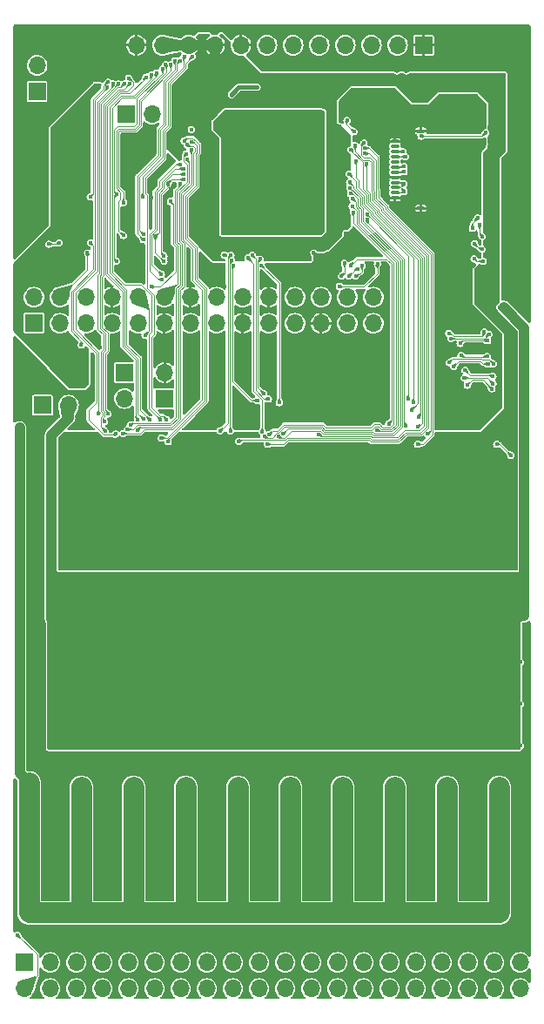
<source format=gbr>
%TF.GenerationSoftware,KiCad,Pcbnew,7.0.9-7.0.9~ubuntu22.04.1*%
%TF.CreationDate,2024-01-04T11:40:04-08:00*%
%TF.ProjectId,devel_gw1,64657665-6c5f-4677-9731-2e6b69636164,rev?*%
%TF.SameCoordinates,Original*%
%TF.FileFunction,Copper,L2,Bot*%
%TF.FilePolarity,Positive*%
%FSLAX46Y46*%
G04 Gerber Fmt 4.6, Leading zero omitted, Abs format (unit mm)*
G04 Created by KiCad (PCBNEW 7.0.9-7.0.9~ubuntu22.04.1) date 2024-01-04 11:40:04*
%MOMM*%
%LPD*%
G01*
G04 APERTURE LIST*
G04 Aperture macros list*
%AMRoundRect*
0 Rectangle with rounded corners*
0 $1 Rounding radius*
0 $2 $3 $4 $5 $6 $7 $8 $9 X,Y pos of 4 corners*
0 Add a 4 corners polygon primitive as box body*
4,1,4,$2,$3,$4,$5,$6,$7,$8,$9,$2,$3,0*
0 Add four circle primitives for the rounded corners*
1,1,$1+$1,$2,$3*
1,1,$1+$1,$4,$5*
1,1,$1+$1,$6,$7*
1,1,$1+$1,$8,$9*
0 Add four rect primitives between the rounded corners*
20,1,$1+$1,$2,$3,$4,$5,0*
20,1,$1+$1,$4,$5,$6,$7,0*
20,1,$1+$1,$6,$7,$8,$9,0*
20,1,$1+$1,$8,$9,$2,$3,0*%
G04 Aperture macros list end*
%TA.AperFunction,ComponentPad*%
%ADD10R,1.700000X1.700000*%
%TD*%
%TA.AperFunction,ComponentPad*%
%ADD11O,1.700000X1.700000*%
%TD*%
%TA.AperFunction,SMDPad,CuDef*%
%ADD12RoundRect,0.075000X-0.325000X0.075000X-0.325000X-0.075000X0.325000X-0.075000X0.325000X0.075000X0*%
%TD*%
%TA.AperFunction,SMDPad,CuDef*%
%ADD13RoundRect,0.100000X-0.300000X0.100000X-0.300000X-0.100000X0.300000X-0.100000X0.300000X0.100000X0*%
%TD*%
%TA.AperFunction,ViaPad*%
%ADD14C,0.400000*%
%TD*%
%TA.AperFunction,Conductor*%
%ADD15C,0.400000*%
%TD*%
%TA.AperFunction,Conductor*%
%ADD16C,0.100000*%
%TD*%
%TA.AperFunction,Conductor*%
%ADD17C,1.000000*%
%TD*%
%TA.AperFunction,Conductor*%
%ADD18C,2.000000*%
%TD*%
G04 APERTURE END LIST*
D10*
%TO.P,JP1,1,A*%
%TO.N,Net-(JP1-A)*%
X126500000Y-79900000D03*
D11*
%TO.P,JP1,2,B*%
%TO.N,+3V3*%
X126500000Y-77360000D03*
%TD*%
D10*
%TO.P,J2,1,Pin_1*%
%TO.N,LINE*%
X138900000Y-109775000D03*
D11*
%TO.P,J2,2,Pin_2*%
%TO.N,GND*%
X138900000Y-107235000D03*
%TD*%
D10*
%TO.P,JP4,1,A*%
%TO.N,/V_IN*%
X135000000Y-107225000D03*
D11*
%TO.P,JP4,2,B*%
%TO.N,LINE*%
X135000000Y-109765000D03*
%TD*%
D10*
%TO.P,JP3,1,A*%
%TO.N,Net-(JP3-A)*%
X135160000Y-82100000D03*
D11*
%TO.P,JP3,2,B*%
%TO.N,+1V2*%
X137700000Y-82100000D03*
%TD*%
D10*
%TO.P,JP2,1,A*%
%TO.N,Net-(JP2-A)*%
X127025000Y-110400000D03*
D11*
%TO.P,JP2,2,B*%
%TO.N,+5V*%
X129565000Y-110400000D03*
%TD*%
D10*
%TO.P,J_EXT2,1,Pin_1*%
%TO.N,/JTAG_SEL_N*%
X126190000Y-102430000D03*
D11*
%TO.P,J_EXT2,2,Pin_2*%
%TO.N,/JTAG_TDI*%
X126190000Y-99890000D03*
%TO.P,J_EXT2,3,Pin_3*%
%TO.N,/RECONFIG_N*%
X128730000Y-102430000D03*
%TO.P,J_EXT2,4,Pin_4*%
%TO.N,/JTAG_TDO*%
X128730000Y-99890000D03*
%TO.P,J_EXT2,5,Pin_5*%
%TO.N,/JTAG_TMS*%
X131270000Y-102430000D03*
%TO.P,J_EXT2,6,Pin_6*%
%TO.N,/JTAG_TCK*%
X131270000Y-99890000D03*
%TO.P,J_EXT2,7,Pin_7*%
%TO.N,/IO1A*%
X133810000Y-102430000D03*
%TO.P,J_EXT2,8,Pin_8*%
%TO.N,GND*%
X133810000Y-99890000D03*
%TO.P,J_EXT2,9,Pin_9*%
%TO.N,/IO1B*%
X136350000Y-102430000D03*
%TO.P,J_EXT2,10,Pin_10*%
%TO.N,/IO2A*%
X136350000Y-99890000D03*
%TO.P,J_EXT2,11,Pin_11*%
%TO.N,GND*%
X138890000Y-102430000D03*
%TO.P,J_EXT2,12,Pin_12*%
%TO.N,/IO2B*%
X138890000Y-99890000D03*
%TO.P,J_EXT2,13,Pin_13*%
%TO.N,/IO3A*%
X141430000Y-102430000D03*
%TO.P,J_EXT2,14,Pin_14*%
%TO.N,GND*%
X141430000Y-99890000D03*
%TO.P,J_EXT2,15,Pin_15*%
%TO.N,/IO3B*%
X143970000Y-102430000D03*
%TO.P,J_EXT2,16,Pin_16*%
%TO.N,/IO4A*%
X143970000Y-99890000D03*
%TO.P,J_EXT2,17,Pin_17*%
%TO.N,GND*%
X146510000Y-102430000D03*
%TO.P,J_EXT2,18,Pin_18*%
%TO.N,/IO4B*%
X146510000Y-99890000D03*
%TO.P,J_EXT2,19,Pin_19*%
%TO.N,/IO5A*%
X149050000Y-102430000D03*
%TO.P,J_EXT2,20,Pin_20*%
%TO.N,GND*%
X149050000Y-99890000D03*
%TO.P,J_EXT2,21,Pin_21*%
%TO.N,/IO5B*%
X151590000Y-102430000D03*
%TO.P,J_EXT2,22,Pin_22*%
%TO.N,/IO6A*%
X151590000Y-99890000D03*
%TO.P,J_EXT2,23,Pin_23*%
%TO.N,GND*%
X154130000Y-102430000D03*
%TO.P,J_EXT2,24,Pin_24*%
%TO.N,/IO6B*%
X154130000Y-99890000D03*
%TO.P,J_EXT2,25,Pin_25*%
%TO.N,+3V3*%
X156670000Y-102430000D03*
%TO.P,J_EXT2,26,Pin_26*%
X156670000Y-99890000D03*
%TO.P,J_EXT2,27,Pin_27*%
%TO.N,+5V*%
X159210000Y-102430000D03*
%TO.P,J_EXT2,28*%
%TO.N,N/C*%
X159210000Y-99890000D03*
%TD*%
D10*
%TO.P,SOCKET1,1,Pin_1*%
%TO.N,/PIN1*%
X125222000Y-164592000D03*
D11*
%TO.P,SOCKET1,2,Pin_2*%
%TO.N,/PIN40*%
X125222000Y-167132000D03*
%TO.P,SOCKET1,3,Pin_3*%
%TO.N,/PIN2*%
X127762000Y-164592000D03*
%TO.P,SOCKET1,4,Pin_4*%
%TO.N,/PIN39*%
X127762000Y-167132000D03*
%TO.P,SOCKET1,5,Pin_5*%
%TO.N,/PIN3*%
X130302000Y-164592000D03*
%TO.P,SOCKET1,6,Pin_6*%
%TO.N,/PIN38*%
X130302000Y-167132000D03*
%TO.P,SOCKET1,7,Pin_7*%
%TO.N,/PIN4*%
X132842000Y-164592000D03*
%TO.P,SOCKET1,8,Pin_8*%
%TO.N,/PIN37*%
X132842000Y-167132000D03*
%TO.P,SOCKET1,9,Pin_9*%
%TO.N,/PIN5*%
X135382000Y-164592000D03*
%TO.P,SOCKET1,10,Pin_10*%
%TO.N,/PIN36*%
X135382000Y-167132000D03*
%TO.P,SOCKET1,11,Pin_11*%
%TO.N,/PIN6*%
X137922000Y-164592000D03*
%TO.P,SOCKET1,12,Pin_12*%
%TO.N,/PIN35*%
X137922000Y-167132000D03*
%TO.P,SOCKET1,13,Pin_13*%
%TO.N,/PIN7*%
X140462000Y-164592000D03*
%TO.P,SOCKET1,14,Pin_14*%
%TO.N,/PIN34*%
X140462000Y-167132000D03*
%TO.P,SOCKET1,15,Pin_15*%
%TO.N,/PIN8*%
X143002000Y-164592000D03*
%TO.P,SOCKET1,16,Pin_16*%
%TO.N,/PIN33*%
X143002000Y-167132000D03*
%TO.P,SOCKET1,17,Pin_17*%
%TO.N,/PIN9*%
X145542000Y-164592000D03*
%TO.P,SOCKET1,18,Pin_18*%
%TO.N,/PIN32*%
X145542000Y-167132000D03*
%TO.P,SOCKET1,19,Pin_19*%
%TO.N,/PIN10*%
X148082000Y-164592000D03*
%TO.P,SOCKET1,20,Pin_20*%
%TO.N,/PIN31*%
X148082000Y-167132000D03*
%TO.P,SOCKET1,21,Pin_21*%
%TO.N,/PIN11*%
X150622000Y-164592000D03*
%TO.P,SOCKET1,22,Pin_22*%
%TO.N,/PIN30*%
X150622000Y-167132000D03*
%TO.P,SOCKET1,23,Pin_23*%
%TO.N,/PIN12*%
X153162000Y-164592000D03*
%TO.P,SOCKET1,24,Pin_24*%
%TO.N,/PIN29*%
X153162000Y-167132000D03*
%TO.P,SOCKET1,25,Pin_25*%
%TO.N,/PIN13*%
X155702000Y-164592000D03*
%TO.P,SOCKET1,26,Pin_26*%
%TO.N,/PIN28*%
X155702000Y-167132000D03*
%TO.P,SOCKET1,27,Pin_27*%
%TO.N,/PIN14*%
X158242000Y-164592000D03*
%TO.P,SOCKET1,28,Pin_28*%
%TO.N,/PIN27*%
X158242000Y-167132000D03*
%TO.P,SOCKET1,29,Pin_29*%
%TO.N,/PIN15*%
X160782000Y-164592000D03*
%TO.P,SOCKET1,30,Pin_30*%
%TO.N,/PIN26*%
X160782000Y-167132000D03*
%TO.P,SOCKET1,31,Pin_31*%
%TO.N,/PIN16*%
X163322000Y-164592000D03*
%TO.P,SOCKET1,32,Pin_32*%
%TO.N,/PIN25*%
X163322000Y-167132000D03*
%TO.P,SOCKET1,33,Pin_33*%
%TO.N,/PIN17*%
X165862000Y-164592000D03*
%TO.P,SOCKET1,34,Pin_34*%
%TO.N,/PIN24*%
X165862000Y-167132000D03*
%TO.P,SOCKET1,35,Pin_35*%
%TO.N,/PIN18*%
X168402000Y-164592000D03*
%TO.P,SOCKET1,36,Pin_36*%
%TO.N,/PIN23*%
X168402000Y-167132000D03*
%TO.P,SOCKET1,37,Pin_37*%
%TO.N,/PIN19*%
X170942000Y-164592000D03*
%TO.P,SOCKET1,38,Pin_38*%
%TO.N,/PIN22*%
X170942000Y-167132000D03*
%TO.P,SOCKET1,39,Pin_39*%
%TO.N,/PIN20*%
X173482000Y-164592000D03*
%TO.P,SOCKET1,40,Pin_40*%
%TO.N,/PIN21*%
X173482000Y-167132000D03*
%TD*%
D10*
%TO.P,J_DISPLAY2,1,Pin_1*%
%TO.N,GND*%
X164100000Y-75400000D03*
D11*
%TO.P,J_DISPLAY2,2,Pin_2*%
%TO.N,unconnected-(J_DISPLAY2-Pin_2-Pad2)*%
X161560000Y-75400000D03*
%TO.P,J_DISPLAY2,3,Pin_3*%
%TO.N,/SPI_MOSI_IO0*%
X159020000Y-75400000D03*
%TO.P,J_DISPLAY2,4,Pin_4*%
%TO.N,/SPI_CLK*%
X156480000Y-75400000D03*
%TO.P,J_DISPLAY2,5,Pin_5*%
%TO.N,unconnected-(J_DISPLAY2-Pin_5-Pad5)*%
X153940000Y-75400000D03*
%TO.P,J_DISPLAY2,6,Pin_6*%
%TO.N,/LCD_RST_N*%
X151400000Y-75400000D03*
%TO.P,J_DISPLAY2,7,Pin_7*%
%TO.N,/LCD_CS_N*%
X148860000Y-75400000D03*
%TO.P,J_DISPLAY2,8,Pin_8*%
%TO.N,GND*%
X146320000Y-75400000D03*
%TO.P,J_DISPLAY2,9,Pin_9*%
%TO.N,+3V3*%
X143780000Y-75400000D03*
%TO.P,J_DISPLAY2,10,Pin_10*%
X141240000Y-75400000D03*
%TO.P,J_DISPLAY2,11,Pin_11*%
X138700000Y-75400000D03*
%TO.P,J_DISPLAY2,12,Pin_12*%
%TO.N,GND*%
X136160000Y-75400000D03*
%TD*%
D12*
%TO.P,J_DISPLAY1,1,Pin_1*%
%TO.N,GND*%
X161317500Y-84750000D03*
%TO.P,J_DISPLAY1,2,Pin_2*%
%TO.N,unconnected-(J_DISPLAY1-Pin_2-Pad2)*%
X161317500Y-85250000D03*
%TO.P,J_DISPLAY1,3,Pin_3*%
%TO.N,/SPI_MOSI_IO0*%
X161317500Y-85750000D03*
%TO.P,J_DISPLAY1,4,Pin_4*%
%TO.N,/SPI_CLK*%
X161317500Y-86250000D03*
%TO.P,J_DISPLAY1,5,Pin_5*%
%TO.N,unconnected-(J_DISPLAY1-Pin_5-Pad5)*%
X161317500Y-86750000D03*
%TO.P,J_DISPLAY1,6,Pin_6*%
%TO.N,/LCD_RST_N*%
X161317500Y-87250000D03*
%TO.P,J_DISPLAY1,7,Pin_7*%
%TO.N,/LCD_CS_N*%
X161317500Y-87750000D03*
%TO.P,J_DISPLAY1,8,Pin_8*%
%TO.N,GND*%
X161317500Y-88250000D03*
%TO.P,J_DISPLAY1,9,Pin_9*%
%TO.N,+3V3*%
X161317500Y-88750000D03*
%TO.P,J_DISPLAY1,10,Pin_10*%
X161317500Y-89250000D03*
%TO.P,J_DISPLAY1,11,Pin_11*%
X161311214Y-89745720D03*
%TO.P,J_DISPLAY1,12,Pin_12*%
%TO.N,GND*%
X161317500Y-90250000D03*
D13*
%TO.P,J_DISPLAY1,MP,MountPin*%
X163817500Y-83750000D03*
X163817500Y-91250000D03*
%TD*%
D14*
%TO.N,GND*%
X173000000Y-84700000D03*
X127100000Y-86670000D03*
X133600000Y-107200000D03*
X160300000Y-96700000D03*
X164400000Y-84900000D03*
X147000000Y-103700000D03*
X136900000Y-106300000D03*
X144100000Y-104000000D03*
X157400000Y-77600000D03*
X163300000Y-77200000D03*
X127700000Y-81400000D03*
X134800000Y-84100000D03*
X136400000Y-86600000D03*
X142400000Y-95800000D03*
X159300000Y-82700000D03*
X135000000Y-97800000D03*
X146500000Y-106200000D03*
X171900000Y-99500000D03*
X174000000Y-94500000D03*
X137000000Y-110800000D03*
X132842000Y-149352000D03*
X147900000Y-111600000D03*
X165989000Y-89900000D03*
X158800000Y-96700000D03*
X146000000Y-101200000D03*
X165600000Y-106500000D03*
X152700000Y-74500000D03*
X132842000Y-145288000D03*
X148800000Y-111600000D03*
X159100000Y-76900000D03*
X127200000Y-89100000D03*
X173482000Y-157480000D03*
X162700000Y-84700000D03*
X168402000Y-145288000D03*
X168300000Y-83800000D03*
X172300000Y-89200000D03*
X149000000Y-106200000D03*
X124800000Y-95200000D03*
X138900000Y-90600000D03*
X148082000Y-145288000D03*
X134400000Y-103600000D03*
X136900000Y-108900000D03*
X156100000Y-81000000D03*
X142100000Y-106300000D03*
X157300000Y-82500000D03*
X165400000Y-91300000D03*
X148082000Y-149352000D03*
X143400000Y-105000000D03*
X168402000Y-157480000D03*
X150800000Y-96800000D03*
X166800000Y-87100000D03*
X169900000Y-81200000D03*
X168402000Y-153416000D03*
X136700000Y-95200000D03*
X172000000Y-97600000D03*
X169600000Y-75200000D03*
X135200000Y-111500000D03*
X170900000Y-105800000D03*
X153162000Y-153416000D03*
X163322000Y-157480000D03*
X135400000Y-89800000D03*
X141200000Y-95800000D03*
X153162000Y-157480000D03*
X127300000Y-90300000D03*
X173482000Y-145288000D03*
X153162000Y-145288000D03*
X161400000Y-91400000D03*
X165500000Y-102700000D03*
X162200000Y-90200500D03*
X166300000Y-82400000D03*
X168200000Y-84800000D03*
X124800000Y-77700000D03*
X127200000Y-85100000D03*
X145400000Y-80200000D03*
X164500000Y-77600000D03*
X161500000Y-77900000D03*
X170000000Y-82900000D03*
X147900000Y-79500000D03*
X154800000Y-110600000D03*
X157300000Y-111700000D03*
X124500000Y-94600000D03*
X160000000Y-106200000D03*
X124700000Y-106700000D03*
X144000000Y-106200000D03*
X162400000Y-77900000D03*
X163322000Y-153416000D03*
X135300000Y-96700000D03*
X132600000Y-104800000D03*
X173482000Y-153416000D03*
X165700000Y-109100000D03*
X162200000Y-88200000D03*
X150800000Y-110700000D03*
X137922000Y-145288000D03*
X147000000Y-108900000D03*
X148082000Y-157480000D03*
X143002000Y-145288000D03*
X143002000Y-153416000D03*
X168300000Y-101400000D03*
X164300000Y-93100000D03*
X156500000Y-93700000D03*
X174000000Y-101700000D03*
X144500000Y-97000000D03*
X137600000Y-90200000D03*
X127762000Y-153416000D03*
X143600000Y-97000000D03*
X170900000Y-104100000D03*
X147600000Y-74500000D03*
X168400000Y-89800000D03*
X124800000Y-93900000D03*
X158242000Y-149352000D03*
X139300000Y-111100000D03*
X131000000Y-109600000D03*
X155200000Y-74500000D03*
X135300000Y-108500000D03*
X126300000Y-86200000D03*
X137922000Y-153416000D03*
X135700000Y-104200000D03*
X163700000Y-81400000D03*
X149200000Y-103900000D03*
X135500000Y-90600000D03*
X165500000Y-83700000D03*
X162700000Y-81400000D03*
X141600000Y-105100000D03*
X168600000Y-106800000D03*
X140000000Y-74100000D03*
X160500000Y-110500000D03*
X169200000Y-77700000D03*
X166400000Y-80300000D03*
X139900000Y-76300000D03*
X168500000Y-80400000D03*
X146100000Y-109600000D03*
X165600000Y-84900000D03*
X168402000Y-149352000D03*
X132842000Y-153416000D03*
X126700000Y-108700000D03*
X145700000Y-111600000D03*
X133500000Y-73900000D03*
X131900000Y-105500000D03*
X150600000Y-104100000D03*
X165600000Y-94500000D03*
X153162000Y-149352000D03*
X124800000Y-109200000D03*
X158242000Y-145288000D03*
X158242000Y-153416000D03*
X168600000Y-103060500D03*
X153800000Y-77500000D03*
X139600000Y-96400000D03*
X133900000Y-110700000D03*
X155982941Y-82773186D03*
X127762000Y-145288000D03*
X160600000Y-82700000D03*
X157500000Y-80000000D03*
X170800000Y-109900000D03*
X160300000Y-108800000D03*
X160400000Y-99100000D03*
X160600000Y-81100000D03*
X133000000Y-77300000D03*
X137922000Y-157480000D03*
X142200000Y-111600000D03*
X160400000Y-103200000D03*
X135000000Y-86700000D03*
X164100000Y-90400000D03*
X143002000Y-157480000D03*
X129400000Y-77100000D03*
X173600000Y-81600000D03*
X173600000Y-76300000D03*
X167500000Y-95900000D03*
X158500000Y-94700000D03*
X173600000Y-79100000D03*
X158242000Y-157480000D03*
X165800000Y-95900000D03*
X155500000Y-106500000D03*
X141800000Y-104000000D03*
X152100000Y-101200000D03*
X137800000Y-84100000D03*
X136000000Y-94400000D03*
X127400000Y-91700000D03*
X141000000Y-109200000D03*
X157800000Y-81000000D03*
X153400000Y-95600000D03*
X153000000Y-111700000D03*
X124900000Y-74500000D03*
X160100000Y-111900000D03*
X173600000Y-80400000D03*
X136200000Y-77800000D03*
X141500000Y-83600000D03*
X165700000Y-99300000D03*
X150100000Y-74500000D03*
X144700000Y-98900000D03*
X170300000Y-111400000D03*
X127762000Y-157480000D03*
X146100000Y-104700000D03*
X150900000Y-108800000D03*
X168300000Y-99300000D03*
X129400000Y-74000000D03*
X139400000Y-86800000D03*
X169400000Y-80600000D03*
X157700000Y-74500000D03*
X151400000Y-106200000D03*
X144700000Y-95800000D03*
X159800000Y-84200000D03*
X139500000Y-89400000D03*
X142200000Y-101300000D03*
X130800000Y-79800000D03*
X157300000Y-93700000D03*
X143002000Y-149352000D03*
X143800000Y-109300000D03*
X136400000Y-97900000D03*
X170000000Y-109300000D03*
X148500000Y-104400000D03*
X154700000Y-95700000D03*
X173900000Y-91900000D03*
X163322000Y-149352000D03*
X133600000Y-106000000D03*
X125200000Y-111100000D03*
X172000000Y-90500000D03*
X173482000Y-149352000D03*
X168600000Y-105100000D03*
X124600000Y-104900000D03*
X128000000Y-78300000D03*
X125800000Y-94100000D03*
X134493000Y-94996000D03*
X139500000Y-95200000D03*
X138200000Y-76900000D03*
X159500000Y-80500000D03*
X151600000Y-103800000D03*
X132842000Y-157480000D03*
X149300000Y-108800000D03*
X160300000Y-74500000D03*
X137922000Y-149352000D03*
X155200000Y-108800000D03*
X127762000Y-149352000D03*
X165800000Y-101400000D03*
X161600000Y-82700000D03*
X170200000Y-102400000D03*
X163322000Y-145288000D03*
X159500000Y-95700000D03*
X154700000Y-77500000D03*
X172500000Y-92000000D03*
X170000000Y-85000000D03*
X127100000Y-74700000D03*
X131900000Y-107600000D03*
X148082000Y-153416000D03*
X164500000Y-88200000D03*
X172400000Y-77800000D03*
X161300000Y-80100000D03*
X128300000Y-109000000D03*
X144500000Y-111600000D03*
%TO.N,LINE*%
X151130000Y-147574000D03*
X171450000Y-159766000D03*
X125730000Y-159766000D03*
X140970000Y-155702000D03*
X146050000Y-147574000D03*
X135890000Y-147574000D03*
X135890000Y-155702000D03*
X140970000Y-147574000D03*
X166370000Y-155702000D03*
X146050000Y-155702000D03*
X156210000Y-155702000D03*
X151130000Y-159766000D03*
X125730000Y-147574000D03*
X140970000Y-159766000D03*
X124800000Y-112600000D03*
X171450000Y-147574000D03*
X130810000Y-147574000D03*
X135890000Y-159766000D03*
X130810000Y-159766000D03*
X146050000Y-159766000D03*
X161290000Y-155702000D03*
X171450000Y-155702000D03*
X161290000Y-159766000D03*
X156210000Y-151638000D03*
X125730000Y-155702000D03*
X135890000Y-151638000D03*
X166370000Y-151638000D03*
X151130000Y-155702000D03*
X130810000Y-151638000D03*
X130810000Y-155702000D03*
X146050000Y-151638000D03*
X151130000Y-151638000D03*
X156210000Y-159766000D03*
X166370000Y-159766000D03*
X156210000Y-147574000D03*
X166370000Y-147574000D03*
X161290000Y-147574000D03*
X125730000Y-151638000D03*
X161290000Y-151638000D03*
X140970000Y-151638000D03*
X171450000Y-151638000D03*
%TO.N,+5V*%
X158242000Y-139446000D03*
X143002000Y-131318000D03*
X148082000Y-131318000D03*
X163322000Y-139446000D03*
X168402000Y-131318000D03*
X148082000Y-139446000D03*
X153162000Y-143510000D03*
X137922000Y-143510000D03*
X148082000Y-143510000D03*
X148082000Y-135382000D03*
X163322000Y-135382000D03*
X127762000Y-135382000D03*
X163322000Y-131318000D03*
X132842000Y-135382000D03*
X143002000Y-139446000D03*
X163322000Y-143510000D03*
X127762000Y-139446000D03*
X137922000Y-135382000D03*
X171500000Y-100900000D03*
X168402000Y-135382000D03*
X168402000Y-143510000D03*
X132842000Y-139446000D03*
X137922000Y-131318000D03*
X132842000Y-131318000D03*
X127762000Y-131318000D03*
X143002000Y-143510000D03*
X127762000Y-143510000D03*
X143002000Y-135382000D03*
X173482000Y-143510000D03*
X158242000Y-143510000D03*
X173482000Y-131318000D03*
X173482000Y-139446000D03*
X137922000Y-139446000D03*
X153162000Y-131318000D03*
X168402000Y-139446000D03*
X158242000Y-131318000D03*
X153162000Y-139446000D03*
X158242000Y-135382000D03*
X173482000Y-135382000D03*
X132842000Y-143510000D03*
X153162000Y-135382000D03*
%TO.N,/PIN40*%
X124587000Y-161925000D03*
%TO.N,/JTAG_SEL_N*%
X140800000Y-76500000D03*
X168338559Y-108459000D03*
X136800000Y-90100000D03*
X170740000Y-108810000D03*
%TO.N,/DONE*%
X131658222Y-90147510D03*
X133400000Y-79000000D03*
%TO.N,+3V3*%
X142748000Y-117856000D03*
X147900000Y-114200000D03*
X156881834Y-87422434D03*
X168148000Y-117856000D03*
X163068000Y-121920000D03*
X152908000Y-121920000D03*
X137668000Y-125984000D03*
X132588000Y-121920000D03*
X142748000Y-125984000D03*
X137668000Y-113665000D03*
X142400000Y-82200000D03*
X129200000Y-121900000D03*
X171900000Y-125984000D03*
X141610000Y-92370000D03*
X169900000Y-78300000D03*
X171300000Y-113500000D03*
X137668000Y-121920000D03*
X170100000Y-101300000D03*
X171300000Y-111700000D03*
X152908000Y-125984000D03*
X157988000Y-125984000D03*
X129000000Y-117900000D03*
X137668000Y-117856000D03*
X168148000Y-121920000D03*
X153000000Y-114200000D03*
X168148000Y-125984000D03*
X171800000Y-117856000D03*
X171400000Y-101800000D03*
X162200000Y-89600000D03*
X158000000Y-78400000D03*
X147828000Y-121920000D03*
X142748000Y-113665000D03*
X170600000Y-92000000D03*
X142748000Y-121920000D03*
X132588000Y-125984000D03*
X139300000Y-85100000D03*
X153200000Y-79100000D03*
X157988000Y-121920000D03*
X132588000Y-113665000D03*
X164100000Y-80700000D03*
X162200000Y-88900000D03*
X171200000Y-78600000D03*
X148900000Y-80100000D03*
X170700000Y-98100000D03*
X147828000Y-117856000D03*
X152908000Y-117856000D03*
X150183853Y-95457623D03*
X132588000Y-117856000D03*
X163068000Y-117856000D03*
X163068000Y-125984000D03*
X129400000Y-125984000D03*
X168148000Y-113665000D03*
X163068000Y-113665000D03*
X152908000Y-95850500D03*
X171800000Y-122000000D03*
X142500000Y-83100000D03*
X128800000Y-113800000D03*
X147828000Y-125984000D03*
X157988000Y-117856000D03*
X158100000Y-114200000D03*
X155500000Y-92343115D03*
%TO.N,+1V2*%
X144630000Y-93500000D03*
X144600000Y-82600000D03*
X154100000Y-93500000D03*
X144100000Y-83000000D03*
X154000000Y-82000000D03*
%TO.N,/JTAG_TMS*%
X170840000Y-107610000D03*
X136850500Y-93800000D03*
X168140000Y-107010000D03*
X140400000Y-76900500D03*
%TO.N,/JTAG_TCK*%
X136820500Y-94300000D03*
X139900000Y-76900000D03*
%TO.N,/JTAG_TDO*%
X134900000Y-93900000D03*
X139000000Y-77300000D03*
X131400000Y-95600000D03*
%TO.N,/RECONFIG_N*%
X170840000Y-108310000D03*
X168040000Y-107759500D03*
X134200000Y-96400000D03*
X134250500Y-89900000D03*
X138694372Y-77700500D03*
%TO.N,/JTAG_TDI*%
X128651000Y-94615000D03*
X130800000Y-104550500D03*
X131700000Y-94615000D03*
X127635000Y-94742000D03*
X134900000Y-90700000D03*
X139500000Y-77300000D03*
%TO.N,/SPI_MOSI_IO0*%
X169000000Y-96159500D03*
X163850353Y-84250353D03*
X169900000Y-96400000D03*
X162100000Y-85750000D03*
X170140000Y-83910000D03*
%TO.N,/LCD_RST_N*%
X162200000Y-87200000D03*
%TO.N,/LCD_CS_N*%
X162200000Y-87700000D03*
X156640000Y-82710000D03*
X157339268Y-83805000D03*
%TO.N,/PIN1_F*%
X135560000Y-112350000D03*
X141000000Y-85980500D03*
%TO.N,/PIN2_F*%
X141100000Y-86500000D03*
X135260000Y-112750000D03*
%TO.N,/PIN3_F*%
X141102628Y-85097390D03*
X134860000Y-113150000D03*
%TO.N,/PIN4_F*%
X136304622Y-112794622D03*
X141500000Y-85580000D03*
%TO.N,/PIN5_F*%
X138546500Y-113600000D03*
X141500000Y-84780000D03*
%TO.N,/PIN6_F*%
X140800000Y-84700000D03*
X139246000Y-113950000D03*
%TO.N,/PIN7_F*%
X145357134Y-95827134D03*
X144300000Y-112900000D03*
%TO.N,/PIN8_F*%
X145410988Y-96323725D03*
X145300000Y-112900000D03*
%TO.N,/PIN9_F*%
X148600000Y-113450500D03*
X157154121Y-91045879D03*
%TO.N,/PIN10_F*%
X157256634Y-91643366D03*
X149080304Y-113250500D03*
%TO.N,/PIN11_F*%
X156988555Y-89811445D03*
X150447149Y-113197649D03*
%TO.N,/PIN12_F*%
X148397321Y-112993965D03*
X147010828Y-96089221D03*
%TO.N,/PIN13_F*%
X159560000Y-112800000D03*
X157197487Y-90302513D03*
%TO.N,/PIN14_F*%
X157000000Y-96800000D03*
X160700000Y-112200000D03*
%TO.N,/PIN15_F*%
X162349500Y-112400000D03*
X158590885Y-92365249D03*
%TO.N,/PIN16_F*%
X148309500Y-96800000D03*
X150050000Y-110149500D03*
%TO.N,/PIN17_F*%
X148190026Y-96193145D03*
X148538555Y-109261445D03*
%TO.N,/PIN18_F*%
X147425000Y-95810000D03*
X149000000Y-109800000D03*
%TO.N,/PIN19_F*%
X147952866Y-109947134D03*
X145609500Y-96810000D03*
%TO.N,/PIN21_F*%
X163100000Y-110153421D03*
X156888693Y-88730000D03*
%TO.N,/PIN22_F*%
X156868833Y-87921767D03*
X162928671Y-110853421D03*
%TO.N,/PIN23_F*%
X163603921Y-111553421D03*
X157500000Y-86631921D03*
%TO.N,/PIN24_F*%
X164500000Y-113200000D03*
X158404726Y-85944774D03*
%TO.N,/PIN25_F*%
X163500000Y-112500000D03*
X157040000Y-85560000D03*
%TO.N,/PIN26_F*%
X158349500Y-85400000D03*
X163500000Y-114200000D03*
%TO.N,/PIN27_F*%
X139100000Y-111800500D03*
X141600000Y-76500500D03*
%TO.N,/PIN28_F*%
X138100000Y-78100500D03*
X138494708Y-111795339D03*
%TO.N,/PIN29_F*%
X158539500Y-86903000D03*
X153900000Y-113250500D03*
%TO.N,/PIN30_F*%
X150000000Y-113450500D03*
X156915811Y-89268854D03*
%TO.N,/PIN31_F*%
X158300000Y-84899500D03*
X148909500Y-114200000D03*
%TO.N,/PIN32_F*%
X157440000Y-85160000D03*
X146116000Y-113900000D03*
%TO.N,/PIN33_F*%
X137447134Y-111800500D03*
X137600000Y-78300500D03*
%TO.N,/PIN34_F*%
X137100000Y-78500000D03*
X136850000Y-111750000D03*
%TO.N,/PIN35_F*%
X135400000Y-78600000D03*
X136300000Y-111800000D03*
%TO.N,/PIN36_F*%
X135500000Y-79149000D03*
X133399500Y-111260563D03*
%TO.N,/PIN37_F*%
X134160000Y-113199500D03*
X133294287Y-79494287D03*
%TO.N,/PIN38_F*%
X134400000Y-79149000D03*
X133137866Y-112927866D03*
%TO.N,/PIN39_F*%
X133040000Y-112010000D03*
X135000000Y-79149000D03*
%TO.N,/PIN40_F*%
X133900000Y-79149000D03*
X132500000Y-111260500D03*
%TO.N,/PIN20_F*%
X162603921Y-109803921D03*
X172600000Y-115300000D03*
X171200000Y-114200000D03*
X158610911Y-91866148D03*
%TO.N,/IO1A*%
X167040000Y-106610000D03*
X170400000Y-106400000D03*
%TO.N,/IO1B*%
X170900000Y-106400000D03*
X166595713Y-106254287D03*
%TO.N,/IO2A*%
X137600000Y-98900000D03*
X139468261Y-90573261D03*
X137000000Y-103600000D03*
%TO.N,/IO2B*%
X140418181Y-88856181D03*
%TO.N,/IO3A*%
X170300000Y-105650500D03*
X167730000Y-105550500D03*
%TO.N,/IO3B*%
X170322134Y-104122134D03*
X167642384Y-104401884D03*
%TO.N,/IO4A*%
X138638555Y-98161445D03*
X140450607Y-86976834D03*
%TO.N,/IO4B*%
X138597034Y-97663671D03*
X140716000Y-87400000D03*
%TO.N,/IO5A*%
X170440000Y-103510000D03*
X166740000Y-103910000D03*
%TO.N,/IO5B*%
X166540000Y-103410000D03*
X169989208Y-103294849D03*
%TO.N,/IO6A*%
X138849500Y-96411445D03*
X140750500Y-87949707D03*
X138000000Y-93980000D03*
%TO.N,/IO6B*%
X139229976Y-88829976D03*
X138849500Y-95900000D03*
X140750500Y-88475183D03*
%TO.N,/SPI_CLK*%
X157700000Y-97150500D03*
X162344975Y-86250000D03*
X156824750Y-97849500D03*
X169800000Y-95230000D03*
X169050500Y-94700000D03*
%TO.N,/SPI_IO2*%
X159600000Y-96700000D03*
X155900000Y-98830000D03*
%TO.N,/SPI_IO3*%
X169550500Y-92861445D03*
X169800000Y-94000000D03*
X158100000Y-96815342D03*
X157500000Y-97849500D03*
%TO.N,/FLASH_CS_N*%
X156400000Y-96590183D03*
X156100000Y-97850500D03*
%TO.N,/SPI_MISO_IO1*%
X168850500Y-93200000D03*
X169350500Y-92200000D03*
%TO.N,/V_IN*%
X128051000Y-89000000D03*
X130702500Y-108500000D03*
X128640000Y-87470000D03*
X129500000Y-106300000D03*
X132306250Y-79593750D03*
%TD*%
D15*
%TO.N,GND*%
X147900000Y-79500000D02*
X146100000Y-79500000D01*
D16*
X174000000Y-101700000D02*
X174000000Y-101600000D01*
D15*
X146100000Y-79500000D02*
X145400000Y-80200000D01*
D16*
X144600000Y-95900000D02*
X144700000Y-95800000D01*
X156100000Y-81000000D02*
X155982941Y-81117059D01*
X168600000Y-105100000D02*
X168640000Y-105060000D01*
X154600000Y-95600000D02*
X154700000Y-95700000D01*
D17*
%TO.N,LINE*%
X124800000Y-146200000D02*
X125730000Y-147130000D01*
D18*
X161290000Y-159766000D02*
X161290000Y-147574000D01*
X135890000Y-159766000D02*
X135890000Y-147574000D01*
X130810000Y-159766000D02*
X135890000Y-159766000D01*
X166370000Y-159766000D02*
X166370000Y-147574000D01*
X156210000Y-159766000D02*
X156210000Y-147574000D01*
X125730000Y-159766000D02*
X130810000Y-159766000D01*
X156210000Y-159766000D02*
X161290000Y-159766000D01*
X140970000Y-159766000D02*
X146050000Y-159766000D01*
X151130000Y-159766000D02*
X156210000Y-159766000D01*
X146050000Y-159766000D02*
X146050000Y-147574000D01*
X161290000Y-159766000D02*
X166370000Y-159766000D01*
X140970000Y-159766000D02*
X140970000Y-147574000D01*
X125730000Y-159766000D02*
X125730000Y-147574000D01*
X135890000Y-159766000D02*
X140970000Y-159766000D01*
X125730000Y-147574000D02*
X125730000Y-147130000D01*
D17*
X124800000Y-112600000D02*
X124800000Y-146200000D01*
D18*
X171450000Y-159766000D02*
X171450000Y-147574000D01*
X146050000Y-159766000D02*
X151130000Y-159766000D01*
X166370000Y-159766000D02*
X171450000Y-159766000D01*
X151130000Y-159766000D02*
X151130000Y-147574000D01*
X130810000Y-159766000D02*
X130810000Y-147574000D01*
D17*
%TO.N,+5V*%
X129565000Y-111635000D02*
X127900000Y-113300000D01*
X129565000Y-110400000D02*
X129565000Y-111635000D01*
X171900000Y-100900000D02*
X173900000Y-102900000D01*
X173900000Y-102900000D02*
X173900000Y-130900000D01*
D15*
X171500000Y-100900000D02*
X171900000Y-100900000D01*
D17*
X127900000Y-113300000D02*
X127900000Y-131180000D01*
D16*
%TO.N,/PIN40*%
X126492000Y-163830000D02*
X126492000Y-165862000D01*
X124587000Y-161925000D02*
X126492000Y-163830000D01*
X126492000Y-165862000D02*
X125222000Y-167132000D01*
%TO.N,/JTAG_SEL_N*%
X139200000Y-79048526D02*
X139200000Y-83165684D01*
X136800000Y-88165684D02*
X136800000Y-90100000D01*
X140750000Y-76550000D02*
X140750000Y-77498526D01*
X139200000Y-83165684D02*
X138700000Y-83665684D01*
X168338559Y-108459000D02*
X168838059Y-107959500D01*
X138700000Y-86265684D02*
X136800000Y-88165684D01*
X140800000Y-76500000D02*
X140750000Y-76550000D01*
X140750000Y-77498526D02*
X139200000Y-79048526D01*
X138700000Y-83665684D02*
X138700000Y-86265684D01*
X168838059Y-107959500D02*
X169889500Y-107959500D01*
X169889500Y-107959500D02*
X170740000Y-108810000D01*
%TO.N,/DONE*%
X133293599Y-79000000D02*
X133400000Y-79000000D01*
X132944287Y-79349312D02*
X133293599Y-79000000D01*
X132944287Y-79639262D02*
X132944287Y-79349312D01*
X131940000Y-80643549D02*
X132944287Y-79639262D01*
X131940000Y-89865732D02*
X131940000Y-80643549D01*
X131658222Y-90147510D02*
X131940000Y-89865732D01*
%TO.N,+3V3*%
X162050000Y-88750000D02*
X162200000Y-88900000D01*
X156881834Y-87422434D02*
X156873191Y-87422434D01*
X161317500Y-89250000D02*
X161850000Y-89250000D01*
X161317500Y-88750000D02*
X162050000Y-88750000D01*
D17*
X138700000Y-75400000D02*
X143780000Y-75400000D01*
X143780000Y-75400000D02*
X143780000Y-78280000D01*
D16*
X162054280Y-89745720D02*
X162200000Y-89600000D01*
X161850000Y-89250000D02*
X162200000Y-89600000D01*
X161311214Y-89745720D02*
X162054280Y-89745720D01*
X158100000Y-114200000D02*
X157988000Y-114312000D01*
X153000000Y-114200000D02*
X152908000Y-114292000D01*
D17*
X143780000Y-78280000D02*
X143800000Y-78300000D01*
D16*
X161850000Y-89250000D02*
X162200000Y-88900000D01*
X147900000Y-114200000D02*
X147828000Y-114272000D01*
%TO.N,/JTAG_TMS*%
X140100000Y-77865684D02*
X140100000Y-77200500D01*
X168630000Y-107500000D02*
X170730000Y-107500000D01*
X138500000Y-86182842D02*
X138500000Y-83582842D01*
X136450000Y-88232842D02*
X138500000Y-86182842D01*
X136450000Y-93399500D02*
X136450000Y-88232842D01*
X168140000Y-107010000D02*
X168630000Y-107500000D01*
X139000000Y-78965684D02*
X140100000Y-77865684D01*
X170730000Y-107500000D02*
X170840000Y-107610000D01*
X138500000Y-83582842D02*
X139000000Y-83082842D01*
X136850500Y-93800000D02*
X136450000Y-93399500D01*
X140100000Y-77200500D02*
X140400000Y-76900500D01*
X139000000Y-83082842D02*
X139000000Y-78965684D01*
%TO.N,/JTAG_TCK*%
X136820500Y-94300000D02*
X136250000Y-93729500D01*
X139900000Y-77782842D02*
X139900000Y-76900000D01*
X136250000Y-93729500D02*
X136250000Y-88150000D01*
X136250000Y-88150000D02*
X138300000Y-86100000D01*
X138300000Y-83500000D02*
X138800000Y-83000000D01*
X138800000Y-78882842D02*
X139900000Y-77782842D01*
X138300000Y-86100000D02*
X138300000Y-83500000D01*
X138800000Y-83000000D02*
X138800000Y-78882842D01*
%TO.N,/JTAG_TDO*%
X139100000Y-77400000D02*
X139100000Y-78000000D01*
X136400000Y-83142842D02*
X136042843Y-83500000D01*
X134600500Y-90399500D02*
X134400000Y-90600000D01*
X131400000Y-95600000D02*
X131400000Y-97220000D01*
X134200000Y-89300000D02*
X134600500Y-89700500D01*
X131400000Y-97220000D02*
X128730000Y-99890000D01*
X134400000Y-90600000D02*
X134400000Y-93400000D01*
X139000000Y-77300000D02*
X139100000Y-77400000D01*
X134600500Y-89700500D02*
X134600500Y-90399500D01*
X136042843Y-83500000D02*
X134400000Y-83500000D01*
X134400000Y-83500000D02*
X134200000Y-83700000D01*
X134200000Y-83700000D02*
X134200000Y-89300000D01*
X139100000Y-78000000D02*
X136400000Y-80700000D01*
X136400000Y-80700000D02*
X136400000Y-83142842D01*
X134400000Y-93400000D02*
X134900000Y-93900000D01*
%TO.N,/RECONFIG_N*%
X135960000Y-83300000D02*
X134300000Y-83300000D01*
X138694372Y-77700500D02*
X138694372Y-78105628D01*
X134000000Y-90150500D02*
X134250500Y-89900000D01*
X134000000Y-96200000D02*
X134000000Y-90150500D01*
X134200000Y-96400000D02*
X134000000Y-96200000D01*
X168040000Y-107759500D02*
X170289500Y-107759500D01*
X134000000Y-83600000D02*
X134000000Y-89649500D01*
X134000000Y-89649500D02*
X134250500Y-89900000D01*
X170289500Y-107759500D02*
X170840000Y-108310000D01*
X138694372Y-78105628D02*
X136200000Y-80600000D01*
X136200000Y-80600000D02*
X136200000Y-83060000D01*
X136200000Y-83060000D02*
X135960000Y-83300000D01*
X134300000Y-83300000D02*
X134000000Y-83600000D01*
%TO.N,/JTAG_TDI*%
X134482842Y-83700000D02*
X136125686Y-83700000D01*
X136600000Y-80800000D02*
X139500000Y-77900000D01*
X129800000Y-99334316D02*
X129800000Y-103200000D01*
X130800000Y-104200000D02*
X130800000Y-104550500D01*
X131750000Y-94665000D02*
X131765000Y-94665000D01*
X136600000Y-83225685D02*
X136600000Y-80800000D01*
X127635000Y-94742000D02*
X128524000Y-94742000D01*
X134900000Y-90700000D02*
X134900000Y-89717158D01*
X136125686Y-83700000D02*
X136600000Y-83225685D01*
X129800000Y-103200000D02*
X130800000Y-104200000D01*
X131940000Y-94840000D02*
X131940000Y-97194316D01*
X139500000Y-77900000D02*
X139500000Y-77300000D01*
X134900000Y-89717158D02*
X134400000Y-89217158D01*
X131765000Y-94665000D02*
X131940000Y-94840000D01*
X128524000Y-94742000D02*
X128651000Y-94615000D01*
X134400000Y-83782842D02*
X134482842Y-83700000D01*
X131700000Y-94615000D02*
X131750000Y-94665000D01*
X134400000Y-89217158D02*
X134400000Y-83782842D01*
X129800000Y-99334316D02*
X131940000Y-97194316D01*
%TO.N,/SPI_MOSI_IO0*%
X169799647Y-84250353D02*
X170140000Y-83910000D01*
X169000000Y-96159500D02*
X169240500Y-96400000D01*
X163850353Y-84250353D02*
X169799647Y-84250353D01*
X161317500Y-85750000D02*
X162100000Y-85750000D01*
X169240500Y-96400000D02*
X169900000Y-96400000D01*
%TO.N,/LCD_RST_N*%
X161317500Y-87250000D02*
X162150000Y-87250000D01*
X162150000Y-87250000D02*
X162200000Y-87200000D01*
%TO.N,/LCD_CS_N*%
X157305000Y-83805000D02*
X156600000Y-83100000D01*
X157339268Y-83805000D02*
X157305000Y-83805000D01*
X156600000Y-82750000D02*
X156640000Y-82710000D01*
X161317500Y-87750000D02*
X162150000Y-87750000D01*
X156600000Y-83100000D02*
X156600000Y-82750000D01*
%TO.N,/PIN1_F*%
X141100000Y-86994975D02*
X140750000Y-86644975D01*
X141100000Y-88668631D02*
X141100000Y-86994975D01*
X140100000Y-89668632D02*
X141100000Y-88668631D01*
X139435789Y-112150000D02*
X140030000Y-111555789D01*
X140750000Y-86230500D02*
X141000000Y-85980500D01*
X140100000Y-94514212D02*
X140100000Y-89668632D01*
X140400000Y-94814211D02*
X140100000Y-94514212D01*
X140750000Y-86644975D02*
X140750000Y-86230500D01*
X140030000Y-111555789D02*
X140030000Y-99054315D01*
X140400000Y-98684315D02*
X140400000Y-94814211D01*
X140030000Y-99054315D02*
X140400000Y-98684315D01*
X135560000Y-112350000D02*
X135760000Y-112150000D01*
X135760000Y-112150000D02*
X139435789Y-112150000D01*
%TO.N,/PIN2_F*%
X140230000Y-111638631D02*
X139518631Y-112350000D01*
X140230000Y-99137157D02*
X140230000Y-111638631D01*
X141300000Y-88751473D02*
X140300000Y-89751474D01*
X140600000Y-94731368D02*
X140600000Y-98767157D01*
X140600000Y-98767157D02*
X140230000Y-99137157D01*
X140300000Y-89751474D02*
X140300000Y-94431369D01*
X135854975Y-112750000D02*
X135260000Y-112750000D01*
X136254975Y-112350000D02*
X135854975Y-112750000D01*
X140300000Y-94431369D02*
X140600000Y-94731368D01*
X141300000Y-86700000D02*
X141300000Y-88751473D01*
X139518631Y-112350000D02*
X136254975Y-112350000D01*
X141100000Y-86500000D02*
X141300000Y-86700000D01*
%TO.N,/PIN3_F*%
X141102628Y-85097390D02*
X141235238Y-85230000D01*
X141700000Y-88934316D02*
X140700000Y-89934316D01*
X141700000Y-85874975D02*
X141700000Y-88934316D01*
X141235238Y-85230000D02*
X141660000Y-85230000D01*
X140700000Y-89934316D02*
X140700000Y-94265684D01*
X141850000Y-85420000D02*
X141850000Y-85724975D01*
X141632842Y-98232842D02*
X142560000Y-99160000D01*
X141850000Y-85724975D02*
X141700000Y-85874975D01*
X142560000Y-99160000D02*
X142560000Y-109874316D01*
X141632842Y-95198526D02*
X141632842Y-98232842D01*
X142560000Y-109874316D02*
X139684315Y-112750000D01*
X136510000Y-113150000D02*
X134860000Y-113150000D01*
X139684315Y-112750000D02*
X136910000Y-112750000D01*
X141660000Y-85230000D02*
X141850000Y-85420000D01*
X140700000Y-94265684D02*
X141632842Y-95198526D01*
X136910000Y-112750000D02*
X136510000Y-113150000D01*
%TO.N,/PIN4_F*%
X140430000Y-99219999D02*
X140800000Y-98849999D01*
X140430000Y-111721473D02*
X140430000Y-99219999D01*
X140500000Y-94348526D02*
X140500000Y-89834316D01*
X136304622Y-112794622D02*
X136549244Y-112550000D01*
X140500000Y-89834316D02*
X141500000Y-88834316D01*
X136549244Y-112550000D02*
X139601473Y-112550000D01*
X140800000Y-98849999D02*
X140800000Y-94648526D01*
X141500000Y-88834316D02*
X141500000Y-85580000D01*
X139601473Y-112550000D02*
X140430000Y-111721473D01*
X140800000Y-94648526D02*
X140500000Y-94348526D01*
%TO.N,/PIN5_F*%
X142770000Y-99087158D02*
X141832842Y-98150000D01*
X142050000Y-85807817D02*
X142050000Y-85120000D01*
X142050000Y-85120000D02*
X141710000Y-84780000D01*
X141832842Y-98150000D02*
X141832842Y-95115684D01*
X141832842Y-95115684D02*
X140900000Y-94182842D01*
X140900000Y-90017158D02*
X141900000Y-89017158D01*
X141710000Y-84780000D02*
X141500000Y-84780000D01*
X142770000Y-109947158D02*
X142770000Y-99087158D01*
X140900000Y-94182842D02*
X140900000Y-90017158D01*
X141900000Y-89017158D02*
X141900000Y-85957817D01*
X138546500Y-113600000D02*
X139117157Y-113600000D01*
X141900000Y-85957817D02*
X142050000Y-85807817D01*
X139117157Y-113600000D02*
X142770000Y-109947158D01*
%TO.N,/PIN6_F*%
X139240000Y-113944000D02*
X139240000Y-113760000D01*
X142032842Y-98067158D02*
X142032842Y-95032842D01*
X142100000Y-89100000D02*
X142100000Y-86040659D01*
X139240000Y-113760000D02*
X142970000Y-110030000D01*
X142100000Y-86040659D02*
X142250000Y-85890659D01*
X141906421Y-84691446D02*
X141644975Y-84430000D01*
X141644975Y-84430000D02*
X141070000Y-84430000D01*
X141100000Y-90100000D02*
X142100000Y-89100000D01*
X142032842Y-95032842D02*
X141100000Y-94100000D01*
X142970000Y-110030000D02*
X142970000Y-99004316D01*
X142250000Y-85037158D02*
X141906421Y-84693579D01*
X141906421Y-84693579D02*
X141906421Y-84691446D01*
X141100000Y-94100000D02*
X141100000Y-90100000D01*
X141070000Y-84430000D02*
X140800000Y-84700000D01*
X142250000Y-85890659D02*
X142250000Y-85037158D01*
X139246000Y-113950000D02*
X139240000Y-113944000D01*
X142970000Y-99004316D02*
X142032842Y-98067158D01*
%TO.N,/PIN7_F*%
X144300000Y-112900000D02*
X145060000Y-112140000D01*
X145060000Y-112140000D02*
X145060000Y-96124268D01*
X145060000Y-96124268D02*
X145357134Y-95827134D01*
%TO.N,/PIN8_F*%
X145260000Y-112860000D02*
X145260000Y-96474713D01*
X145300000Y-112900000D02*
X145260000Y-112860000D01*
X145260000Y-96474713D02*
X145410988Y-96323725D01*
%TO.N,/PIN9_F*%
X157606634Y-92723792D02*
X161390000Y-96507158D01*
X159415025Y-112450000D02*
X159065025Y-112800000D01*
X154510159Y-112800000D02*
X154210659Y-112500500D01*
X160004475Y-112749500D02*
X159704975Y-112450000D01*
X161390000Y-112287818D02*
X160928317Y-112749500D01*
X161390000Y-96507158D02*
X161390000Y-112287818D01*
X149855025Y-113100500D02*
X149355525Y-113600000D01*
X148749500Y-113600000D02*
X148600000Y-113450500D01*
X160928317Y-112749500D02*
X160004475Y-112749500D01*
X149355525Y-113600000D02*
X148749500Y-113600000D01*
X149999500Y-113100500D02*
X149855025Y-113100500D01*
X150599500Y-112500500D02*
X149999500Y-113100500D01*
X159704975Y-112450000D02*
X159415025Y-112450000D01*
X157154121Y-91045879D02*
X157606634Y-91498392D01*
X157606634Y-91498392D02*
X157606634Y-92723792D01*
X159065025Y-112800000D02*
X154510159Y-112800000D01*
X154210659Y-112500500D02*
X150599500Y-112500500D01*
%TO.N,/PIN10_F*%
X154293501Y-112300500D02*
X154593001Y-112600000D01*
X160087317Y-112549500D02*
X160845475Y-112549500D01*
X158982183Y-112600000D02*
X159332183Y-112250000D01*
X149916658Y-112900500D02*
X150516658Y-112300500D01*
X159332183Y-112250000D02*
X159787817Y-112250000D01*
X160845475Y-112549500D02*
X161190000Y-112204975D01*
X149080304Y-113250500D02*
X149430304Y-112900500D01*
X150516658Y-112300500D02*
X154293501Y-112300500D01*
X159787817Y-112250000D02*
X160087317Y-112549500D01*
X161190000Y-112204975D02*
X161190000Y-96590000D01*
X161190000Y-96590000D02*
X157256634Y-92656634D01*
X157256634Y-92656634D02*
X157256634Y-91643366D01*
X154593001Y-112600000D02*
X158982183Y-112600000D01*
X149430304Y-112900500D02*
X149916658Y-112900500D01*
%TO.N,/PIN11_F*%
X154427317Y-113000000D02*
X154127817Y-112700500D01*
X161800000Y-112443502D02*
X161094002Y-113149500D01*
X159110002Y-113000000D02*
X154427317Y-113000000D01*
X158006634Y-91332708D02*
X158006634Y-92558108D01*
X157704121Y-91030195D02*
X158006634Y-91332708D01*
X161094002Y-113149500D02*
X159259500Y-113149500D01*
X159259500Y-113149500D02*
X159110002Y-113000000D01*
X158006634Y-92558108D02*
X161800000Y-96351474D01*
X157200688Y-89811445D02*
X157704121Y-90314878D01*
X154127817Y-112700500D02*
X150944298Y-112700500D01*
X157704121Y-90314878D02*
X157704121Y-91030195D01*
X156988555Y-89811445D02*
X157200688Y-89811445D01*
X161800000Y-96351474D02*
X161800000Y-112443502D01*
X150944298Y-112700500D02*
X150447149Y-113197649D01*
%TO.N,/PIN12_F*%
X147560000Y-96638393D02*
X147010828Y-96089221D01*
X148397321Y-112993965D02*
X148397321Y-109897321D01*
X147560000Y-109060000D02*
X147560000Y-96638393D01*
X148397321Y-109897321D02*
X147560000Y-109060000D01*
%TO.N,/PIN13_F*%
X157806634Y-91415550D02*
X157806634Y-92640950D01*
X157806634Y-92640950D02*
X161590000Y-96424316D01*
X157197487Y-90302513D02*
X157504121Y-90609147D01*
X159709500Y-112949500D02*
X159560000Y-112800000D01*
X161011160Y-112949500D02*
X159709500Y-112949500D01*
X161590000Y-96424316D02*
X161590000Y-112370661D01*
X157504121Y-90609147D02*
X157504121Y-91113037D01*
X161590000Y-112370661D02*
X161011160Y-112949500D01*
X157504121Y-91113037D02*
X157806634Y-91415550D01*
%TO.N,/PIN14_F*%
X160990000Y-111910000D02*
X160700000Y-112200000D01*
X157000000Y-96800000D02*
X157600000Y-96200000D01*
X160500000Y-96200000D02*
X160990000Y-96690000D01*
X157600000Y-96200000D02*
X160500000Y-96200000D01*
X160990000Y-96690000D02*
X160990000Y-111910000D01*
%TO.N,/PIN15_F*%
X162200000Y-96185790D02*
X162200000Y-112250500D01*
X162200000Y-112250500D02*
X162349500Y-112400000D01*
X158590885Y-92365249D02*
X158590885Y-92576675D01*
X158590885Y-92576675D02*
X162200000Y-96185790D01*
%TO.N,/PIN16_F*%
X150050000Y-110149500D02*
X150050000Y-98540500D01*
X150050000Y-98540500D02*
X148309500Y-96800000D01*
%TO.N,/PIN17_F*%
X147963921Y-108686811D02*
X147963921Y-103268237D01*
X147960000Y-103264316D02*
X147960000Y-96423171D01*
X148538555Y-109261445D02*
X147963921Y-108686811D01*
X147960000Y-96423171D02*
X148190026Y-96193145D01*
X147963921Y-103268237D02*
X147960000Y-103264316D01*
%TO.N,/PIN18_F*%
X149000000Y-109800000D02*
X148582842Y-109800000D01*
X147760000Y-108977158D02*
X147760000Y-96145000D01*
X148582842Y-109800000D02*
X147760000Y-108977158D01*
X147760000Y-96145000D02*
X147425000Y-95810000D01*
%TO.N,/PIN19_F*%
X145460000Y-96959500D02*
X145609500Y-96810000D01*
X145460000Y-108060000D02*
X145460000Y-96959500D01*
X147952866Y-109947134D02*
X147347134Y-109947134D01*
X147347134Y-109947134D02*
X145460000Y-108060000D01*
%TO.N,/PIN21_F*%
X158104121Y-90864511D02*
X158960911Y-91721301D01*
X158960911Y-91721301D02*
X158960911Y-91933306D01*
X158104121Y-90149194D02*
X158104121Y-90864511D01*
X156888693Y-88730000D02*
X157265811Y-89107118D01*
X157265811Y-89310884D02*
X158104121Y-90149194D01*
X163100000Y-96072395D02*
X163100000Y-110153421D01*
X158960911Y-91933306D02*
X163100000Y-96072395D01*
X157265811Y-89107118D02*
X157265811Y-89310884D01*
%TO.N,/PIN22_F*%
X157557066Y-89319297D02*
X158304121Y-90066352D01*
X163560000Y-96249553D02*
X163560000Y-110222092D01*
X159160911Y-91638459D02*
X159160911Y-91850464D01*
X163560000Y-110222092D02*
X162928671Y-110853421D01*
X159160911Y-91850464D02*
X163560000Y-96249553D01*
X158304121Y-90781669D02*
X159160911Y-91638459D01*
X158304121Y-90066352D02*
X158304121Y-90781669D01*
X157557066Y-88610000D02*
X157557066Y-89319297D01*
X156868833Y-87921767D02*
X157557066Y-88610000D01*
%TO.N,/PIN23_F*%
X157757066Y-89236455D02*
X158504121Y-89983510D01*
X158504121Y-89983510D02*
X158504121Y-90698827D01*
X159360911Y-91555617D02*
X159360911Y-91767622D01*
X157757066Y-88527158D02*
X157757066Y-89236455D01*
X157500000Y-86631921D02*
X157500000Y-88270092D01*
X163760000Y-111397342D02*
X163603921Y-111553421D01*
X158504121Y-90698827D02*
X159360911Y-91555617D01*
X163760000Y-96166711D02*
X163760000Y-111397342D01*
X159360911Y-91767622D02*
X163760000Y-96166711D01*
X157500000Y-88270092D02*
X157757066Y-88527158D01*
%TO.N,/PIN24_F*%
X158404726Y-85944774D02*
X158788094Y-85944774D01*
X159435661Y-86592341D02*
X159435661Y-89500836D01*
X164760000Y-95752500D02*
X164760000Y-112940000D01*
X164760000Y-112940000D02*
X164500000Y-113200000D01*
X158788094Y-85944774D02*
X159435661Y-86592341D01*
X159435661Y-89500836D02*
X159504121Y-89569296D01*
X159504121Y-90284616D02*
X160360911Y-91141406D01*
X160360911Y-91353412D02*
X164760000Y-95752500D01*
X160360911Y-91141406D02*
X160360911Y-91353412D01*
X159504121Y-89569296D02*
X159504121Y-90284616D01*
%TO.N,/PIN25_F*%
X158190000Y-86790000D02*
X157040000Y-85640000D01*
X159560911Y-91684780D02*
X159560911Y-91472774D01*
X158704121Y-89900667D02*
X158190000Y-89386547D01*
X163600000Y-112500000D02*
X163960000Y-112140000D01*
X163960000Y-96083868D02*
X159560911Y-91684780D01*
X159560911Y-91472774D02*
X158704121Y-90615984D01*
X163500000Y-112500000D02*
X163600000Y-112500000D01*
X158190000Y-89386547D02*
X158190000Y-86790000D01*
X157040000Y-85640000D02*
X157040000Y-85560000D01*
X158704121Y-90615984D02*
X158704121Y-89900667D01*
X163960000Y-112140000D02*
X163960000Y-96083868D01*
%TO.N,/PIN26_F*%
X160560911Y-91270570D02*
X164960000Y-95669658D01*
X159704121Y-90201774D02*
X160560911Y-91058564D01*
X160560911Y-91058564D02*
X160560911Y-91270570D01*
X164960000Y-95669658D02*
X164960000Y-113240000D01*
X159635661Y-89417993D02*
X159704121Y-89486453D01*
X164960000Y-113240000D02*
X164000000Y-114200000D01*
X159635661Y-86235661D02*
X159635661Y-89417993D01*
X158800000Y-85400000D02*
X159635661Y-86235661D01*
X159704121Y-89486453D02*
X159704121Y-90201774D01*
X164000000Y-114200000D02*
X163500000Y-114200000D01*
X158349500Y-85400000D02*
X158800000Y-85400000D01*
%TO.N,/PIN27_F*%
X137200500Y-90005525D02*
X137000000Y-89805025D01*
X139100000Y-111800500D02*
X138744839Y-111445339D01*
X137000000Y-89805025D02*
X137000000Y-88300000D01*
X139400000Y-79131368D02*
X140950000Y-77581368D01*
X137890000Y-99732944D02*
X137200500Y-99043444D01*
X138445339Y-111445339D02*
X137600000Y-110600000D01*
X140950000Y-77150500D02*
X141600000Y-76500500D01*
X140950000Y-77581368D02*
X140950000Y-77150500D01*
X138900000Y-83748526D02*
X139400000Y-83248526D01*
X138744839Y-111445339D02*
X138445339Y-111445339D01*
X137200500Y-99043444D02*
X137200500Y-90005525D01*
X137600000Y-103794975D02*
X137890000Y-103504975D01*
X137600000Y-110600000D02*
X137600000Y-103794975D01*
X137000000Y-88300000D02*
X138900000Y-86400000D01*
X137890000Y-103504975D02*
X137890000Y-99732944D01*
X138900000Y-86400000D02*
X138900000Y-83748526D01*
X139400000Y-83248526D02*
X139400000Y-79131368D01*
%TO.N,/PIN28_F*%
X136574214Y-98700000D02*
X134995684Y-98700000D01*
X138494708Y-111795339D02*
X137400000Y-110700631D01*
X137600000Y-103282842D02*
X137600000Y-99725786D01*
X134995684Y-98700000D02*
X133800000Y-97504316D01*
X135983842Y-80499000D02*
X138100000Y-78382842D01*
X137400000Y-103482842D02*
X137600000Y-103282842D01*
X133800000Y-97504316D02*
X133800000Y-81462736D01*
X138100000Y-78382842D02*
X138100000Y-78100500D01*
X133800000Y-81462736D02*
X134763737Y-80499000D01*
X137400000Y-110700631D02*
X137400000Y-103482842D01*
X137600000Y-99725786D02*
X136574214Y-98700000D01*
X134763737Y-80499000D02*
X135983842Y-80499000D01*
%TO.N,/PIN29_F*%
X158539500Y-86903000D02*
X158539500Y-89453205D01*
X159760911Y-91601938D02*
X164160000Y-96001026D01*
X154049500Y-113400000D02*
X153900000Y-113250500D01*
X158539500Y-89453205D02*
X158904121Y-89817825D01*
X158944316Y-113400000D02*
X154049500Y-113400000D01*
X161543343Y-113549500D02*
X159093816Y-113549500D01*
X158904121Y-90533142D02*
X159760911Y-91389932D01*
X159093816Y-113549500D02*
X158944316Y-113400000D01*
X159760911Y-91389932D02*
X159760911Y-91601938D01*
X162242842Y-112850000D02*
X161543343Y-113549500D01*
X164160000Y-112390000D02*
X163700000Y-112850000D01*
X164160000Y-96001026D02*
X164160000Y-112390000D01*
X163700000Y-112850000D02*
X162242842Y-112850000D01*
X158904121Y-89817825D02*
X158904121Y-90533142D01*
%TO.N,/PIN30_F*%
X158206634Y-92475266D02*
X162000000Y-96268632D01*
X151238566Y-112900500D02*
X150539066Y-113600000D01*
X162000000Y-112526345D02*
X161176844Y-113349500D01*
X158206634Y-91249866D02*
X158206634Y-92475266D01*
X150539066Y-113600000D02*
X150149500Y-113600000D01*
X150149500Y-113600000D02*
X150000000Y-113450500D01*
X154344475Y-113200000D02*
X154044975Y-112900500D01*
X154044975Y-112900500D02*
X151238566Y-112900500D01*
X156915811Y-89268854D02*
X156940939Y-89268854D01*
X161176844Y-113349500D02*
X159176658Y-113349500D01*
X156940939Y-89268854D02*
X157904121Y-90232036D01*
X157904121Y-90947353D02*
X158206634Y-91249866D01*
X159027159Y-113200000D02*
X154344475Y-113200000D01*
X157904121Y-90232036D02*
X157904121Y-90947353D01*
X162000000Y-96268632D02*
X162000000Y-112526345D01*
X159176658Y-113349500D02*
X159027159Y-113200000D01*
%TO.N,/PIN31_F*%
X159235661Y-86675183D02*
X159235661Y-89583679D01*
X160160911Y-91224248D02*
X160160911Y-91436254D01*
X160160911Y-91436254D02*
X164560000Y-95835342D01*
X159235661Y-89583679D02*
X159304121Y-89652139D01*
X159304121Y-89652139D02*
X159304121Y-90367458D01*
X158000000Y-85199500D02*
X158000000Y-86034316D01*
X158000000Y-86034316D02*
X158319184Y-86353500D01*
X158928632Y-113950000D02*
X158778632Y-113800000D01*
X158778632Y-113800000D02*
X150904750Y-113800000D01*
X159304121Y-90367458D02*
X160160911Y-91224248D01*
X162408527Y-113250000D02*
X161708527Y-113950000D01*
X150904750Y-113800000D02*
X150504750Y-114200000D01*
X164560000Y-95835342D02*
X164560000Y-112555686D01*
X158319184Y-86353500D02*
X158913978Y-86353500D01*
X150504750Y-114200000D02*
X148909500Y-114200000D01*
X158913978Y-86353500D02*
X159235661Y-86675183D01*
X161708527Y-113950000D02*
X158928632Y-113950000D01*
X164560000Y-112555686D02*
X163865684Y-113250000D01*
X158300000Y-84899500D02*
X158000000Y-85199500D01*
X163865684Y-113250000D02*
X162408527Y-113250000D01*
%TO.N,/PIN32_F*%
X161625684Y-113750000D02*
X159011474Y-113750000D01*
X159960911Y-91307090D02*
X159960911Y-91519096D01*
X157440000Y-85160000D02*
X157440000Y-85757158D01*
X164360000Y-112472843D02*
X163782842Y-113050000D01*
X159104121Y-89734982D02*
X159104121Y-90450300D01*
X158861474Y-113600000D02*
X150821908Y-113600000D01*
X158831136Y-86553500D02*
X159035661Y-86758025D01*
X150821908Y-113600000D02*
X150621908Y-113800000D01*
X162325684Y-113050000D02*
X161625684Y-113750000D01*
X158236342Y-86553500D02*
X158831136Y-86553500D01*
X159104121Y-90450300D02*
X159960911Y-91307090D01*
X164360000Y-95918184D02*
X164360000Y-112472843D01*
X159035661Y-86758025D02*
X159035661Y-89666524D01*
X146216000Y-113800000D02*
X146116000Y-113900000D01*
X163782842Y-113050000D02*
X162325684Y-113050000D01*
X159011474Y-113750000D02*
X158861474Y-113600000D01*
X159035661Y-89666524D02*
X159104121Y-89734982D01*
X150621908Y-113800000D02*
X146216000Y-113800000D01*
X157440000Y-85757158D02*
X158236342Y-86553500D01*
X159960911Y-91519096D02*
X164360000Y-95918184D01*
%TO.N,/PIN33_F*%
X133540000Y-81439894D02*
X133540000Y-97527158D01*
X136500000Y-110853366D02*
X137447134Y-111800500D01*
X133540000Y-97527158D02*
X135210000Y-99197157D01*
X134680895Y-80299000D02*
X133540000Y-81439894D01*
X136500000Y-105800000D02*
X136500000Y-110853366D01*
X135901000Y-80299000D02*
X134680895Y-80299000D01*
X137600000Y-78300500D02*
X137600000Y-78600000D01*
X135210000Y-104510000D02*
X136500000Y-105800000D01*
X137600000Y-78600000D02*
X135901000Y-80299000D01*
X135210000Y-99197157D02*
X135210000Y-104510000D01*
%TO.N,/PIN34_F*%
X135010000Y-99279999D02*
X135010000Y-104592842D01*
X136300000Y-111200000D02*
X136850000Y-111750000D01*
X135501000Y-80099000D02*
X134598053Y-80099000D01*
X134598053Y-80099000D02*
X133340000Y-81357052D01*
X133340000Y-81357052D02*
X133340000Y-97610001D01*
X136300000Y-105882842D02*
X136300000Y-111200000D01*
X137100000Y-78500000D02*
X135501000Y-80099000D01*
X135010000Y-104592842D02*
X136300000Y-105882842D01*
X133340000Y-97610001D02*
X135010000Y-99279999D01*
%TO.N,/PIN35_F*%
X135850000Y-79004025D02*
X135850000Y-79293975D01*
X134810000Y-99362842D02*
X134810000Y-104675684D01*
X136100000Y-105965684D02*
X136100000Y-111600000D01*
X135400000Y-78600000D02*
X135445975Y-78600000D01*
X133140000Y-97692843D02*
X134810000Y-99362842D01*
X135244975Y-79899000D02*
X134515211Y-79899000D01*
X133140000Y-81274210D02*
X133140000Y-97692843D01*
X135850000Y-79293975D02*
X135244975Y-79899000D01*
X134515211Y-79899000D02*
X133140000Y-81274210D01*
X135445975Y-78600000D02*
X135850000Y-79004025D01*
X134810000Y-104675684D02*
X136100000Y-105965684D01*
X136100000Y-111600000D02*
X136300000Y-111800000D01*
%TO.N,/PIN36_F*%
X132940000Y-97775687D02*
X132940000Y-81191368D01*
X133350000Y-105132841D02*
X133350000Y-103384214D01*
X133100000Y-110799841D02*
X133100000Y-105382841D01*
X134432369Y-79699000D02*
X134944975Y-79699000D01*
X132810000Y-97905685D02*
X132940000Y-97775687D01*
X133399500Y-111260563D02*
X133250000Y-111111063D01*
X133350000Y-103384214D02*
X132810000Y-102844214D01*
X134944975Y-79699000D02*
X135494974Y-79149000D01*
X132810000Y-102844214D02*
X132810000Y-97905685D01*
X132940000Y-81191368D02*
X134432369Y-79699000D01*
X133250000Y-110949841D02*
X133100000Y-110799841D01*
X135494974Y-79149000D02*
X135500000Y-79149000D01*
X133250000Y-111111063D02*
X133250000Y-110949841D01*
X133100000Y-105382841D02*
X133350000Y-105132841D01*
%TO.N,/PIN37_F*%
X131490000Y-110910000D02*
X131490000Y-111774975D01*
X132140000Y-97277158D02*
X130040000Y-99377158D01*
X133294287Y-79494287D02*
X133294287Y-79572104D01*
X134081634Y-113277866D02*
X134160000Y-113199500D01*
X132992891Y-113277866D02*
X134081634Y-113277866D01*
X130040000Y-99377158D02*
X130040000Y-103122843D01*
X132300000Y-110100000D02*
X131490000Y-110910000D01*
X131490000Y-111774975D02*
X132992891Y-113277866D01*
X130040000Y-103122843D02*
X132300000Y-105382842D01*
X133294287Y-79572104D02*
X132140000Y-80726391D01*
X132300000Y-105382842D02*
X132300000Y-110100000D01*
X132140000Y-80726391D02*
X132140000Y-97277158D01*
%TO.N,/PIN38_F*%
X132850000Y-111115525D02*
X132850000Y-111405475D01*
X134400000Y-79149000D02*
X134400000Y-79165684D01*
X132700000Y-105217157D02*
X132700000Y-110965525D01*
X132690000Y-112480000D02*
X133137866Y-112927866D01*
X132540000Y-81025684D02*
X132540000Y-97610001D01*
X132700000Y-110965525D02*
X132850000Y-111115525D01*
X132540000Y-97610001D02*
X132410000Y-97740001D01*
X132950000Y-103549898D02*
X132950000Y-104967157D01*
X132410000Y-97740001D02*
X132410000Y-103009898D01*
X132950000Y-104967157D02*
X132700000Y-105217157D01*
X134400000Y-79165684D02*
X132540000Y-81025684D01*
X132690000Y-111565475D02*
X132690000Y-112480000D01*
X132850000Y-111405475D02*
X132690000Y-111565475D01*
X132410000Y-103009898D02*
X132950000Y-103549898D01*
%TO.N,/PIN39_F*%
X132890000Y-111648318D02*
X132890000Y-111802842D01*
X133050000Y-111032683D02*
X133050000Y-111488317D01*
X132610000Y-102927056D02*
X133150000Y-103467056D01*
X132740000Y-81108526D02*
X132740000Y-97692844D01*
X132890000Y-111802842D02*
X133040000Y-111952842D01*
X134650000Y-79499000D02*
X134349527Y-79499000D01*
X135000000Y-79149000D02*
X134650000Y-79499000D01*
X133040000Y-111952842D02*
X133040000Y-112010000D01*
X133150000Y-103467056D02*
X133150000Y-105049999D01*
X133150000Y-105049999D02*
X132900000Y-105299999D01*
X132610000Y-97822843D02*
X132610000Y-102927056D01*
X134349527Y-79499000D02*
X132740000Y-81108526D01*
X133050000Y-111488317D02*
X132890000Y-111648318D01*
X132900000Y-105299999D02*
X132900000Y-110882683D01*
X132740000Y-97692844D02*
X132610000Y-97822843D01*
X132900000Y-110882683D02*
X133050000Y-111032683D01*
%TO.N,/PIN40_F*%
X130240000Y-103040000D02*
X130240000Y-99460000D01*
X130240000Y-99460000D02*
X132340000Y-97360000D01*
X132500000Y-105300000D02*
X130240000Y-103040000D01*
X132500000Y-111260500D02*
X132500000Y-105300000D01*
X132340000Y-80942842D02*
X133900000Y-79382842D01*
X132340000Y-97360000D02*
X132340000Y-80942842D01*
X133900000Y-79382842D02*
X133900000Y-79149000D01*
%TO.N,/PIN20_F*%
X162603921Y-95859158D02*
X162603921Y-109803921D01*
X158610911Y-91866148D02*
X162603921Y-95859158D01*
X171200000Y-114200000D02*
X171500000Y-114200000D01*
X171500000Y-114200000D02*
X172600000Y-115300000D01*
%TO.N,/IO1A*%
X169610000Y-106110000D02*
X167540000Y-106110000D01*
X169900000Y-106400000D02*
X169610000Y-106110000D01*
X170400000Y-106400000D02*
X169900000Y-106400000D01*
X167540000Y-106110000D02*
X167040000Y-106610000D01*
%TO.N,/IO1B*%
X170500000Y-106000000D02*
X169782843Y-106000000D01*
X166940000Y-105910000D02*
X166595713Y-106254287D01*
X169692843Y-105910000D02*
X166940000Y-105910000D01*
X170900000Y-106400000D02*
X170500000Y-106000000D01*
X169782843Y-106000000D02*
X169692843Y-105910000D01*
%TO.N,/IO2A*%
X138500000Y-98900000D02*
X140000000Y-97400000D01*
X137600000Y-98900000D02*
X138500000Y-98900000D01*
X139700000Y-94679898D02*
X139700000Y-90805000D01*
X137400000Y-103200000D02*
X137400000Y-100940000D01*
X140000000Y-94979897D02*
X139700000Y-94679898D01*
X137000000Y-103600000D02*
X137400000Y-103200000D01*
X139700000Y-90805000D02*
X139468261Y-90573261D01*
X137400000Y-100940000D02*
X136350000Y-99890000D01*
X140000000Y-97400000D02*
X140000000Y-94979897D01*
%TO.N,/IO2B*%
X140523895Y-88961895D02*
X139900000Y-89585790D01*
X140200000Y-94897054D02*
X140200000Y-98580000D01*
X140200000Y-98580000D02*
X138890000Y-99890000D01*
X139900000Y-89585790D02*
X139900000Y-94597055D01*
X139900000Y-94597055D02*
X140200000Y-94897054D01*
X140418181Y-88856181D02*
X140523895Y-88961895D01*
%TO.N,/IO3A*%
X167879500Y-105700000D02*
X167730000Y-105550500D01*
X170250500Y-105700000D02*
X167879500Y-105700000D01*
X170300000Y-105650500D02*
X170250500Y-105700000D01*
%TO.N,/IO3B*%
X170310000Y-104110000D02*
X167934268Y-104110000D01*
X167934268Y-104110000D02*
X167642384Y-104401884D01*
X170322134Y-104122134D02*
X170310000Y-104110000D01*
%TO.N,/IO4A*%
X137450000Y-97350000D02*
X137450000Y-93752183D01*
X140023166Y-86976834D02*
X140450607Y-86976834D01*
X137950000Y-93252183D02*
X137950000Y-89606499D01*
X137950000Y-89606499D02*
X138400000Y-89156499D01*
X138261445Y-98161445D02*
X137450000Y-97350000D01*
X138400000Y-88600000D02*
X140023166Y-86976834D01*
X138400000Y-89156499D02*
X138400000Y-88600000D01*
X138638555Y-98161445D02*
X138261445Y-98161445D01*
X137450000Y-93752183D02*
X137950000Y-93252183D01*
%TO.N,/IO4B*%
X137650000Y-93835025D02*
X138150000Y-93335025D01*
X138600000Y-89239341D02*
X138600000Y-88682842D01*
X138600000Y-88682842D02*
X139882842Y-87400000D01*
X137650000Y-96716637D02*
X137650000Y-93835025D01*
X138597034Y-97663671D02*
X137650000Y-96716637D01*
X138150000Y-89689341D02*
X138600000Y-89239341D01*
X138150000Y-93335025D02*
X138150000Y-89689341D01*
X139882842Y-87400000D02*
X140716000Y-87400000D01*
%TO.N,/IO5A*%
X170040000Y-103910000D02*
X170440000Y-103510000D01*
X166740000Y-103910000D02*
X170040000Y-103910000D01*
%TO.N,/IO5B*%
X169790000Y-103710000D02*
X167034975Y-103710000D01*
X167034975Y-103710000D02*
X166734975Y-103410000D01*
X169989208Y-103510792D02*
X169790000Y-103710000D01*
X166734975Y-103410000D02*
X166540000Y-103410000D01*
X169989208Y-103294849D02*
X169989208Y-103510792D01*
%TO.N,/IO6A*%
X138350000Y-93630000D02*
X138350000Y-89772183D01*
X138350000Y-89772183D02*
X138800000Y-89322183D01*
X138849500Y-96411445D02*
X138000000Y-95561945D01*
X138800000Y-89322183D02*
X138800000Y-88765684D01*
X138000000Y-95561945D02*
X138000000Y-93980000D01*
X138800000Y-88765684D02*
X139615977Y-87949707D01*
X138000000Y-93980000D02*
X138350000Y-93630000D01*
X139615977Y-87949707D02*
X140750500Y-87949707D01*
%TO.N,/IO6B*%
X139229976Y-88829976D02*
X139584769Y-88475183D01*
X139300000Y-89105025D02*
X138550000Y-89855025D01*
X138550000Y-89855025D02*
X138550000Y-95600500D01*
X138550000Y-95600500D02*
X138849500Y-95900000D01*
X139584769Y-88475183D02*
X140750500Y-88475183D01*
X139300000Y-88900000D02*
X139300000Y-89105025D01*
X139229976Y-88829976D02*
X139300000Y-88900000D01*
%TO.N,/SPI_CLK*%
X157700000Y-97150500D02*
X157523750Y-97150500D01*
X157523750Y-97150500D02*
X156824750Y-97849500D01*
X161317500Y-86250000D02*
X162344975Y-86250000D01*
X169050500Y-94700000D02*
X169580500Y-95230000D01*
X169580500Y-95230000D02*
X169800000Y-95230000D01*
%TO.N,/SPI_IO2*%
X155900000Y-98830000D02*
X155960000Y-98890000D01*
X159600000Y-97600000D02*
X159600000Y-96700000D01*
X155960000Y-98890000D02*
X158310000Y-98890000D01*
X158310000Y-98890000D02*
X159600000Y-97600000D01*
%TO.N,/SPI_IO3*%
X157645475Y-97849500D02*
X158100000Y-97394975D01*
X169550500Y-92861445D02*
X169550500Y-93750500D01*
X169550500Y-93750500D02*
X169800000Y-94000000D01*
X158100000Y-97394975D02*
X158100000Y-96815342D01*
X157500000Y-97849500D02*
X157645475Y-97849500D01*
%TO.N,/FLASH_CS_N*%
X156100000Y-97850500D02*
X156400000Y-97550500D01*
X156400000Y-97550500D02*
X156400000Y-96590183D01*
%TO.N,/SPI_MISO_IO1*%
X168850500Y-93200000D02*
X168850500Y-92700000D01*
X168850500Y-92700000D02*
X169350500Y-92200000D01*
%TD*%
%TA.AperFunction,Conductor*%
%TO.N,GND*%
G36*
X124407703Y-103674590D02*
G01*
X124414847Y-103681293D01*
X127504600Y-106818583D01*
X129530049Y-108875194D01*
X129536443Y-108881003D01*
X129536442Y-108881003D01*
X129560029Y-108900158D01*
X129561093Y-108901022D01*
X129615313Y-108929516D01*
X129682352Y-108949201D01*
X129726163Y-108955500D01*
X129726166Y-108955500D01*
X131052801Y-108955500D01*
X131052803Y-108955500D01*
X131061121Y-108955054D01*
X131061126Y-108955053D01*
X131061126Y-108955054D01*
X131074983Y-108953563D01*
X131091619Y-108951775D01*
X131149519Y-108933645D01*
X131210842Y-108900160D01*
X131246274Y-108873636D01*
X131626581Y-108493329D01*
X131626586Y-108493324D01*
X131632156Y-108487123D01*
X131632157Y-108487121D01*
X131634459Y-108484263D01*
X131651395Y-108463247D01*
X131679516Y-108409488D01*
X131699201Y-108342449D01*
X131705500Y-108298638D01*
X131705500Y-107637444D01*
X131705260Y-107631341D01*
X131703559Y-107609727D01*
X131703559Y-107590271D01*
X131705260Y-107568659D01*
X131705340Y-107566624D01*
X131705500Y-107562557D01*
X131705500Y-105537442D01*
X131705260Y-105531343D01*
X131704151Y-105517252D01*
X131703559Y-105509727D01*
X131703559Y-105490271D01*
X131705260Y-105468659D01*
X131705500Y-105462555D01*
X131705500Y-105371254D01*
X131725185Y-105304215D01*
X131777989Y-105258460D01*
X131847147Y-105248516D01*
X131910703Y-105277541D01*
X131917181Y-105283573D01*
X132063181Y-105429573D01*
X132096666Y-105490896D01*
X132099500Y-105517254D01*
X132099500Y-109965588D01*
X132079815Y-110032627D01*
X132063181Y-110053269D01*
X131387208Y-110729241D01*
X131372204Y-110739888D01*
X131372696Y-110740504D01*
X131361773Y-110749214D01*
X131342432Y-110773465D01*
X131337806Y-110778642D01*
X131332255Y-110784194D01*
X131332251Y-110784200D01*
X131328071Y-110790850D01*
X131324053Y-110796511D01*
X131304710Y-110820767D01*
X131299698Y-110831173D01*
X131295884Y-110842075D01*
X131295884Y-110842076D01*
X131292724Y-110870129D01*
X131292413Y-110872886D01*
X131291250Y-110879739D01*
X131289500Y-110887410D01*
X131289500Y-110895255D01*
X131289110Y-110902201D01*
X131285637Y-110933026D01*
X131287202Y-110946908D01*
X131286418Y-110946996D01*
X131289500Y-110965132D01*
X131289500Y-111719845D01*
X131286419Y-111737977D01*
X131287202Y-111738066D01*
X131285638Y-111751947D01*
X131289110Y-111782772D01*
X131289500Y-111789717D01*
X131289500Y-111797566D01*
X131291246Y-111805220D01*
X131292411Y-111812075D01*
X131295615Y-111840516D01*
X131295884Y-111842899D01*
X131295885Y-111842901D01*
X131299702Y-111853808D01*
X131304708Y-111864204D01*
X131324055Y-111888464D01*
X131328078Y-111894135D01*
X131332251Y-111900776D01*
X131337797Y-111906322D01*
X131342433Y-111911509D01*
X131361775Y-111935762D01*
X131372698Y-111944473D01*
X131372206Y-111945089D01*
X131387213Y-111955737D01*
X132064294Y-112632819D01*
X132097779Y-112694142D01*
X132092795Y-112763834D01*
X132050923Y-112819767D01*
X131985459Y-112844184D01*
X131976613Y-112844500D01*
X129574808Y-112844500D01*
X129507769Y-112824815D01*
X129462014Y-112772011D01*
X129452070Y-112702853D01*
X129481095Y-112639297D01*
X129487127Y-112632819D01*
X129602446Y-112517500D01*
X129964513Y-112155431D01*
X129977079Y-112145365D01*
X129976925Y-112145178D01*
X129982937Y-112140204D01*
X129982937Y-112140203D01*
X129982940Y-112140202D01*
X130032190Y-112087755D01*
X130053912Y-112066034D01*
X130058402Y-112060244D01*
X130062184Y-112055814D01*
X130095448Y-112020393D01*
X130105674Y-112001789D01*
X130116347Y-111985541D01*
X130129363Y-111968763D01*
X130148652Y-111924187D01*
X130151224Y-111918936D01*
X130155307Y-111911509D01*
X130174627Y-111876368D01*
X130179904Y-111855808D01*
X130186206Y-111837403D01*
X130194636Y-111817926D01*
X130202235Y-111769945D01*
X130203417Y-111764234D01*
X130215500Y-111717177D01*
X130215500Y-111695955D01*
X130217027Y-111676555D01*
X130220347Y-111655595D01*
X130215775Y-111607227D01*
X130215500Y-111601389D01*
X130215500Y-111396298D01*
X130227611Y-111342848D01*
X130234871Y-111327652D01*
X130486127Y-110801691D01*
X130487161Y-110799381D01*
X130487161Y-110799380D01*
X130489823Y-110793434D01*
X130490112Y-110793563D01*
X130491508Y-110790290D01*
X130493810Y-110784733D01*
X130493814Y-110784727D01*
X130551024Y-110596132D01*
X130570341Y-110400000D01*
X130551024Y-110203868D01*
X130493814Y-110015273D01*
X130493811Y-110015269D01*
X130493811Y-110015266D01*
X130400913Y-109841467D01*
X130400909Y-109841460D01*
X130275883Y-109689116D01*
X130123539Y-109564090D01*
X130123532Y-109564086D01*
X129949733Y-109471188D01*
X129949727Y-109471186D01*
X129761132Y-109413976D01*
X129761129Y-109413975D01*
X129565000Y-109394659D01*
X129368870Y-109413975D01*
X129180266Y-109471188D01*
X129006467Y-109564086D01*
X129006460Y-109564090D01*
X128854116Y-109689116D01*
X128729090Y-109841460D01*
X128729086Y-109841467D01*
X128636188Y-110015266D01*
X128578975Y-110203870D01*
X128559659Y-110400000D01*
X128559659Y-110400003D01*
X128562460Y-110428447D01*
X128562709Y-110432060D01*
X128562810Y-110434618D01*
X128563703Y-110441063D01*
X128578975Y-110596131D01*
X128578976Y-110596133D01*
X128587570Y-110624465D01*
X128591736Y-110643444D01*
X128710399Y-111500104D01*
X128700099Y-111569210D01*
X128675253Y-111604799D01*
X127500483Y-112779569D01*
X127487910Y-112789643D01*
X127488065Y-112789830D01*
X127482059Y-112794798D01*
X127469556Y-112808113D01*
X127432809Y-112847244D01*
X127421949Y-112858104D01*
X127411088Y-112868965D01*
X127411078Y-112868977D01*
X127406587Y-112874765D01*
X127402801Y-112879197D01*
X127369552Y-112914606D01*
X127359322Y-112933213D01*
X127348646Y-112949464D01*
X127335640Y-112966232D01*
X127335636Y-112966238D01*
X127316348Y-113010811D01*
X127313777Y-113016058D01*
X127290372Y-113058630D01*
X127290372Y-113058631D01*
X127285091Y-113079199D01*
X127278791Y-113097601D01*
X127270364Y-113117073D01*
X127262766Y-113165047D01*
X127261581Y-113170770D01*
X127249500Y-113217818D01*
X127249500Y-113239044D01*
X127247973Y-113258444D01*
X127244653Y-113279403D01*
X127249225Y-113327767D01*
X127249500Y-113333606D01*
X127249500Y-131220934D01*
X127264929Y-131343057D01*
X127264929Y-131343060D01*
X127325431Y-131495870D01*
X127329163Y-131502657D01*
X127344500Y-131562393D01*
X127344500Y-143776008D01*
X127348054Y-143809055D01*
X127359260Y-143860566D01*
X127393686Y-143929342D01*
X127439442Y-143982146D01*
X127444421Y-143987622D01*
X127444422Y-143987623D01*
X127513145Y-144029513D01*
X127513150Y-144029516D01*
X127580189Y-144049201D01*
X127624000Y-144055500D01*
X127624003Y-144055500D01*
X173375991Y-144055500D01*
X173376000Y-144055500D01*
X173409055Y-144051946D01*
X173460566Y-144040740D01*
X173529342Y-144006313D01*
X173582146Y-143960558D01*
X173587621Y-143955580D01*
X173629516Y-143886850D01*
X173634704Y-143869179D01*
X173672477Y-143810403D01*
X173683029Y-143803299D01*
X173682690Y-143802832D01*
X173690580Y-143797098D01*
X173690587Y-143797095D01*
X173769095Y-143718587D01*
X173819500Y-143619661D01*
X173819500Y-143619659D01*
X173819501Y-143619658D01*
X173836869Y-143510002D01*
X173836869Y-143509997D01*
X173819501Y-143400341D01*
X173819500Y-143400339D01*
X173769095Y-143301413D01*
X173769092Y-143301410D01*
X173769090Y-143301407D01*
X173691819Y-143224136D01*
X173658334Y-143162813D01*
X173655500Y-143136455D01*
X173655500Y-139819544D01*
X173675185Y-139752505D01*
X173691814Y-139731867D01*
X173769095Y-139654587D01*
X173819500Y-139555661D01*
X173819500Y-139555659D01*
X173819501Y-139555658D01*
X173836869Y-139446002D01*
X173836869Y-139445997D01*
X173819501Y-139336341D01*
X173819500Y-139336339D01*
X173769095Y-139237413D01*
X173769092Y-139237410D01*
X173769090Y-139237407D01*
X173691819Y-139160136D01*
X173658334Y-139098813D01*
X173655500Y-139072455D01*
X173655500Y-135755544D01*
X173675185Y-135688505D01*
X173691814Y-135667867D01*
X173769095Y-135590587D01*
X173819500Y-135491661D01*
X173819500Y-135491659D01*
X173819501Y-135491658D01*
X173836869Y-135382002D01*
X173836869Y-135381997D01*
X173819501Y-135272341D01*
X173819500Y-135272339D01*
X173769095Y-135173413D01*
X173769092Y-135173410D01*
X173769090Y-135173407D01*
X173691819Y-135096136D01*
X173658334Y-135034813D01*
X173655500Y-135008455D01*
X173655500Y-131691544D01*
X173675185Y-131624505D01*
X173691819Y-131603863D01*
X173713709Y-131581973D01*
X173775032Y-131548488D01*
X173824625Y-131547851D01*
X173858830Y-131554376D01*
X173858830Y-131554375D01*
X173858831Y-131554376D01*
X173868540Y-131553765D01*
X174022860Y-131544056D01*
X174179171Y-131493268D01*
X174311057Y-131409569D01*
X174378207Y-131390268D01*
X174445133Y-131410335D01*
X174490586Y-131463399D01*
X174501500Y-131514266D01*
X174501500Y-163910610D01*
X174481815Y-163977649D01*
X174429011Y-164023404D01*
X174359853Y-164033348D01*
X174296297Y-164004323D01*
X174281647Y-163989275D01*
X174192883Y-163881116D01*
X174040539Y-163756090D01*
X174040532Y-163756086D01*
X173866733Y-163663188D01*
X173866727Y-163663186D01*
X173678132Y-163605976D01*
X173678129Y-163605975D01*
X173482000Y-163586659D01*
X173285870Y-163605975D01*
X173097266Y-163663188D01*
X172923467Y-163756086D01*
X172923460Y-163756090D01*
X172771116Y-163881116D01*
X172646090Y-164033460D01*
X172646086Y-164033467D01*
X172553188Y-164207266D01*
X172495975Y-164395870D01*
X172476659Y-164592000D01*
X172495975Y-164788129D01*
X172553188Y-164976733D01*
X172646086Y-165150532D01*
X172646090Y-165150539D01*
X172771116Y-165302883D01*
X172923460Y-165427909D01*
X172923467Y-165427913D01*
X173097266Y-165520811D01*
X173097269Y-165520811D01*
X173097273Y-165520814D01*
X173285868Y-165578024D01*
X173482000Y-165597341D01*
X173678132Y-165578024D01*
X173866727Y-165520814D01*
X173904317Y-165500722D01*
X174040532Y-165427913D01*
X174040538Y-165427910D01*
X174192883Y-165302883D01*
X174281647Y-165194723D01*
X174339392Y-165155390D01*
X174409237Y-165153519D01*
X174469005Y-165189706D01*
X174499721Y-165252462D01*
X174501500Y-165273389D01*
X174501500Y-166450610D01*
X174481815Y-166517649D01*
X174429011Y-166563404D01*
X174359853Y-166573348D01*
X174296297Y-166544323D01*
X174281647Y-166529275D01*
X174192883Y-166421116D01*
X174040539Y-166296090D01*
X174040532Y-166296086D01*
X173866733Y-166203188D01*
X173866727Y-166203186D01*
X173678132Y-166145976D01*
X173678129Y-166145975D01*
X173482000Y-166126659D01*
X173285870Y-166145975D01*
X173097266Y-166203188D01*
X172923467Y-166296086D01*
X172923460Y-166296090D01*
X172771116Y-166421116D01*
X172646090Y-166573460D01*
X172646086Y-166573467D01*
X172553188Y-166747266D01*
X172495975Y-166935870D01*
X172476659Y-167132000D01*
X172495975Y-167328129D01*
X172553188Y-167516733D01*
X172646086Y-167690532D01*
X172646090Y-167690539D01*
X172771116Y-167842883D01*
X172879275Y-167931647D01*
X172918609Y-167989393D01*
X172920480Y-168059237D01*
X172884292Y-168119006D01*
X172821536Y-168149721D01*
X172800610Y-168151500D01*
X171623390Y-168151500D01*
X171556351Y-168131815D01*
X171510596Y-168079011D01*
X171500652Y-168009853D01*
X171529677Y-167946297D01*
X171544725Y-167931647D01*
X171652883Y-167842883D01*
X171773928Y-167695390D01*
X171777910Y-167690538D01*
X171870814Y-167516727D01*
X171928024Y-167328132D01*
X171947341Y-167132000D01*
X171928024Y-166935868D01*
X171870814Y-166747273D01*
X171870811Y-166747269D01*
X171870811Y-166747266D01*
X171777913Y-166573467D01*
X171777909Y-166573460D01*
X171652883Y-166421116D01*
X171500539Y-166296090D01*
X171500532Y-166296086D01*
X171326733Y-166203188D01*
X171326727Y-166203186D01*
X171138132Y-166145976D01*
X171138129Y-166145975D01*
X170942000Y-166126659D01*
X170745870Y-166145975D01*
X170557266Y-166203188D01*
X170383467Y-166296086D01*
X170383460Y-166296090D01*
X170231116Y-166421116D01*
X170106090Y-166573460D01*
X170106086Y-166573467D01*
X170013188Y-166747266D01*
X169955975Y-166935870D01*
X169936659Y-167132000D01*
X169955975Y-167328129D01*
X170013188Y-167516733D01*
X170106086Y-167690532D01*
X170106090Y-167690539D01*
X170231116Y-167842883D01*
X170339275Y-167931647D01*
X170378609Y-167989393D01*
X170380480Y-168059237D01*
X170344292Y-168119006D01*
X170281536Y-168149721D01*
X170260610Y-168151500D01*
X169083390Y-168151500D01*
X169016351Y-168131815D01*
X168970596Y-168079011D01*
X168960652Y-168009853D01*
X168989677Y-167946297D01*
X169004725Y-167931647D01*
X169112883Y-167842883D01*
X169233928Y-167695390D01*
X169237910Y-167690538D01*
X169330814Y-167516727D01*
X169388024Y-167328132D01*
X169407341Y-167132000D01*
X169388024Y-166935868D01*
X169330814Y-166747273D01*
X169330811Y-166747269D01*
X169330811Y-166747266D01*
X169237913Y-166573467D01*
X169237909Y-166573460D01*
X169112883Y-166421116D01*
X168960539Y-166296090D01*
X168960532Y-166296086D01*
X168786733Y-166203188D01*
X168786727Y-166203186D01*
X168598132Y-166145976D01*
X168598129Y-166145975D01*
X168402000Y-166126659D01*
X168205870Y-166145975D01*
X168017266Y-166203188D01*
X167843467Y-166296086D01*
X167843460Y-166296090D01*
X167691116Y-166421116D01*
X167566090Y-166573460D01*
X167566086Y-166573467D01*
X167473188Y-166747266D01*
X167415975Y-166935870D01*
X167396659Y-167132000D01*
X167415975Y-167328129D01*
X167473188Y-167516733D01*
X167566086Y-167690532D01*
X167566090Y-167690539D01*
X167691116Y-167842883D01*
X167799275Y-167931647D01*
X167838609Y-167989393D01*
X167840480Y-168059237D01*
X167804292Y-168119006D01*
X167741536Y-168149721D01*
X167720610Y-168151500D01*
X166543390Y-168151500D01*
X166476351Y-168131815D01*
X166430596Y-168079011D01*
X166420652Y-168009853D01*
X166449677Y-167946297D01*
X166464725Y-167931647D01*
X166572883Y-167842883D01*
X166693928Y-167695390D01*
X166697910Y-167690538D01*
X166790814Y-167516727D01*
X166848024Y-167328132D01*
X166867341Y-167132000D01*
X166848024Y-166935868D01*
X166790814Y-166747273D01*
X166790811Y-166747269D01*
X166790811Y-166747266D01*
X166697913Y-166573467D01*
X166697909Y-166573460D01*
X166572883Y-166421116D01*
X166420539Y-166296090D01*
X166420532Y-166296086D01*
X166246733Y-166203188D01*
X166246727Y-166203186D01*
X166058132Y-166145976D01*
X166058129Y-166145975D01*
X165862000Y-166126659D01*
X165665870Y-166145975D01*
X165477266Y-166203188D01*
X165303467Y-166296086D01*
X165303460Y-166296090D01*
X165151116Y-166421116D01*
X165026090Y-166573460D01*
X165026086Y-166573467D01*
X164933188Y-166747266D01*
X164875975Y-166935870D01*
X164856659Y-167132000D01*
X164875975Y-167328129D01*
X164933188Y-167516733D01*
X165026086Y-167690532D01*
X165026090Y-167690539D01*
X165151116Y-167842883D01*
X165259275Y-167931647D01*
X165298609Y-167989393D01*
X165300480Y-168059237D01*
X165264292Y-168119006D01*
X165201536Y-168149721D01*
X165180610Y-168151500D01*
X164003390Y-168151500D01*
X163936351Y-168131815D01*
X163890596Y-168079011D01*
X163880652Y-168009853D01*
X163909677Y-167946297D01*
X163924725Y-167931647D01*
X164032883Y-167842883D01*
X164153928Y-167695390D01*
X164157910Y-167690538D01*
X164250814Y-167516727D01*
X164308024Y-167328132D01*
X164327341Y-167132000D01*
X164308024Y-166935868D01*
X164250814Y-166747273D01*
X164250811Y-166747269D01*
X164250811Y-166747266D01*
X164157913Y-166573467D01*
X164157909Y-166573460D01*
X164032883Y-166421116D01*
X163880539Y-166296090D01*
X163880532Y-166296086D01*
X163706733Y-166203188D01*
X163706727Y-166203186D01*
X163518132Y-166145976D01*
X163518129Y-166145975D01*
X163322000Y-166126659D01*
X163125870Y-166145975D01*
X162937266Y-166203188D01*
X162763467Y-166296086D01*
X162763460Y-166296090D01*
X162611116Y-166421116D01*
X162486090Y-166573460D01*
X162486086Y-166573467D01*
X162393188Y-166747266D01*
X162335975Y-166935870D01*
X162316659Y-167132000D01*
X162335975Y-167328129D01*
X162393188Y-167516733D01*
X162486086Y-167690532D01*
X162486090Y-167690539D01*
X162611116Y-167842883D01*
X162719275Y-167931647D01*
X162758609Y-167989393D01*
X162760480Y-168059237D01*
X162724292Y-168119006D01*
X162661536Y-168149721D01*
X162640610Y-168151500D01*
X161463390Y-168151500D01*
X161396351Y-168131815D01*
X161350596Y-168079011D01*
X161340652Y-168009853D01*
X161369677Y-167946297D01*
X161384725Y-167931647D01*
X161492883Y-167842883D01*
X161613928Y-167695390D01*
X161617910Y-167690538D01*
X161710814Y-167516727D01*
X161768024Y-167328132D01*
X161787341Y-167132000D01*
X161768024Y-166935868D01*
X161710814Y-166747273D01*
X161710811Y-166747269D01*
X161710811Y-166747266D01*
X161617913Y-166573467D01*
X161617909Y-166573460D01*
X161492883Y-166421116D01*
X161340539Y-166296090D01*
X161340532Y-166296086D01*
X161166733Y-166203188D01*
X161166727Y-166203186D01*
X160978132Y-166145976D01*
X160978129Y-166145975D01*
X160782000Y-166126659D01*
X160585870Y-166145975D01*
X160397266Y-166203188D01*
X160223467Y-166296086D01*
X160223460Y-166296090D01*
X160071116Y-166421116D01*
X159946090Y-166573460D01*
X159946086Y-166573467D01*
X159853188Y-166747266D01*
X159795975Y-166935870D01*
X159776659Y-167132000D01*
X159795975Y-167328129D01*
X159853188Y-167516733D01*
X159946086Y-167690532D01*
X159946090Y-167690539D01*
X160071116Y-167842883D01*
X160179275Y-167931647D01*
X160218609Y-167989393D01*
X160220480Y-168059237D01*
X160184292Y-168119006D01*
X160121536Y-168149721D01*
X160100610Y-168151500D01*
X158923390Y-168151500D01*
X158856351Y-168131815D01*
X158810596Y-168079011D01*
X158800652Y-168009853D01*
X158829677Y-167946297D01*
X158844725Y-167931647D01*
X158952883Y-167842883D01*
X159073928Y-167695390D01*
X159077910Y-167690538D01*
X159170814Y-167516727D01*
X159228024Y-167328132D01*
X159247341Y-167132000D01*
X159228024Y-166935868D01*
X159170814Y-166747273D01*
X159170811Y-166747269D01*
X159170811Y-166747266D01*
X159077913Y-166573467D01*
X159077909Y-166573460D01*
X158952883Y-166421116D01*
X158800539Y-166296090D01*
X158800532Y-166296086D01*
X158626733Y-166203188D01*
X158626727Y-166203186D01*
X158438132Y-166145976D01*
X158438129Y-166145975D01*
X158242000Y-166126659D01*
X158045870Y-166145975D01*
X157857266Y-166203188D01*
X157683467Y-166296086D01*
X157683460Y-166296090D01*
X157531116Y-166421116D01*
X157406090Y-166573460D01*
X157406086Y-166573467D01*
X157313188Y-166747266D01*
X157255975Y-166935870D01*
X157236659Y-167132000D01*
X157255975Y-167328129D01*
X157313188Y-167516733D01*
X157406086Y-167690532D01*
X157406090Y-167690539D01*
X157531116Y-167842883D01*
X157639275Y-167931647D01*
X157678609Y-167989393D01*
X157680480Y-168059237D01*
X157644292Y-168119006D01*
X157581536Y-168149721D01*
X157560610Y-168151500D01*
X156383390Y-168151500D01*
X156316351Y-168131815D01*
X156270596Y-168079011D01*
X156260652Y-168009853D01*
X156289677Y-167946297D01*
X156304725Y-167931647D01*
X156412883Y-167842883D01*
X156533928Y-167695390D01*
X156537910Y-167690538D01*
X156630814Y-167516727D01*
X156688024Y-167328132D01*
X156707341Y-167132000D01*
X156688024Y-166935868D01*
X156630814Y-166747273D01*
X156630811Y-166747269D01*
X156630811Y-166747266D01*
X156537913Y-166573467D01*
X156537909Y-166573460D01*
X156412883Y-166421116D01*
X156260539Y-166296090D01*
X156260532Y-166296086D01*
X156086733Y-166203188D01*
X156086727Y-166203186D01*
X155898132Y-166145976D01*
X155898129Y-166145975D01*
X155702000Y-166126659D01*
X155505870Y-166145975D01*
X155317266Y-166203188D01*
X155143467Y-166296086D01*
X155143460Y-166296090D01*
X154991116Y-166421116D01*
X154866090Y-166573460D01*
X154866086Y-166573467D01*
X154773188Y-166747266D01*
X154715975Y-166935870D01*
X154696659Y-167132000D01*
X154715975Y-167328129D01*
X154773188Y-167516733D01*
X154866086Y-167690532D01*
X154866090Y-167690539D01*
X154991116Y-167842883D01*
X155099275Y-167931647D01*
X155138609Y-167989393D01*
X155140480Y-168059237D01*
X155104292Y-168119006D01*
X155041536Y-168149721D01*
X155020610Y-168151500D01*
X153843390Y-168151500D01*
X153776351Y-168131815D01*
X153730596Y-168079011D01*
X153720652Y-168009853D01*
X153749677Y-167946297D01*
X153764725Y-167931647D01*
X153872883Y-167842883D01*
X153993928Y-167695390D01*
X153997910Y-167690538D01*
X154090814Y-167516727D01*
X154148024Y-167328132D01*
X154167341Y-167132000D01*
X154148024Y-166935868D01*
X154090814Y-166747273D01*
X154090811Y-166747269D01*
X154090811Y-166747266D01*
X153997913Y-166573467D01*
X153997909Y-166573460D01*
X153872883Y-166421116D01*
X153720539Y-166296090D01*
X153720532Y-166296086D01*
X153546733Y-166203188D01*
X153546727Y-166203186D01*
X153358132Y-166145976D01*
X153358129Y-166145975D01*
X153162000Y-166126659D01*
X152965870Y-166145975D01*
X152777266Y-166203188D01*
X152603467Y-166296086D01*
X152603460Y-166296090D01*
X152451116Y-166421116D01*
X152326090Y-166573460D01*
X152326086Y-166573467D01*
X152233188Y-166747266D01*
X152175975Y-166935870D01*
X152156659Y-167132000D01*
X152175975Y-167328129D01*
X152233188Y-167516733D01*
X152326086Y-167690532D01*
X152326090Y-167690539D01*
X152451116Y-167842883D01*
X152559275Y-167931647D01*
X152598609Y-167989393D01*
X152600480Y-168059237D01*
X152564292Y-168119006D01*
X152501536Y-168149721D01*
X152480610Y-168151500D01*
X151303390Y-168151500D01*
X151236351Y-168131815D01*
X151190596Y-168079011D01*
X151180652Y-168009853D01*
X151209677Y-167946297D01*
X151224725Y-167931647D01*
X151332883Y-167842883D01*
X151453928Y-167695390D01*
X151457910Y-167690538D01*
X151550814Y-167516727D01*
X151608024Y-167328132D01*
X151627341Y-167132000D01*
X151608024Y-166935868D01*
X151550814Y-166747273D01*
X151550811Y-166747269D01*
X151550811Y-166747266D01*
X151457913Y-166573467D01*
X151457909Y-166573460D01*
X151332883Y-166421116D01*
X151180539Y-166296090D01*
X151180532Y-166296086D01*
X151006733Y-166203188D01*
X151006727Y-166203186D01*
X150818132Y-166145976D01*
X150818129Y-166145975D01*
X150622000Y-166126659D01*
X150425870Y-166145975D01*
X150237266Y-166203188D01*
X150063467Y-166296086D01*
X150063460Y-166296090D01*
X149911116Y-166421116D01*
X149786090Y-166573460D01*
X149786086Y-166573467D01*
X149693188Y-166747266D01*
X149635975Y-166935870D01*
X149616659Y-167132000D01*
X149635975Y-167328129D01*
X149693188Y-167516733D01*
X149786086Y-167690532D01*
X149786090Y-167690539D01*
X149911116Y-167842883D01*
X150019275Y-167931647D01*
X150058609Y-167989393D01*
X150060480Y-168059237D01*
X150024292Y-168119006D01*
X149961536Y-168149721D01*
X149940610Y-168151500D01*
X148763390Y-168151500D01*
X148696351Y-168131815D01*
X148650596Y-168079011D01*
X148640652Y-168009853D01*
X148669677Y-167946297D01*
X148684725Y-167931647D01*
X148792883Y-167842883D01*
X148913928Y-167695390D01*
X148917910Y-167690538D01*
X149010814Y-167516727D01*
X149068024Y-167328132D01*
X149087341Y-167132000D01*
X149068024Y-166935868D01*
X149010814Y-166747273D01*
X149010811Y-166747269D01*
X149010811Y-166747266D01*
X148917913Y-166573467D01*
X148917909Y-166573460D01*
X148792883Y-166421116D01*
X148640539Y-166296090D01*
X148640532Y-166296086D01*
X148466733Y-166203188D01*
X148466727Y-166203186D01*
X148278132Y-166145976D01*
X148278129Y-166145975D01*
X148082000Y-166126659D01*
X147885870Y-166145975D01*
X147697266Y-166203188D01*
X147523467Y-166296086D01*
X147523460Y-166296090D01*
X147371116Y-166421116D01*
X147246090Y-166573460D01*
X147246086Y-166573467D01*
X147153188Y-166747266D01*
X147095975Y-166935870D01*
X147076659Y-167132000D01*
X147095975Y-167328129D01*
X147153188Y-167516733D01*
X147246086Y-167690532D01*
X147246090Y-167690539D01*
X147371116Y-167842883D01*
X147479275Y-167931647D01*
X147518609Y-167989393D01*
X147520480Y-168059237D01*
X147484292Y-168119006D01*
X147421536Y-168149721D01*
X147400610Y-168151500D01*
X146223390Y-168151500D01*
X146156351Y-168131815D01*
X146110596Y-168079011D01*
X146100652Y-168009853D01*
X146129677Y-167946297D01*
X146144725Y-167931647D01*
X146252883Y-167842883D01*
X146373928Y-167695390D01*
X146377910Y-167690538D01*
X146470814Y-167516727D01*
X146528024Y-167328132D01*
X146547341Y-167132000D01*
X146528024Y-166935868D01*
X146470814Y-166747273D01*
X146470811Y-166747269D01*
X146470811Y-166747266D01*
X146377913Y-166573467D01*
X146377909Y-166573460D01*
X146252883Y-166421116D01*
X146100539Y-166296090D01*
X146100532Y-166296086D01*
X145926733Y-166203188D01*
X145926727Y-166203186D01*
X145738132Y-166145976D01*
X145738129Y-166145975D01*
X145542000Y-166126659D01*
X145345870Y-166145975D01*
X145157266Y-166203188D01*
X144983467Y-166296086D01*
X144983460Y-166296090D01*
X144831116Y-166421116D01*
X144706090Y-166573460D01*
X144706086Y-166573467D01*
X144613188Y-166747266D01*
X144555975Y-166935870D01*
X144536659Y-167132000D01*
X144555975Y-167328129D01*
X144613188Y-167516733D01*
X144706086Y-167690532D01*
X144706090Y-167690539D01*
X144831116Y-167842883D01*
X144939275Y-167931647D01*
X144978609Y-167989393D01*
X144980480Y-168059237D01*
X144944292Y-168119006D01*
X144881536Y-168149721D01*
X144860610Y-168151500D01*
X143683390Y-168151500D01*
X143616351Y-168131815D01*
X143570596Y-168079011D01*
X143560652Y-168009853D01*
X143589677Y-167946297D01*
X143604725Y-167931647D01*
X143712883Y-167842883D01*
X143833928Y-167695390D01*
X143837910Y-167690538D01*
X143930814Y-167516727D01*
X143988024Y-167328132D01*
X144007341Y-167132000D01*
X143988024Y-166935868D01*
X143930814Y-166747273D01*
X143930811Y-166747269D01*
X143930811Y-166747266D01*
X143837913Y-166573467D01*
X143837909Y-166573460D01*
X143712883Y-166421116D01*
X143560539Y-166296090D01*
X143560532Y-166296086D01*
X143386733Y-166203188D01*
X143386727Y-166203186D01*
X143198132Y-166145976D01*
X143198129Y-166145975D01*
X143002000Y-166126659D01*
X142805870Y-166145975D01*
X142617266Y-166203188D01*
X142443467Y-166296086D01*
X142443460Y-166296090D01*
X142291116Y-166421116D01*
X142166090Y-166573460D01*
X142166086Y-166573467D01*
X142073188Y-166747266D01*
X142015975Y-166935870D01*
X141996659Y-167132000D01*
X142015975Y-167328129D01*
X142073188Y-167516733D01*
X142166086Y-167690532D01*
X142166090Y-167690539D01*
X142291116Y-167842883D01*
X142399275Y-167931647D01*
X142438609Y-167989393D01*
X142440480Y-168059237D01*
X142404292Y-168119006D01*
X142341536Y-168149721D01*
X142320610Y-168151500D01*
X141143390Y-168151500D01*
X141076351Y-168131815D01*
X141030596Y-168079011D01*
X141020652Y-168009853D01*
X141049677Y-167946297D01*
X141064725Y-167931647D01*
X141172883Y-167842883D01*
X141293928Y-167695390D01*
X141297910Y-167690538D01*
X141390814Y-167516727D01*
X141448024Y-167328132D01*
X141467341Y-167132000D01*
X141448024Y-166935868D01*
X141390814Y-166747273D01*
X141390811Y-166747269D01*
X141390811Y-166747266D01*
X141297913Y-166573467D01*
X141297909Y-166573460D01*
X141172883Y-166421116D01*
X141020539Y-166296090D01*
X141020532Y-166296086D01*
X140846733Y-166203188D01*
X140846727Y-166203186D01*
X140658132Y-166145976D01*
X140658129Y-166145975D01*
X140462000Y-166126659D01*
X140265870Y-166145975D01*
X140077266Y-166203188D01*
X139903467Y-166296086D01*
X139903460Y-166296090D01*
X139751116Y-166421116D01*
X139626090Y-166573460D01*
X139626086Y-166573467D01*
X139533188Y-166747266D01*
X139475975Y-166935870D01*
X139456659Y-167132000D01*
X139475975Y-167328129D01*
X139533188Y-167516733D01*
X139626086Y-167690532D01*
X139626090Y-167690539D01*
X139751116Y-167842883D01*
X139859275Y-167931647D01*
X139898609Y-167989393D01*
X139900480Y-168059237D01*
X139864292Y-168119006D01*
X139801536Y-168149721D01*
X139780610Y-168151500D01*
X138603390Y-168151500D01*
X138536351Y-168131815D01*
X138490596Y-168079011D01*
X138480652Y-168009853D01*
X138509677Y-167946297D01*
X138524725Y-167931647D01*
X138632883Y-167842883D01*
X138753928Y-167695390D01*
X138757910Y-167690538D01*
X138850814Y-167516727D01*
X138908024Y-167328132D01*
X138927341Y-167132000D01*
X138908024Y-166935868D01*
X138850814Y-166747273D01*
X138850811Y-166747269D01*
X138850811Y-166747266D01*
X138757913Y-166573467D01*
X138757909Y-166573460D01*
X138632883Y-166421116D01*
X138480539Y-166296090D01*
X138480532Y-166296086D01*
X138306733Y-166203188D01*
X138306727Y-166203186D01*
X138118132Y-166145976D01*
X138118129Y-166145975D01*
X137922000Y-166126659D01*
X137725870Y-166145975D01*
X137537266Y-166203188D01*
X137363467Y-166296086D01*
X137363460Y-166296090D01*
X137211116Y-166421116D01*
X137086090Y-166573460D01*
X137086086Y-166573467D01*
X136993188Y-166747266D01*
X136935975Y-166935870D01*
X136916659Y-167132000D01*
X136935975Y-167328129D01*
X136993188Y-167516733D01*
X137086086Y-167690532D01*
X137086090Y-167690539D01*
X137211116Y-167842883D01*
X137319275Y-167931647D01*
X137358609Y-167989393D01*
X137360480Y-168059237D01*
X137324292Y-168119006D01*
X137261536Y-168149721D01*
X137240610Y-168151500D01*
X136063390Y-168151500D01*
X135996351Y-168131815D01*
X135950596Y-168079011D01*
X135940652Y-168009853D01*
X135969677Y-167946297D01*
X135984725Y-167931647D01*
X136092883Y-167842883D01*
X136213928Y-167695390D01*
X136217910Y-167690538D01*
X136310814Y-167516727D01*
X136368024Y-167328132D01*
X136387341Y-167132000D01*
X136368024Y-166935868D01*
X136310814Y-166747273D01*
X136310811Y-166747269D01*
X136310811Y-166747266D01*
X136217913Y-166573467D01*
X136217909Y-166573460D01*
X136092883Y-166421116D01*
X135940539Y-166296090D01*
X135940532Y-166296086D01*
X135766733Y-166203188D01*
X135766727Y-166203186D01*
X135578132Y-166145976D01*
X135578129Y-166145975D01*
X135382000Y-166126659D01*
X135185870Y-166145975D01*
X134997266Y-166203188D01*
X134823467Y-166296086D01*
X134823460Y-166296090D01*
X134671116Y-166421116D01*
X134546090Y-166573460D01*
X134546086Y-166573467D01*
X134453188Y-166747266D01*
X134395975Y-166935870D01*
X134376659Y-167132000D01*
X134395975Y-167328129D01*
X134453188Y-167516733D01*
X134546086Y-167690532D01*
X134546090Y-167690539D01*
X134671116Y-167842883D01*
X134779275Y-167931647D01*
X134818609Y-167989393D01*
X134820480Y-168059237D01*
X134784292Y-168119006D01*
X134721536Y-168149721D01*
X134700610Y-168151500D01*
X133523390Y-168151500D01*
X133456351Y-168131815D01*
X133410596Y-168079011D01*
X133400652Y-168009853D01*
X133429677Y-167946297D01*
X133444725Y-167931647D01*
X133552883Y-167842883D01*
X133673928Y-167695390D01*
X133677910Y-167690538D01*
X133770814Y-167516727D01*
X133828024Y-167328132D01*
X133847341Y-167132000D01*
X133828024Y-166935868D01*
X133770814Y-166747273D01*
X133770811Y-166747269D01*
X133770811Y-166747266D01*
X133677913Y-166573467D01*
X133677909Y-166573460D01*
X133552883Y-166421116D01*
X133400539Y-166296090D01*
X133400532Y-166296086D01*
X133226733Y-166203188D01*
X133226727Y-166203186D01*
X133038132Y-166145976D01*
X133038129Y-166145975D01*
X132842000Y-166126659D01*
X132645870Y-166145975D01*
X132457266Y-166203188D01*
X132283467Y-166296086D01*
X132283460Y-166296090D01*
X132131116Y-166421116D01*
X132006090Y-166573460D01*
X132006086Y-166573467D01*
X131913188Y-166747266D01*
X131855975Y-166935870D01*
X131836659Y-167132000D01*
X131855975Y-167328129D01*
X131913188Y-167516733D01*
X132006086Y-167690532D01*
X132006090Y-167690539D01*
X132131116Y-167842883D01*
X132239275Y-167931647D01*
X132278609Y-167989393D01*
X132280480Y-168059237D01*
X132244292Y-168119006D01*
X132181536Y-168149721D01*
X132160610Y-168151500D01*
X130983390Y-168151500D01*
X130916351Y-168131815D01*
X130870596Y-168079011D01*
X130860652Y-168009853D01*
X130889677Y-167946297D01*
X130904725Y-167931647D01*
X131012883Y-167842883D01*
X131133928Y-167695390D01*
X131137910Y-167690538D01*
X131230814Y-167516727D01*
X131288024Y-167328132D01*
X131307341Y-167132000D01*
X131288024Y-166935868D01*
X131230814Y-166747273D01*
X131230811Y-166747269D01*
X131230811Y-166747266D01*
X131137913Y-166573467D01*
X131137909Y-166573460D01*
X131012883Y-166421116D01*
X130860539Y-166296090D01*
X130860532Y-166296086D01*
X130686733Y-166203188D01*
X130686727Y-166203186D01*
X130498132Y-166145976D01*
X130498129Y-166145975D01*
X130302000Y-166126659D01*
X130105870Y-166145975D01*
X129917266Y-166203188D01*
X129743467Y-166296086D01*
X129743460Y-166296090D01*
X129591116Y-166421116D01*
X129466090Y-166573460D01*
X129466086Y-166573467D01*
X129373188Y-166747266D01*
X129315975Y-166935870D01*
X129296659Y-167132000D01*
X129315975Y-167328129D01*
X129373188Y-167516733D01*
X129466086Y-167690532D01*
X129466090Y-167690539D01*
X129591116Y-167842883D01*
X129699275Y-167931647D01*
X129738609Y-167989393D01*
X129740480Y-168059237D01*
X129704292Y-168119006D01*
X129641536Y-168149721D01*
X129620610Y-168151500D01*
X128443390Y-168151500D01*
X128376351Y-168131815D01*
X128330596Y-168079011D01*
X128320652Y-168009853D01*
X128349677Y-167946297D01*
X128364725Y-167931647D01*
X128472883Y-167842883D01*
X128593928Y-167695390D01*
X128597910Y-167690538D01*
X128690814Y-167516727D01*
X128748024Y-167328132D01*
X128767341Y-167132000D01*
X128748024Y-166935868D01*
X128690814Y-166747273D01*
X128690811Y-166747269D01*
X128690811Y-166747266D01*
X128597913Y-166573467D01*
X128597909Y-166573460D01*
X128472883Y-166421116D01*
X128320539Y-166296090D01*
X128320532Y-166296086D01*
X128146733Y-166203188D01*
X128146727Y-166203186D01*
X127958132Y-166145976D01*
X127958129Y-166145975D01*
X127762000Y-166126659D01*
X127565870Y-166145975D01*
X127377266Y-166203188D01*
X127203467Y-166296086D01*
X127203460Y-166296090D01*
X127051116Y-166421116D01*
X126926090Y-166573460D01*
X126926086Y-166573467D01*
X126833188Y-166747266D01*
X126775975Y-166935870D01*
X126756659Y-167132000D01*
X126775975Y-167328129D01*
X126833188Y-167516733D01*
X126926086Y-167690532D01*
X126926090Y-167690539D01*
X127051116Y-167842883D01*
X127159275Y-167931647D01*
X127198609Y-167989393D01*
X127200480Y-168059237D01*
X127164292Y-168119006D01*
X127101536Y-168149721D01*
X127080610Y-168151500D01*
X125903390Y-168151500D01*
X125836351Y-168131815D01*
X125790596Y-168079011D01*
X125780652Y-168009853D01*
X125809677Y-167946297D01*
X125824725Y-167931647D01*
X125932883Y-167842883D01*
X126053928Y-167695390D01*
X126057910Y-167690538D01*
X126057910Y-167690536D01*
X126057914Y-167690532D01*
X126123660Y-167567527D01*
X126150814Y-167516727D01*
X126155444Y-167501459D01*
X126157486Y-167495752D01*
X126159849Y-167490044D01*
X126159855Y-167490034D01*
X126588286Y-166076258D01*
X126614556Y-166036147D01*
X126611509Y-166033717D01*
X126620224Y-166022788D01*
X126639568Y-165998530D01*
X126644191Y-165993358D01*
X126649748Y-165987802D01*
X126653922Y-165981157D01*
X126657939Y-165975493D01*
X126677290Y-165951231D01*
X126677290Y-165951227D01*
X126682302Y-165940821D01*
X126686116Y-165929925D01*
X126686665Y-165925043D01*
X126689588Y-165899092D01*
X126690750Y-165892252D01*
X126692500Y-165884590D01*
X126692500Y-165876742D01*
X126692890Y-165869797D01*
X126693794Y-165861768D01*
X126696362Y-165838974D01*
X126696360Y-165838970D01*
X126694798Y-165825091D01*
X126695580Y-165825002D01*
X126692500Y-165806870D01*
X126692500Y-165208558D01*
X126712185Y-165141519D01*
X126764989Y-165095764D01*
X126834147Y-165085820D01*
X126897703Y-165114845D01*
X126922347Y-165145709D01*
X126922704Y-165145471D01*
X126925510Y-165149671D01*
X126925861Y-165150110D01*
X126926089Y-165150537D01*
X126926090Y-165150539D01*
X127051116Y-165302883D01*
X127203460Y-165427909D01*
X127203467Y-165427913D01*
X127377266Y-165520811D01*
X127377269Y-165520811D01*
X127377273Y-165520814D01*
X127565868Y-165578024D01*
X127762000Y-165597341D01*
X127958132Y-165578024D01*
X128146727Y-165520814D01*
X128184317Y-165500722D01*
X128320532Y-165427913D01*
X128320538Y-165427910D01*
X128472883Y-165302883D01*
X128597910Y-165150538D01*
X128690814Y-164976727D01*
X128748024Y-164788132D01*
X128767341Y-164592000D01*
X129296659Y-164592000D01*
X129315975Y-164788129D01*
X129373188Y-164976733D01*
X129466086Y-165150532D01*
X129466090Y-165150539D01*
X129591116Y-165302883D01*
X129743460Y-165427909D01*
X129743467Y-165427913D01*
X129917266Y-165520811D01*
X129917269Y-165520811D01*
X129917273Y-165520814D01*
X130105868Y-165578024D01*
X130302000Y-165597341D01*
X130498132Y-165578024D01*
X130686727Y-165520814D01*
X130724317Y-165500722D01*
X130860532Y-165427913D01*
X130860538Y-165427910D01*
X131012883Y-165302883D01*
X131137910Y-165150538D01*
X131230814Y-164976727D01*
X131288024Y-164788132D01*
X131307341Y-164592000D01*
X131836659Y-164592000D01*
X131855975Y-164788129D01*
X131913188Y-164976733D01*
X132006086Y-165150532D01*
X132006090Y-165150539D01*
X132131116Y-165302883D01*
X132283460Y-165427909D01*
X132283467Y-165427913D01*
X132457266Y-165520811D01*
X132457269Y-165520811D01*
X132457273Y-165520814D01*
X132645868Y-165578024D01*
X132842000Y-165597341D01*
X133038132Y-165578024D01*
X133226727Y-165520814D01*
X133264317Y-165500722D01*
X133400532Y-165427913D01*
X133400538Y-165427910D01*
X133552883Y-165302883D01*
X133677910Y-165150538D01*
X133770814Y-164976727D01*
X133828024Y-164788132D01*
X133847341Y-164592000D01*
X134376659Y-164592000D01*
X134395975Y-164788129D01*
X134453188Y-164976733D01*
X134546086Y-165150532D01*
X134546090Y-165150539D01*
X134671116Y-165302883D01*
X134823460Y-165427909D01*
X134823467Y-165427913D01*
X134997266Y-165520811D01*
X134997269Y-165520811D01*
X134997273Y-165520814D01*
X135185868Y-165578024D01*
X135382000Y-165597341D01*
X135578132Y-165578024D01*
X135766727Y-165520814D01*
X135804317Y-165500722D01*
X135940532Y-165427913D01*
X135940538Y-165427910D01*
X136092883Y-165302883D01*
X136217910Y-165150538D01*
X136310814Y-164976727D01*
X136368024Y-164788132D01*
X136387341Y-164592000D01*
X136916659Y-164592000D01*
X136935975Y-164788129D01*
X136993188Y-164976733D01*
X137086086Y-165150532D01*
X137086090Y-165150539D01*
X137211116Y-165302883D01*
X137363460Y-165427909D01*
X137363467Y-165427913D01*
X137537266Y-165520811D01*
X137537269Y-165520811D01*
X137537273Y-165520814D01*
X137725868Y-165578024D01*
X137922000Y-165597341D01*
X138118132Y-165578024D01*
X138306727Y-165520814D01*
X138344317Y-165500722D01*
X138480532Y-165427913D01*
X138480538Y-165427910D01*
X138632883Y-165302883D01*
X138757910Y-165150538D01*
X138850814Y-164976727D01*
X138908024Y-164788132D01*
X138927341Y-164592000D01*
X139456659Y-164592000D01*
X139475975Y-164788129D01*
X139533188Y-164976733D01*
X139626086Y-165150532D01*
X139626090Y-165150539D01*
X139751116Y-165302883D01*
X139903460Y-165427909D01*
X139903467Y-165427913D01*
X140077266Y-165520811D01*
X140077269Y-165520811D01*
X140077273Y-165520814D01*
X140265868Y-165578024D01*
X140462000Y-165597341D01*
X140658132Y-165578024D01*
X140846727Y-165520814D01*
X140884317Y-165500722D01*
X141020532Y-165427913D01*
X141020538Y-165427910D01*
X141172883Y-165302883D01*
X141297910Y-165150538D01*
X141390814Y-164976727D01*
X141448024Y-164788132D01*
X141467341Y-164592000D01*
X141996659Y-164592000D01*
X142015975Y-164788129D01*
X142073188Y-164976733D01*
X142166086Y-165150532D01*
X142166090Y-165150539D01*
X142291116Y-165302883D01*
X142443460Y-165427909D01*
X142443467Y-165427913D01*
X142617266Y-165520811D01*
X142617269Y-165520811D01*
X142617273Y-165520814D01*
X142805868Y-165578024D01*
X143002000Y-165597341D01*
X143198132Y-165578024D01*
X143386727Y-165520814D01*
X143424317Y-165500722D01*
X143560532Y-165427913D01*
X143560538Y-165427910D01*
X143712883Y-165302883D01*
X143837910Y-165150538D01*
X143930814Y-164976727D01*
X143988024Y-164788132D01*
X144007341Y-164592000D01*
X144536659Y-164592000D01*
X144555975Y-164788129D01*
X144613188Y-164976733D01*
X144706086Y-165150532D01*
X144706090Y-165150539D01*
X144831116Y-165302883D01*
X144983460Y-165427909D01*
X144983467Y-165427913D01*
X145157266Y-165520811D01*
X145157269Y-165520811D01*
X145157273Y-165520814D01*
X145345868Y-165578024D01*
X145542000Y-165597341D01*
X145738132Y-165578024D01*
X145926727Y-165520814D01*
X145964317Y-165500722D01*
X146100532Y-165427913D01*
X146100538Y-165427910D01*
X146252883Y-165302883D01*
X146377910Y-165150538D01*
X146470814Y-164976727D01*
X146528024Y-164788132D01*
X146547341Y-164592000D01*
X147076659Y-164592000D01*
X147095975Y-164788129D01*
X147153188Y-164976733D01*
X147246086Y-165150532D01*
X147246090Y-165150539D01*
X147371116Y-165302883D01*
X147523460Y-165427909D01*
X147523467Y-165427913D01*
X147697266Y-165520811D01*
X147697269Y-165520811D01*
X147697273Y-165520814D01*
X147885868Y-165578024D01*
X148082000Y-165597341D01*
X148278132Y-165578024D01*
X148466727Y-165520814D01*
X148504317Y-165500722D01*
X148640532Y-165427913D01*
X148640538Y-165427910D01*
X148792883Y-165302883D01*
X148917910Y-165150538D01*
X149010814Y-164976727D01*
X149068024Y-164788132D01*
X149087341Y-164592000D01*
X149616659Y-164592000D01*
X149635975Y-164788129D01*
X149693188Y-164976733D01*
X149786086Y-165150532D01*
X149786090Y-165150539D01*
X149911116Y-165302883D01*
X150063460Y-165427909D01*
X150063467Y-165427913D01*
X150237266Y-165520811D01*
X150237269Y-165520811D01*
X150237273Y-165520814D01*
X150425868Y-165578024D01*
X150622000Y-165597341D01*
X150818132Y-165578024D01*
X151006727Y-165520814D01*
X151044317Y-165500722D01*
X151180532Y-165427913D01*
X151180538Y-165427910D01*
X151332883Y-165302883D01*
X151457910Y-165150538D01*
X151550814Y-164976727D01*
X151608024Y-164788132D01*
X151627341Y-164592000D01*
X152156659Y-164592000D01*
X152175975Y-164788129D01*
X152233188Y-164976733D01*
X152326086Y-165150532D01*
X152326090Y-165150539D01*
X152451116Y-165302883D01*
X152603460Y-165427909D01*
X152603467Y-165427913D01*
X152777266Y-165520811D01*
X152777269Y-165520811D01*
X152777273Y-165520814D01*
X152965868Y-165578024D01*
X153162000Y-165597341D01*
X153358132Y-165578024D01*
X153546727Y-165520814D01*
X153584317Y-165500722D01*
X153720532Y-165427913D01*
X153720538Y-165427910D01*
X153872883Y-165302883D01*
X153997910Y-165150538D01*
X154090814Y-164976727D01*
X154148024Y-164788132D01*
X154167341Y-164592000D01*
X154696659Y-164592000D01*
X154715975Y-164788129D01*
X154773188Y-164976733D01*
X154866086Y-165150532D01*
X154866090Y-165150539D01*
X154991116Y-165302883D01*
X155143460Y-165427909D01*
X155143467Y-165427913D01*
X155317266Y-165520811D01*
X155317269Y-165520811D01*
X155317273Y-165520814D01*
X155505868Y-165578024D01*
X155702000Y-165597341D01*
X155898132Y-165578024D01*
X156086727Y-165520814D01*
X156124317Y-165500722D01*
X156260532Y-165427913D01*
X156260538Y-165427910D01*
X156412883Y-165302883D01*
X156537910Y-165150538D01*
X156630814Y-164976727D01*
X156688024Y-164788132D01*
X156707341Y-164592000D01*
X157236659Y-164592000D01*
X157255975Y-164788129D01*
X157313188Y-164976733D01*
X157406086Y-165150532D01*
X157406090Y-165150539D01*
X157531116Y-165302883D01*
X157683460Y-165427909D01*
X157683467Y-165427913D01*
X157857266Y-165520811D01*
X157857269Y-165520811D01*
X157857273Y-165520814D01*
X158045868Y-165578024D01*
X158242000Y-165597341D01*
X158438132Y-165578024D01*
X158626727Y-165520814D01*
X158664317Y-165500722D01*
X158800532Y-165427913D01*
X158800538Y-165427910D01*
X158952883Y-165302883D01*
X159077910Y-165150538D01*
X159170814Y-164976727D01*
X159228024Y-164788132D01*
X159247341Y-164592000D01*
X159776659Y-164592000D01*
X159795975Y-164788129D01*
X159853188Y-164976733D01*
X159946086Y-165150532D01*
X159946090Y-165150539D01*
X160071116Y-165302883D01*
X160223460Y-165427909D01*
X160223467Y-165427913D01*
X160397266Y-165520811D01*
X160397269Y-165520811D01*
X160397273Y-165520814D01*
X160585868Y-165578024D01*
X160782000Y-165597341D01*
X160978132Y-165578024D01*
X161166727Y-165520814D01*
X161204317Y-165500722D01*
X161340532Y-165427913D01*
X161340538Y-165427910D01*
X161492883Y-165302883D01*
X161617910Y-165150538D01*
X161710814Y-164976727D01*
X161768024Y-164788132D01*
X161787341Y-164592000D01*
X162316659Y-164592000D01*
X162335975Y-164788129D01*
X162393188Y-164976733D01*
X162486086Y-165150532D01*
X162486090Y-165150539D01*
X162611116Y-165302883D01*
X162763460Y-165427909D01*
X162763467Y-165427913D01*
X162937266Y-165520811D01*
X162937269Y-165520811D01*
X162937273Y-165520814D01*
X163125868Y-165578024D01*
X163322000Y-165597341D01*
X163518132Y-165578024D01*
X163706727Y-165520814D01*
X163744317Y-165500722D01*
X163880532Y-165427913D01*
X163880538Y-165427910D01*
X164032883Y-165302883D01*
X164157910Y-165150538D01*
X164250814Y-164976727D01*
X164308024Y-164788132D01*
X164327341Y-164592000D01*
X164856659Y-164592000D01*
X164875975Y-164788129D01*
X164933188Y-164976733D01*
X165026086Y-165150532D01*
X165026090Y-165150539D01*
X165151116Y-165302883D01*
X165303460Y-165427909D01*
X165303467Y-165427913D01*
X165477266Y-165520811D01*
X165477269Y-165520811D01*
X165477273Y-165520814D01*
X165665868Y-165578024D01*
X165862000Y-165597341D01*
X166058132Y-165578024D01*
X166246727Y-165520814D01*
X166284317Y-165500722D01*
X166420532Y-165427913D01*
X166420538Y-165427910D01*
X166572883Y-165302883D01*
X166697910Y-165150538D01*
X166790814Y-164976727D01*
X166848024Y-164788132D01*
X166867341Y-164592000D01*
X167396659Y-164592000D01*
X167415975Y-164788129D01*
X167473188Y-164976733D01*
X167566086Y-165150532D01*
X167566090Y-165150539D01*
X167691116Y-165302883D01*
X167843460Y-165427909D01*
X167843467Y-165427913D01*
X168017266Y-165520811D01*
X168017269Y-165520811D01*
X168017273Y-165520814D01*
X168205868Y-165578024D01*
X168402000Y-165597341D01*
X168598132Y-165578024D01*
X168786727Y-165520814D01*
X168824317Y-165500722D01*
X168960532Y-165427913D01*
X168960538Y-165427910D01*
X169112883Y-165302883D01*
X169237910Y-165150538D01*
X169330814Y-164976727D01*
X169388024Y-164788132D01*
X169407341Y-164592000D01*
X169936659Y-164592000D01*
X169955975Y-164788129D01*
X170013188Y-164976733D01*
X170106086Y-165150532D01*
X170106090Y-165150539D01*
X170231116Y-165302883D01*
X170383460Y-165427909D01*
X170383467Y-165427913D01*
X170557266Y-165520811D01*
X170557269Y-165520811D01*
X170557273Y-165520814D01*
X170745868Y-165578024D01*
X170942000Y-165597341D01*
X171138132Y-165578024D01*
X171326727Y-165520814D01*
X171364317Y-165500722D01*
X171500532Y-165427913D01*
X171500538Y-165427910D01*
X171652883Y-165302883D01*
X171777910Y-165150538D01*
X171870814Y-164976727D01*
X171928024Y-164788132D01*
X171947341Y-164592000D01*
X171928024Y-164395868D01*
X171870814Y-164207273D01*
X171870811Y-164207269D01*
X171870811Y-164207266D01*
X171777913Y-164033467D01*
X171777909Y-164033460D01*
X171652883Y-163881116D01*
X171500539Y-163756090D01*
X171500532Y-163756086D01*
X171326733Y-163663188D01*
X171326727Y-163663186D01*
X171138132Y-163605976D01*
X171138129Y-163605975D01*
X170942000Y-163586659D01*
X170745870Y-163605975D01*
X170557266Y-163663188D01*
X170383467Y-163756086D01*
X170383460Y-163756090D01*
X170231116Y-163881116D01*
X170106090Y-164033460D01*
X170106086Y-164033467D01*
X170013188Y-164207266D01*
X169955975Y-164395870D01*
X169936659Y-164592000D01*
X169407341Y-164592000D01*
X169388024Y-164395868D01*
X169330814Y-164207273D01*
X169330811Y-164207269D01*
X169330811Y-164207266D01*
X169237913Y-164033467D01*
X169237909Y-164033460D01*
X169112883Y-163881116D01*
X168960539Y-163756090D01*
X168960532Y-163756086D01*
X168786733Y-163663188D01*
X168786727Y-163663186D01*
X168598132Y-163605976D01*
X168598129Y-163605975D01*
X168402000Y-163586659D01*
X168205870Y-163605975D01*
X168017266Y-163663188D01*
X167843467Y-163756086D01*
X167843460Y-163756090D01*
X167691116Y-163881116D01*
X167566090Y-164033460D01*
X167566086Y-164033467D01*
X167473188Y-164207266D01*
X167415975Y-164395870D01*
X167396659Y-164592000D01*
X166867341Y-164592000D01*
X166848024Y-164395868D01*
X166790814Y-164207273D01*
X166790811Y-164207269D01*
X166790811Y-164207266D01*
X166697913Y-164033467D01*
X166697909Y-164033460D01*
X166572883Y-163881116D01*
X166420539Y-163756090D01*
X166420532Y-163756086D01*
X166246733Y-163663188D01*
X166246727Y-163663186D01*
X166058132Y-163605976D01*
X166058129Y-163605975D01*
X165862000Y-163586659D01*
X165665870Y-163605975D01*
X165477266Y-163663188D01*
X165303467Y-163756086D01*
X165303460Y-163756090D01*
X165151116Y-163881116D01*
X165026090Y-164033460D01*
X165026086Y-164033467D01*
X164933188Y-164207266D01*
X164875975Y-164395870D01*
X164856659Y-164592000D01*
X164327341Y-164592000D01*
X164308024Y-164395868D01*
X164250814Y-164207273D01*
X164250811Y-164207269D01*
X164250811Y-164207266D01*
X164157913Y-164033467D01*
X164157909Y-164033460D01*
X164032883Y-163881116D01*
X163880539Y-163756090D01*
X163880532Y-163756086D01*
X163706733Y-163663188D01*
X163706727Y-163663186D01*
X163518132Y-163605976D01*
X163518129Y-163605975D01*
X163322000Y-163586659D01*
X163125870Y-163605975D01*
X162937266Y-163663188D01*
X162763467Y-163756086D01*
X162763460Y-163756090D01*
X162611116Y-163881116D01*
X162486090Y-164033460D01*
X162486086Y-164033467D01*
X162393188Y-164207266D01*
X162335975Y-164395870D01*
X162316659Y-164592000D01*
X161787341Y-164592000D01*
X161768024Y-164395868D01*
X161710814Y-164207273D01*
X161710811Y-164207269D01*
X161710811Y-164207266D01*
X161617913Y-164033467D01*
X161617909Y-164033460D01*
X161492883Y-163881116D01*
X161340539Y-163756090D01*
X161340532Y-163756086D01*
X161166733Y-163663188D01*
X161166727Y-163663186D01*
X160978132Y-163605976D01*
X160978129Y-163605975D01*
X160782000Y-163586659D01*
X160585870Y-163605975D01*
X160397266Y-163663188D01*
X160223467Y-163756086D01*
X160223460Y-163756090D01*
X160071116Y-163881116D01*
X159946090Y-164033460D01*
X159946086Y-164033467D01*
X159853188Y-164207266D01*
X159795975Y-164395870D01*
X159776659Y-164592000D01*
X159247341Y-164592000D01*
X159228024Y-164395868D01*
X159170814Y-164207273D01*
X159170811Y-164207269D01*
X159170811Y-164207266D01*
X159077913Y-164033467D01*
X159077909Y-164033460D01*
X158952883Y-163881116D01*
X158800539Y-163756090D01*
X158800532Y-163756086D01*
X158626733Y-163663188D01*
X158626727Y-163663186D01*
X158438132Y-163605976D01*
X158438129Y-163605975D01*
X158242000Y-163586659D01*
X158045870Y-163605975D01*
X157857266Y-163663188D01*
X157683467Y-163756086D01*
X157683460Y-163756090D01*
X157531116Y-163881116D01*
X157406090Y-164033460D01*
X157406086Y-164033467D01*
X157313188Y-164207266D01*
X157255975Y-164395870D01*
X157236659Y-164592000D01*
X156707341Y-164592000D01*
X156688024Y-164395868D01*
X156630814Y-164207273D01*
X156630811Y-164207269D01*
X156630811Y-164207266D01*
X156537913Y-164033467D01*
X156537909Y-164033460D01*
X156412883Y-163881116D01*
X156260539Y-163756090D01*
X156260532Y-163756086D01*
X156086733Y-163663188D01*
X156086727Y-163663186D01*
X155898132Y-163605976D01*
X155898129Y-163605975D01*
X155702000Y-163586659D01*
X155505870Y-163605975D01*
X155317266Y-163663188D01*
X155143467Y-163756086D01*
X155143460Y-163756090D01*
X154991116Y-163881116D01*
X154866090Y-164033460D01*
X154866086Y-164033467D01*
X154773188Y-164207266D01*
X154715975Y-164395870D01*
X154696659Y-164592000D01*
X154167341Y-164592000D01*
X154148024Y-164395868D01*
X154090814Y-164207273D01*
X154090811Y-164207269D01*
X154090811Y-164207266D01*
X153997913Y-164033467D01*
X153997909Y-164033460D01*
X153872883Y-163881116D01*
X153720539Y-163756090D01*
X153720532Y-163756086D01*
X153546733Y-163663188D01*
X153546727Y-163663186D01*
X153358132Y-163605976D01*
X153358129Y-163605975D01*
X153162000Y-163586659D01*
X152965870Y-163605975D01*
X152777266Y-163663188D01*
X152603467Y-163756086D01*
X152603460Y-163756090D01*
X152451116Y-163881116D01*
X152326090Y-164033460D01*
X152326086Y-164033467D01*
X152233188Y-164207266D01*
X152175975Y-164395870D01*
X152156659Y-164592000D01*
X151627341Y-164592000D01*
X151608024Y-164395868D01*
X151550814Y-164207273D01*
X151550811Y-164207269D01*
X151550811Y-164207266D01*
X151457913Y-164033467D01*
X151457909Y-164033460D01*
X151332883Y-163881116D01*
X151180539Y-163756090D01*
X151180532Y-163756086D01*
X151006733Y-163663188D01*
X151006727Y-163663186D01*
X150818132Y-163605976D01*
X150818129Y-163605975D01*
X150622000Y-163586659D01*
X150425870Y-163605975D01*
X150237266Y-163663188D01*
X150063467Y-163756086D01*
X150063460Y-163756090D01*
X149911116Y-163881116D01*
X149786090Y-164033460D01*
X149786086Y-164033467D01*
X149693188Y-164207266D01*
X149635975Y-164395870D01*
X149616659Y-164592000D01*
X149087341Y-164592000D01*
X149068024Y-164395868D01*
X149010814Y-164207273D01*
X149010811Y-164207269D01*
X149010811Y-164207266D01*
X148917913Y-164033467D01*
X148917909Y-164033460D01*
X148792883Y-163881116D01*
X148640539Y-163756090D01*
X148640532Y-163756086D01*
X148466733Y-163663188D01*
X148466727Y-163663186D01*
X148278132Y-163605976D01*
X148278129Y-163605975D01*
X148082000Y-163586659D01*
X147885870Y-163605975D01*
X147697266Y-163663188D01*
X147523467Y-163756086D01*
X147523460Y-163756090D01*
X147371116Y-163881116D01*
X147246090Y-164033460D01*
X147246086Y-164033467D01*
X147153188Y-164207266D01*
X147095975Y-164395870D01*
X147076659Y-164592000D01*
X146547341Y-164592000D01*
X146528024Y-164395868D01*
X146470814Y-164207273D01*
X146470811Y-164207269D01*
X146470811Y-164207266D01*
X146377913Y-164033467D01*
X146377909Y-164033460D01*
X146252883Y-163881116D01*
X146100539Y-163756090D01*
X146100532Y-163756086D01*
X145926733Y-163663188D01*
X145926727Y-163663186D01*
X145738132Y-163605976D01*
X145738129Y-163605975D01*
X145542000Y-163586659D01*
X145345870Y-163605975D01*
X145157266Y-163663188D01*
X144983467Y-163756086D01*
X144983460Y-163756090D01*
X144831116Y-163881116D01*
X144706090Y-164033460D01*
X144706086Y-164033467D01*
X144613188Y-164207266D01*
X144555975Y-164395870D01*
X144536659Y-164592000D01*
X144007341Y-164592000D01*
X143988024Y-164395868D01*
X143930814Y-164207273D01*
X143930811Y-164207269D01*
X143930811Y-164207266D01*
X143837913Y-164033467D01*
X143837909Y-164033460D01*
X143712883Y-163881116D01*
X143560539Y-163756090D01*
X143560532Y-163756086D01*
X143386733Y-163663188D01*
X143386727Y-163663186D01*
X143198132Y-163605976D01*
X143198129Y-163605975D01*
X143002000Y-163586659D01*
X142805870Y-163605975D01*
X142617266Y-163663188D01*
X142443467Y-163756086D01*
X142443460Y-163756090D01*
X142291116Y-163881116D01*
X142166090Y-164033460D01*
X142166086Y-164033467D01*
X142073188Y-164207266D01*
X142015975Y-164395870D01*
X141996659Y-164592000D01*
X141467341Y-164592000D01*
X141448024Y-164395868D01*
X141390814Y-164207273D01*
X141390811Y-164207269D01*
X141390811Y-164207266D01*
X141297913Y-164033467D01*
X141297909Y-164033460D01*
X141172883Y-163881116D01*
X141020539Y-163756090D01*
X141020532Y-163756086D01*
X140846733Y-163663188D01*
X140846727Y-163663186D01*
X140658132Y-163605976D01*
X140658129Y-163605975D01*
X140462000Y-163586659D01*
X140265870Y-163605975D01*
X140077266Y-163663188D01*
X139903467Y-163756086D01*
X139903460Y-163756090D01*
X139751116Y-163881116D01*
X139626090Y-164033460D01*
X139626086Y-164033467D01*
X139533188Y-164207266D01*
X139475975Y-164395870D01*
X139456659Y-164592000D01*
X138927341Y-164592000D01*
X138908024Y-164395868D01*
X138850814Y-164207273D01*
X138850811Y-164207269D01*
X138850811Y-164207266D01*
X138757913Y-164033467D01*
X138757909Y-164033460D01*
X138632883Y-163881116D01*
X138480539Y-163756090D01*
X138480532Y-163756086D01*
X138306733Y-163663188D01*
X138306727Y-163663186D01*
X138118132Y-163605976D01*
X138118129Y-163605975D01*
X137922000Y-163586659D01*
X137725870Y-163605975D01*
X137537266Y-163663188D01*
X137363467Y-163756086D01*
X137363460Y-163756090D01*
X137211116Y-163881116D01*
X137086090Y-164033460D01*
X137086086Y-164033467D01*
X136993188Y-164207266D01*
X136935975Y-164395870D01*
X136916659Y-164592000D01*
X136387341Y-164592000D01*
X136368024Y-164395868D01*
X136310814Y-164207273D01*
X136310811Y-164207269D01*
X136310811Y-164207266D01*
X136217913Y-164033467D01*
X136217909Y-164033460D01*
X136092883Y-163881116D01*
X135940539Y-163756090D01*
X135940532Y-163756086D01*
X135766733Y-163663188D01*
X135766727Y-163663186D01*
X135578132Y-163605976D01*
X135578129Y-163605975D01*
X135382000Y-163586659D01*
X135185870Y-163605975D01*
X134997266Y-163663188D01*
X134823467Y-163756086D01*
X134823460Y-163756090D01*
X134671116Y-163881116D01*
X134546090Y-164033460D01*
X134546086Y-164033467D01*
X134453188Y-164207266D01*
X134395975Y-164395870D01*
X134376659Y-164592000D01*
X133847341Y-164592000D01*
X133828024Y-164395868D01*
X133770814Y-164207273D01*
X133770811Y-164207269D01*
X133770811Y-164207266D01*
X133677913Y-164033467D01*
X133677909Y-164033460D01*
X133552883Y-163881116D01*
X133400539Y-163756090D01*
X133400532Y-163756086D01*
X133226733Y-163663188D01*
X133226727Y-163663186D01*
X133038132Y-163605976D01*
X133038129Y-163605975D01*
X132842000Y-163586659D01*
X132645870Y-163605975D01*
X132457266Y-163663188D01*
X132283467Y-163756086D01*
X132283460Y-163756090D01*
X132131116Y-163881116D01*
X132006090Y-164033460D01*
X132006086Y-164033467D01*
X131913188Y-164207266D01*
X131855975Y-164395870D01*
X131836659Y-164592000D01*
X131307341Y-164592000D01*
X131288024Y-164395868D01*
X131230814Y-164207273D01*
X131230811Y-164207269D01*
X131230811Y-164207266D01*
X131137913Y-164033467D01*
X131137909Y-164033460D01*
X131012883Y-163881116D01*
X130860539Y-163756090D01*
X130860532Y-163756086D01*
X130686733Y-163663188D01*
X130686727Y-163663186D01*
X130498132Y-163605976D01*
X130498129Y-163605975D01*
X130302000Y-163586659D01*
X130105870Y-163605975D01*
X129917266Y-163663188D01*
X129743467Y-163756086D01*
X129743460Y-163756090D01*
X129591116Y-163881116D01*
X129466090Y-164033460D01*
X129466086Y-164033467D01*
X129373188Y-164207266D01*
X129315975Y-164395870D01*
X129296659Y-164592000D01*
X128767341Y-164592000D01*
X128748024Y-164395868D01*
X128690814Y-164207273D01*
X128690811Y-164207269D01*
X128690811Y-164207266D01*
X128597913Y-164033467D01*
X128597909Y-164033460D01*
X128472883Y-163881116D01*
X128320539Y-163756090D01*
X128320532Y-163756086D01*
X128146733Y-163663188D01*
X128146727Y-163663186D01*
X127958132Y-163605976D01*
X127958129Y-163605975D01*
X127762000Y-163586659D01*
X127565870Y-163605975D01*
X127377266Y-163663188D01*
X127203467Y-163756086D01*
X127203460Y-163756090D01*
X127051116Y-163881116D01*
X126926090Y-164033460D01*
X126926088Y-164033464D01*
X126925857Y-164033897D01*
X126925676Y-164034081D01*
X126922704Y-164038529D01*
X126921860Y-164037965D01*
X126876893Y-164083740D01*
X126808755Y-164099199D01*
X126743076Y-164075366D01*
X126700709Y-164019807D01*
X126692500Y-163975441D01*
X126692500Y-163885132D01*
X126695581Y-163866996D01*
X126694798Y-163866908D01*
X126696362Y-163853026D01*
X126692890Y-163822201D01*
X126692500Y-163815255D01*
X126692500Y-163807413D01*
X126692500Y-163807410D01*
X126690752Y-163799753D01*
X126689588Y-163792902D01*
X126686116Y-163762076D01*
X126682302Y-163751177D01*
X126677291Y-163740771D01*
X126677290Y-163740770D01*
X126677290Y-163740769D01*
X126657945Y-163716512D01*
X126653933Y-163710858D01*
X126649749Y-163704199D01*
X126644187Y-163698637D01*
X126639557Y-163693455D01*
X126620223Y-163669211D01*
X126609299Y-163660500D01*
X126609790Y-163659883D01*
X126594786Y-163649237D01*
X125059628Y-162114079D01*
X125032649Y-162073611D01*
X125016611Y-162034661D01*
X124920006Y-161800047D01*
X124907829Y-161781715D01*
X124904229Y-161775553D01*
X124885716Y-161739222D01*
X124874095Y-161716413D01*
X124874092Y-161716410D01*
X124874090Y-161716407D01*
X124795592Y-161637909D01*
X124795588Y-161637906D01*
X124795587Y-161637905D01*
X124764943Y-161622291D01*
X124696658Y-161587498D01*
X124587002Y-161570131D01*
X124586998Y-161570131D01*
X124477341Y-161587498D01*
X124382794Y-161635672D01*
X124314124Y-161648568D01*
X124249384Y-161622291D01*
X124209128Y-161565184D01*
X124202500Y-161525187D01*
X124202500Y-146821808D01*
X124222185Y-146754769D01*
X124274989Y-146709014D01*
X124344147Y-146699070D01*
X124407703Y-146728095D01*
X124414181Y-146734127D01*
X124553380Y-146873326D01*
X124586865Y-146934649D01*
X124589170Y-146972448D01*
X124579500Y-147076809D01*
X124579500Y-159872612D01*
X124588786Y-159922294D01*
X124589578Y-159927966D01*
X124594243Y-159978307D01*
X124608077Y-160026930D01*
X124609389Y-160032506D01*
X124618679Y-160082198D01*
X124636940Y-160129337D01*
X124638761Y-160134769D01*
X124652594Y-160183387D01*
X124652595Y-160183388D01*
X124652597Y-160183393D01*
X124675129Y-160228645D01*
X124677438Y-160233875D01*
X124695701Y-160281016D01*
X124695702Y-160281019D01*
X124722317Y-160324004D01*
X124725104Y-160329009D01*
X124747632Y-160374253D01*
X124778096Y-160414594D01*
X124781333Y-160419319D01*
X124807947Y-160462301D01*
X124807948Y-160462302D01*
X124842007Y-160499663D01*
X124845664Y-160504067D01*
X124876128Y-160544407D01*
X124913483Y-160578461D01*
X124913485Y-160578463D01*
X124917535Y-160582513D01*
X124951594Y-160619873D01*
X124991933Y-160650336D01*
X124996340Y-160653996D01*
X125033696Y-160688051D01*
X125076678Y-160714665D01*
X125081405Y-160717903D01*
X125121741Y-160748363D01*
X125121745Y-160748366D01*
X125154864Y-160764857D01*
X125166996Y-160770898D01*
X125171990Y-160773678D01*
X125214981Y-160800298D01*
X125262130Y-160818563D01*
X125267347Y-160820866D01*
X125299569Y-160836911D01*
X125312604Y-160843402D01*
X125312608Y-160843403D01*
X125312611Y-160843405D01*
X125312613Y-160843405D01*
X125312622Y-160843409D01*
X125361237Y-160857241D01*
X125366664Y-160859059D01*
X125413802Y-160877321D01*
X125413811Y-160877322D01*
X125413812Y-160877323D01*
X125423883Y-160879205D01*
X125463494Y-160886609D01*
X125469064Y-160887920D01*
X125485895Y-160892708D01*
X125517690Y-160901756D01*
X125568043Y-160906421D01*
X125573695Y-160907210D01*
X125623390Y-160916500D01*
X125623393Y-160916500D01*
X171556607Y-160916500D01*
X171556610Y-160916500D01*
X171606300Y-160907210D01*
X171611958Y-160906421D01*
X171662310Y-160901756D01*
X171710941Y-160887917D01*
X171716498Y-160886610D01*
X171766198Y-160877321D01*
X171813341Y-160859056D01*
X171818755Y-160857241D01*
X171867389Y-160843405D01*
X171912650Y-160820867D01*
X171917851Y-160818569D01*
X171965019Y-160800298D01*
X172008000Y-160773684D01*
X172012988Y-160770904D01*
X172058255Y-160748366D01*
X172098610Y-160717889D01*
X172103308Y-160714672D01*
X172146302Y-160688052D01*
X172183678Y-160653977D01*
X172188047Y-160650349D01*
X172228407Y-160619872D01*
X172262476Y-160582499D01*
X172266499Y-160578476D01*
X172303872Y-160544407D01*
X172334349Y-160504047D01*
X172337977Y-160499678D01*
X172372052Y-160462302D01*
X172398672Y-160419308D01*
X172401889Y-160414610D01*
X172432366Y-160374255D01*
X172454904Y-160328988D01*
X172457686Y-160323997D01*
X172484298Y-160281019D01*
X172502569Y-160233851D01*
X172504867Y-160228650D01*
X172527405Y-160183389D01*
X172541241Y-160134755D01*
X172543056Y-160129341D01*
X172561321Y-160082198D01*
X172570610Y-160032498D01*
X172571919Y-160026937D01*
X172571921Y-160026930D01*
X172585756Y-159978310D01*
X172590421Y-159927958D01*
X172591211Y-159922300D01*
X172591212Y-159922294D01*
X172600500Y-159872610D01*
X172600500Y-159659390D01*
X172600500Y-147520806D01*
X172585756Y-147361690D01*
X172527405Y-147156611D01*
X172527403Y-147156606D01*
X172527403Y-147156605D01*
X172432367Y-146965746D01*
X172303872Y-146795593D01*
X172146302Y-146651948D01*
X171965019Y-146539702D01*
X171965017Y-146539701D01*
X171829146Y-146487065D01*
X171766198Y-146462679D01*
X171556610Y-146423500D01*
X171343390Y-146423500D01*
X171133802Y-146462679D01*
X171133799Y-146462679D01*
X171133799Y-146462680D01*
X170934982Y-146539701D01*
X170934980Y-146539702D01*
X170753699Y-146651947D01*
X170596127Y-146795593D01*
X170467632Y-146965746D01*
X170372596Y-147156605D01*
X170372596Y-147156607D01*
X170314244Y-147361689D01*
X170299500Y-147520809D01*
X170299500Y-158491500D01*
X170279815Y-158558539D01*
X170227011Y-158604294D01*
X170175500Y-158615500D01*
X167644500Y-158615500D01*
X167577461Y-158595815D01*
X167531706Y-158543011D01*
X167520500Y-158491500D01*
X167520500Y-147520809D01*
X167520500Y-147520806D01*
X167505756Y-147361690D01*
X167447405Y-147156611D01*
X167447403Y-147156606D01*
X167447403Y-147156605D01*
X167352367Y-146965746D01*
X167223872Y-146795593D01*
X167066302Y-146651948D01*
X166885019Y-146539702D01*
X166885017Y-146539701D01*
X166749146Y-146487065D01*
X166686198Y-146462679D01*
X166476610Y-146423500D01*
X166263390Y-146423500D01*
X166053802Y-146462679D01*
X166053799Y-146462679D01*
X166053799Y-146462680D01*
X165854982Y-146539701D01*
X165854980Y-146539702D01*
X165673699Y-146651947D01*
X165516127Y-146795593D01*
X165387632Y-146965746D01*
X165292596Y-147156605D01*
X165292596Y-147156607D01*
X165234244Y-147361689D01*
X165219500Y-147520809D01*
X165219500Y-158491500D01*
X165199815Y-158558539D01*
X165147011Y-158604294D01*
X165095500Y-158615500D01*
X162564500Y-158615500D01*
X162497461Y-158595815D01*
X162451706Y-158543011D01*
X162440500Y-158491500D01*
X162440500Y-147520809D01*
X162440500Y-147520806D01*
X162425756Y-147361690D01*
X162367405Y-147156611D01*
X162367403Y-147156606D01*
X162367403Y-147156605D01*
X162272367Y-146965746D01*
X162143872Y-146795593D01*
X161986302Y-146651948D01*
X161805019Y-146539702D01*
X161805017Y-146539701D01*
X161669146Y-146487065D01*
X161606198Y-146462679D01*
X161396610Y-146423500D01*
X161183390Y-146423500D01*
X160973802Y-146462679D01*
X160973799Y-146462679D01*
X160973799Y-146462680D01*
X160774982Y-146539701D01*
X160774980Y-146539702D01*
X160593699Y-146651947D01*
X160436127Y-146795593D01*
X160307632Y-146965746D01*
X160212596Y-147156605D01*
X160212596Y-147156607D01*
X160154244Y-147361689D01*
X160139500Y-147520809D01*
X160139500Y-158491500D01*
X160119815Y-158558539D01*
X160067011Y-158604294D01*
X160015500Y-158615500D01*
X157484500Y-158615500D01*
X157417461Y-158595815D01*
X157371706Y-158543011D01*
X157360500Y-158491500D01*
X157360500Y-147520809D01*
X157360500Y-147520806D01*
X157345756Y-147361690D01*
X157287405Y-147156611D01*
X157287403Y-147156606D01*
X157287403Y-147156605D01*
X157192367Y-146965746D01*
X157063872Y-146795593D01*
X156906302Y-146651948D01*
X156725019Y-146539702D01*
X156725017Y-146539701D01*
X156589146Y-146487065D01*
X156526198Y-146462679D01*
X156316610Y-146423500D01*
X156103390Y-146423500D01*
X155893802Y-146462679D01*
X155893799Y-146462679D01*
X155893799Y-146462680D01*
X155694982Y-146539701D01*
X155694980Y-146539702D01*
X155513699Y-146651947D01*
X155356127Y-146795593D01*
X155227632Y-146965746D01*
X155132596Y-147156605D01*
X155132596Y-147156607D01*
X155074244Y-147361689D01*
X155059500Y-147520809D01*
X155059500Y-158491500D01*
X155039815Y-158558539D01*
X154987011Y-158604294D01*
X154935500Y-158615500D01*
X152404500Y-158615500D01*
X152337461Y-158595815D01*
X152291706Y-158543011D01*
X152280500Y-158491500D01*
X152280500Y-147520809D01*
X152280500Y-147520806D01*
X152265756Y-147361690D01*
X152207405Y-147156611D01*
X152207403Y-147156606D01*
X152207403Y-147156605D01*
X152112367Y-146965746D01*
X151983872Y-146795593D01*
X151826302Y-146651948D01*
X151645019Y-146539702D01*
X151645017Y-146539701D01*
X151509146Y-146487065D01*
X151446198Y-146462679D01*
X151236610Y-146423500D01*
X151023390Y-146423500D01*
X150813802Y-146462679D01*
X150813799Y-146462679D01*
X150813799Y-146462680D01*
X150614982Y-146539701D01*
X150614980Y-146539702D01*
X150433699Y-146651947D01*
X150276127Y-146795593D01*
X150147632Y-146965746D01*
X150052596Y-147156605D01*
X150052596Y-147156607D01*
X149994244Y-147361689D01*
X149979500Y-147520809D01*
X149979500Y-158491500D01*
X149959815Y-158558539D01*
X149907011Y-158604294D01*
X149855500Y-158615500D01*
X147324500Y-158615500D01*
X147257461Y-158595815D01*
X147211706Y-158543011D01*
X147200500Y-158491500D01*
X147200500Y-147520809D01*
X147200500Y-147520806D01*
X147185756Y-147361690D01*
X147127405Y-147156611D01*
X147127403Y-147156606D01*
X147127403Y-147156605D01*
X147032367Y-146965746D01*
X146903872Y-146795593D01*
X146746302Y-146651948D01*
X146565019Y-146539702D01*
X146565017Y-146539701D01*
X146429146Y-146487065D01*
X146366198Y-146462679D01*
X146156610Y-146423500D01*
X145943390Y-146423500D01*
X145733802Y-146462679D01*
X145733799Y-146462679D01*
X145733799Y-146462680D01*
X145534982Y-146539701D01*
X145534980Y-146539702D01*
X145353699Y-146651947D01*
X145196127Y-146795593D01*
X145067632Y-146965746D01*
X144972596Y-147156605D01*
X144972596Y-147156607D01*
X144914244Y-147361689D01*
X144899500Y-147520809D01*
X144899500Y-158491500D01*
X144879815Y-158558539D01*
X144827011Y-158604294D01*
X144775500Y-158615500D01*
X142244500Y-158615500D01*
X142177461Y-158595815D01*
X142131706Y-158543011D01*
X142120500Y-158491500D01*
X142120500Y-147520809D01*
X142120500Y-147520806D01*
X142105756Y-147361690D01*
X142047405Y-147156611D01*
X142047403Y-147156606D01*
X142047403Y-147156605D01*
X141952367Y-146965746D01*
X141823872Y-146795593D01*
X141666302Y-146651948D01*
X141485019Y-146539702D01*
X141485017Y-146539701D01*
X141349146Y-146487065D01*
X141286198Y-146462679D01*
X141076610Y-146423500D01*
X140863390Y-146423500D01*
X140653802Y-146462679D01*
X140653799Y-146462679D01*
X140653799Y-146462680D01*
X140454982Y-146539701D01*
X140454980Y-146539702D01*
X140273699Y-146651947D01*
X140116127Y-146795593D01*
X139987632Y-146965746D01*
X139892596Y-147156605D01*
X139892596Y-147156607D01*
X139834244Y-147361689D01*
X139819500Y-147520809D01*
X139819500Y-158491500D01*
X139799815Y-158558539D01*
X139747011Y-158604294D01*
X139695500Y-158615500D01*
X137164500Y-158615500D01*
X137097461Y-158595815D01*
X137051706Y-158543011D01*
X137040500Y-158491500D01*
X137040500Y-147520809D01*
X137040500Y-147520806D01*
X137025756Y-147361690D01*
X136967405Y-147156611D01*
X136967403Y-147156606D01*
X136967403Y-147156605D01*
X136872367Y-146965746D01*
X136743872Y-146795593D01*
X136586302Y-146651948D01*
X136405019Y-146539702D01*
X136405017Y-146539701D01*
X136269146Y-146487065D01*
X136206198Y-146462679D01*
X135996610Y-146423500D01*
X135783390Y-146423500D01*
X135573802Y-146462679D01*
X135573799Y-146462679D01*
X135573799Y-146462680D01*
X135374982Y-146539701D01*
X135374980Y-146539702D01*
X135193699Y-146651947D01*
X135036127Y-146795593D01*
X134907632Y-146965746D01*
X134812596Y-147156605D01*
X134812596Y-147156607D01*
X134754244Y-147361689D01*
X134739500Y-147520809D01*
X134739500Y-158491500D01*
X134719815Y-158558539D01*
X134667011Y-158604294D01*
X134615500Y-158615500D01*
X132084500Y-158615500D01*
X132017461Y-158595815D01*
X131971706Y-158543011D01*
X131960500Y-158491500D01*
X131960500Y-147520809D01*
X131960500Y-147520806D01*
X131945756Y-147361690D01*
X131887405Y-147156611D01*
X131887403Y-147156606D01*
X131887403Y-147156605D01*
X131792367Y-146965746D01*
X131663872Y-146795593D01*
X131506302Y-146651948D01*
X131325019Y-146539702D01*
X131325017Y-146539701D01*
X131189146Y-146487065D01*
X131126198Y-146462679D01*
X130916610Y-146423500D01*
X130703390Y-146423500D01*
X130493802Y-146462679D01*
X130493799Y-146462679D01*
X130493799Y-146462680D01*
X130294982Y-146539701D01*
X130294980Y-146539702D01*
X130113699Y-146651947D01*
X129956127Y-146795593D01*
X129827632Y-146965746D01*
X129732596Y-147156605D01*
X129732596Y-147156607D01*
X129674244Y-147361689D01*
X129659500Y-147520809D01*
X129659500Y-158491500D01*
X129639815Y-158558539D01*
X129587011Y-158604294D01*
X129535500Y-158615500D01*
X127004500Y-158615500D01*
X126937461Y-158595815D01*
X126891706Y-158543011D01*
X126880500Y-158491500D01*
X126880500Y-147076809D01*
X126880500Y-147076806D01*
X126865756Y-146917690D01*
X126807405Y-146712611D01*
X126807403Y-146712606D01*
X126807403Y-146712605D01*
X126712367Y-146521746D01*
X126583872Y-146351593D01*
X126426302Y-146207948D01*
X126245019Y-146095702D01*
X126245017Y-146095701D01*
X126145608Y-146057190D01*
X126046198Y-146018679D01*
X125836610Y-145979500D01*
X125623390Y-145979500D01*
X125623389Y-145979500D01*
X125597283Y-145984380D01*
X125527768Y-145977348D01*
X125473090Y-145933850D01*
X125450609Y-145867696D01*
X125450500Y-145862491D01*
X125450500Y-112559076D01*
X125450499Y-112559065D01*
X125445248Y-112517500D01*
X125435071Y-112436942D01*
X125374568Y-112284129D01*
X125374565Y-112284125D01*
X125374563Y-112284121D01*
X125277965Y-112151164D01*
X125277962Y-112151162D01*
X125151326Y-112046400D01*
X125002612Y-111976420D01*
X124919517Y-111960569D01*
X124841170Y-111945624D01*
X124841166Y-111945624D01*
X124677139Y-111955944D01*
X124520828Y-112006732D01*
X124520824Y-112006734D01*
X124392943Y-112087891D01*
X124325792Y-112107193D01*
X124258866Y-112087126D01*
X124213413Y-112034062D01*
X124202500Y-111983195D01*
X124202500Y-111264822D01*
X126024499Y-111264822D01*
X126033231Y-111308717D01*
X126033234Y-111308724D01*
X126057744Y-111345406D01*
X126066496Y-111358504D01*
X126116278Y-111391767D01*
X126116281Y-111391767D01*
X126116282Y-111391768D01*
X126160177Y-111400500D01*
X126160180Y-111400500D01*
X127889822Y-111400500D01*
X127933717Y-111391768D01*
X127933717Y-111391767D01*
X127933722Y-111391767D01*
X127983504Y-111358504D01*
X128016767Y-111308722D01*
X128019454Y-111295214D01*
X128025500Y-111264822D01*
X128025500Y-109535177D01*
X128016768Y-109491282D01*
X128016767Y-109491281D01*
X128016767Y-109491278D01*
X127983504Y-109441496D01*
X127983503Y-109441495D01*
X127933724Y-109408234D01*
X127933717Y-109408231D01*
X127889822Y-109399500D01*
X127889820Y-109399500D01*
X126160180Y-109399500D01*
X126160178Y-109399500D01*
X126116282Y-109408231D01*
X126116275Y-109408234D01*
X126066496Y-109441495D01*
X126066495Y-109441496D01*
X126033234Y-109491275D01*
X126033231Y-109491282D01*
X126024500Y-109535177D01*
X126024500Y-109535180D01*
X126024500Y-111264820D01*
X126024500Y-111264822D01*
X126024499Y-111264822D01*
X124202500Y-111264822D01*
X124202500Y-103768303D01*
X124222185Y-103701264D01*
X124274989Y-103655509D01*
X124344147Y-103645565D01*
X124407703Y-103674590D01*
G37*
%TD.AperFunction*%
%TA.AperFunction,Conductor*%
G36*
X134540011Y-103218957D02*
G01*
X134591572Y-103266109D01*
X134609500Y-103330333D01*
X134609500Y-104620554D01*
X134606419Y-104638686D01*
X134607202Y-104638775D01*
X134605638Y-104652656D01*
X134609110Y-104683481D01*
X134609500Y-104690426D01*
X134609500Y-104698275D01*
X134611246Y-104705929D01*
X134612411Y-104712784D01*
X134615884Y-104743608D01*
X134615885Y-104743610D01*
X134619702Y-104754517D01*
X134624708Y-104764913D01*
X134644055Y-104789173D01*
X134648078Y-104794844D01*
X134652251Y-104801485D01*
X134657797Y-104807031D01*
X134662433Y-104812218D01*
X134681775Y-104836471D01*
X134692698Y-104845182D01*
X134692206Y-104845798D01*
X134707213Y-104856446D01*
X135863181Y-106012414D01*
X135896666Y-106073737D01*
X135899500Y-106100095D01*
X135899500Y-106100500D01*
X135879815Y-106167539D01*
X135827011Y-106213294D01*
X135775500Y-106224500D01*
X134135178Y-106224500D01*
X134091282Y-106233231D01*
X134091275Y-106233234D01*
X134041496Y-106266495D01*
X134041495Y-106266496D01*
X134008234Y-106316275D01*
X134008231Y-106316282D01*
X133999500Y-106360177D01*
X133999500Y-106360180D01*
X133999500Y-108089820D01*
X133999500Y-108089822D01*
X133999499Y-108089822D01*
X134008231Y-108133717D01*
X134008232Y-108133721D01*
X134008233Y-108133722D01*
X134041496Y-108183504D01*
X134091278Y-108216767D01*
X134091281Y-108216767D01*
X134091282Y-108216768D01*
X134135177Y-108225500D01*
X135775500Y-108225500D01*
X135842539Y-108245185D01*
X135888294Y-108297989D01*
X135899500Y-108349500D01*
X135899500Y-108946734D01*
X135879815Y-109013773D01*
X135827011Y-109059528D01*
X135757853Y-109069472D01*
X135696835Y-109042587D01*
X135558539Y-108929090D01*
X135558532Y-108929086D01*
X135384733Y-108836188D01*
X135384727Y-108836186D01*
X135213393Y-108784212D01*
X135196129Y-108778975D01*
X135000000Y-108759659D01*
X134803870Y-108778975D01*
X134615266Y-108836188D01*
X134441467Y-108929086D01*
X134441460Y-108929090D01*
X134289116Y-109054116D01*
X134164090Y-109206460D01*
X134164086Y-109206467D01*
X134071188Y-109380266D01*
X134013975Y-109568870D01*
X133994659Y-109765000D01*
X134013975Y-109961129D01*
X134026489Y-110002381D01*
X134071013Y-110149158D01*
X134071188Y-110149733D01*
X134164086Y-110323532D01*
X134164090Y-110323539D01*
X134289116Y-110475883D01*
X134441460Y-110600909D01*
X134441467Y-110600913D01*
X134615266Y-110693811D01*
X134615269Y-110693811D01*
X134615273Y-110693814D01*
X134803868Y-110751024D01*
X135000000Y-110770341D01*
X135196132Y-110751024D01*
X135384727Y-110693814D01*
X135388518Y-110691788D01*
X135530400Y-110615950D01*
X135558538Y-110600910D01*
X135696835Y-110487412D01*
X135761145Y-110460099D01*
X135830012Y-110471890D01*
X135881573Y-110519042D01*
X135899500Y-110583265D01*
X135899500Y-111496290D01*
X135898528Y-111520585D01*
X135898883Y-111526667D01*
X135898733Y-111526675D01*
X135899500Y-111536455D01*
X135899500Y-111544870D01*
X135896419Y-111563002D01*
X135897202Y-111563091D01*
X135895638Y-111576972D01*
X135899110Y-111607797D01*
X135899500Y-111614742D01*
X135899500Y-111622591D01*
X135901246Y-111630245D01*
X135902411Y-111637100D01*
X135903763Y-111649105D01*
X135905884Y-111667924D01*
X135905885Y-111667926D01*
X135909702Y-111678833D01*
X135920772Y-111701820D01*
X135917584Y-111703355D01*
X135932784Y-111737872D01*
X135943554Y-111806190D01*
X135934549Y-111875477D01*
X135889515Y-111928897D01*
X135822748Y-111949489D01*
X135821067Y-111949500D01*
X135815134Y-111949500D01*
X135796996Y-111946418D01*
X135796908Y-111947201D01*
X135783026Y-111945636D01*
X135762512Y-111947948D01*
X135752196Y-111949110D01*
X135745257Y-111949500D01*
X135737405Y-111949500D01*
X135729755Y-111951245D01*
X135722906Y-111952409D01*
X135692074Y-111955883D01*
X135681181Y-111959695D01*
X135658186Y-111970770D01*
X135656653Y-111967587D01*
X135622132Y-111982782D01*
X135545620Y-111994844D01*
X135545613Y-111994846D01*
X135539217Y-111996912D01*
X135520515Y-112001384D01*
X135450338Y-112012500D01*
X135433152Y-112021257D01*
X135351413Y-112062905D01*
X135351412Y-112062906D01*
X135351407Y-112062909D01*
X135272909Y-112141407D01*
X135272904Y-112141414D01*
X135222498Y-112240341D01*
X135209056Y-112325214D01*
X135179126Y-112388349D01*
X135142879Y-112416300D01*
X135051414Y-112462904D01*
X135051407Y-112462909D01*
X134972909Y-112541407D01*
X134972904Y-112541414D01*
X134922499Y-112640341D01*
X134913053Y-112699979D01*
X134883123Y-112763113D01*
X134823812Y-112800044D01*
X134809979Y-112803053D01*
X134750341Y-112812499D01*
X134651414Y-112862904D01*
X134651407Y-112862909D01*
X134572931Y-112941386D01*
X134511608Y-112974871D01*
X134441916Y-112969887D01*
X134397569Y-112941386D01*
X134368592Y-112912409D01*
X134368588Y-112912406D01*
X134368587Y-112912405D01*
X134328524Y-112891992D01*
X134269658Y-112861998D01*
X134160002Y-112844631D01*
X134159998Y-112844631D01*
X134050341Y-112861998D01*
X133951412Y-112912404D01*
X133951411Y-112912405D01*
X133947383Y-112916434D01*
X133926082Y-112932605D01*
X133926276Y-112932882D01*
X133752276Y-113054893D01*
X133686085Y-113077265D01*
X133681084Y-113077366D01*
X133614242Y-113077366D01*
X133547203Y-113057681D01*
X133501448Y-113004877D01*
X133491504Y-112935719D01*
X133491768Y-112933969D01*
X133492735Y-112927866D01*
X133492735Y-112927863D01*
X133475367Y-112818207D01*
X133472459Y-112812499D01*
X133424961Y-112719279D01*
X133424958Y-112719276D01*
X133424956Y-112719273D01*
X133346455Y-112640772D01*
X133343560Y-112639297D01*
X133287206Y-112610582D01*
X133281019Y-112606965D01*
X133262815Y-112594857D01*
X133181146Y-112561228D01*
X133126652Y-112517500D01*
X133104449Y-112451252D01*
X133121587Y-112383517D01*
X133172063Y-112336085D01*
X133248587Y-112297095D01*
X133327095Y-112218587D01*
X133377500Y-112119661D01*
X133377500Y-112119659D01*
X133377501Y-112119658D01*
X133394869Y-112010002D01*
X133394869Y-112009997D01*
X133377501Y-111900341D01*
X133347016Y-111840511D01*
X133327095Y-111801413D01*
X133327094Y-111801412D01*
X133322664Y-111792717D01*
X133326041Y-111790996D01*
X133308847Y-111742813D01*
X133324668Y-111674759D01*
X133374772Y-111626061D01*
X133413246Y-111613255D01*
X133509158Y-111598064D01*
X133509159Y-111598063D01*
X133509161Y-111598063D01*
X133608087Y-111547658D01*
X133686595Y-111469150D01*
X133737000Y-111370224D01*
X133737000Y-111370222D01*
X133737001Y-111370221D01*
X133754369Y-111260565D01*
X133754369Y-111260560D01*
X133737001Y-111150904D01*
X133731707Y-111140514D01*
X133686595Y-111051976D01*
X133627682Y-110993063D01*
X133627213Y-110992571D01*
X133618979Y-110983940D01*
X133617719Y-110982856D01*
X133614325Y-110979706D01*
X133608087Y-110973468D01*
X133597403Y-110968024D01*
X133589907Y-110963510D01*
X133470697Y-110879739D01*
X133441063Y-110858914D01*
X133412679Y-110829023D01*
X133412095Y-110829490D01*
X133407747Y-110824039D01*
X133402202Y-110818494D01*
X133397565Y-110813306D01*
X133388302Y-110801691D01*
X133378224Y-110789053D01*
X133378223Y-110789052D01*
X133367300Y-110780341D01*
X133367790Y-110779725D01*
X133352787Y-110769079D01*
X133336819Y-110753111D01*
X133303334Y-110691788D01*
X133300500Y-110665430D01*
X133300500Y-105517252D01*
X133320185Y-105450213D01*
X133336813Y-105429576D01*
X133452792Y-105313597D01*
X133467791Y-105302956D01*
X133467300Y-105302340D01*
X133478218Y-105293631D01*
X133478224Y-105293629D01*
X133497560Y-105269381D01*
X133502198Y-105264192D01*
X133502986Y-105263404D01*
X133507748Y-105258643D01*
X133511925Y-105251994D01*
X133515948Y-105246323D01*
X133535290Y-105222072D01*
X133535291Y-105222066D01*
X133540299Y-105211669D01*
X133544114Y-105200768D01*
X133544114Y-105200766D01*
X133544115Y-105200765D01*
X133547587Y-105169936D01*
X133548752Y-105163086D01*
X133550500Y-105155431D01*
X133550500Y-105147573D01*
X133550889Y-105140636D01*
X133554362Y-105109815D01*
X133554360Y-105109811D01*
X133552798Y-105095932D01*
X133553580Y-105095843D01*
X133550500Y-105077711D01*
X133550500Y-103546595D01*
X133570185Y-103479556D01*
X133622989Y-103433801D01*
X133686652Y-103423192D01*
X133810000Y-103435341D01*
X134006132Y-103416024D01*
X134194727Y-103358814D01*
X134368538Y-103265910D01*
X134406834Y-103234480D01*
X134471144Y-103207167D01*
X134540011Y-103218957D01*
G37*
%TD.AperFunction*%
%TA.AperFunction,Conductor*%
G36*
X157319755Y-93014361D02*
G01*
X157355925Y-93039475D01*
X160104269Y-95787819D01*
X160137754Y-95849142D01*
X160132770Y-95918834D01*
X160090898Y-95974767D01*
X160025434Y-95999184D01*
X160016588Y-95999500D01*
X157655132Y-95999500D01*
X157636996Y-95996418D01*
X157636908Y-95997202D01*
X157623027Y-95995637D01*
X157592203Y-95999110D01*
X157585257Y-95999500D01*
X157577407Y-95999500D01*
X157569743Y-96001248D01*
X157562895Y-96002411D01*
X157532078Y-96005883D01*
X157521173Y-96009698D01*
X157510767Y-96014710D01*
X157486511Y-96034053D01*
X157480850Y-96038071D01*
X157474200Y-96042251D01*
X157474194Y-96042255D01*
X157468642Y-96047806D01*
X157463465Y-96052432D01*
X157439214Y-96071773D01*
X157430504Y-96082696D01*
X157429888Y-96082204D01*
X157419241Y-96097208D01*
X157189080Y-96327369D01*
X157148612Y-96354348D01*
X156875045Y-96466993D01*
X156872778Y-96468198D01*
X156871462Y-96468468D01*
X156869431Y-96469305D01*
X156869272Y-96468918D01*
X156804340Y-96482271D01*
X156739158Y-96457110D01*
X156704111Y-96414993D01*
X156687095Y-96381596D01*
X156687093Y-96381594D01*
X156687090Y-96381590D01*
X156608592Y-96303092D01*
X156608588Y-96303089D01*
X156608587Y-96303088D01*
X156604743Y-96301129D01*
X156509658Y-96252681D01*
X156400002Y-96235314D01*
X156399998Y-96235314D01*
X156290341Y-96252681D01*
X156191414Y-96303087D01*
X156191407Y-96303092D01*
X156112909Y-96381590D01*
X156112904Y-96381597D01*
X156062498Y-96480524D01*
X156045131Y-96590180D01*
X156045131Y-96590184D01*
X156062498Y-96699838D01*
X156062501Y-96699847D01*
X156064921Y-96704597D01*
X156074285Y-96731506D01*
X156074393Y-96731474D01*
X156075253Y-96734288D01*
X156075996Y-96736423D01*
X156076170Y-96737288D01*
X156076174Y-96737302D01*
X156119517Y-96841323D01*
X156189210Y-97008587D01*
X156189961Y-97010388D01*
X156199500Y-97058081D01*
X156199500Y-97342029D01*
X156179815Y-97409068D01*
X156127011Y-97454823D01*
X156122713Y-97456689D01*
X155975048Y-97517491D01*
X155956708Y-97529674D01*
X155950547Y-97533273D01*
X155891411Y-97563405D01*
X155812909Y-97641907D01*
X155812904Y-97641914D01*
X155762498Y-97740841D01*
X155745131Y-97850497D01*
X155745131Y-97850502D01*
X155762498Y-97960158D01*
X155812904Y-98059085D01*
X155812909Y-98059092D01*
X155891407Y-98137590D01*
X155891410Y-98137592D01*
X155891413Y-98137595D01*
X155970148Y-98177712D01*
X155990341Y-98188001D01*
X156099998Y-98205369D01*
X156100000Y-98205369D01*
X156100002Y-98205369D01*
X156209658Y-98188001D01*
X156209659Y-98188000D01*
X156209661Y-98188000D01*
X156308587Y-98137595D01*
X156375194Y-98070987D01*
X156436514Y-98037503D01*
X156506206Y-98042487D01*
X156550555Y-98070988D01*
X156616157Y-98136590D01*
X156616160Y-98136592D01*
X156616163Y-98136595D01*
X156696860Y-98177712D01*
X156715091Y-98187001D01*
X156824748Y-98204369D01*
X156824750Y-98204369D01*
X156824752Y-98204369D01*
X156934408Y-98187001D01*
X156934409Y-98187000D01*
X156934411Y-98187000D01*
X157033337Y-98136595D01*
X157074693Y-98095238D01*
X157136013Y-98061753D01*
X157205705Y-98066736D01*
X157250055Y-98095238D01*
X157291407Y-98136590D01*
X157291410Y-98136592D01*
X157291413Y-98136595D01*
X157372110Y-98177712D01*
X157390341Y-98187001D01*
X157499998Y-98204369D01*
X157500000Y-98204369D01*
X157500002Y-98204369D01*
X157609658Y-98187001D01*
X157609659Y-98187000D01*
X157609661Y-98187000D01*
X157708587Y-98136595D01*
X157748564Y-98096616D01*
X157751624Y-98093759D01*
X157772569Y-98075511D01*
X157779980Y-98065915D01*
X157785204Y-98059977D01*
X157787095Y-98058087D01*
X157787097Y-98058082D01*
X157792834Y-98050187D01*
X157792861Y-98050206D01*
X157796243Y-98044861D01*
X157984497Y-97801162D01*
X157984500Y-97801156D01*
X157987272Y-97796884D01*
X157987635Y-97797120D01*
X158005688Y-97772834D01*
X158202790Y-97575733D01*
X158217791Y-97565090D01*
X158217300Y-97564474D01*
X158228218Y-97555765D01*
X158228224Y-97555763D01*
X158247560Y-97531515D01*
X158252198Y-97526326D01*
X158257748Y-97520777D01*
X158261925Y-97514128D01*
X158265948Y-97508457D01*
X158285290Y-97484206D01*
X158285291Y-97484200D01*
X158290299Y-97473803D01*
X158294114Y-97462902D01*
X158294114Y-97462900D01*
X158294115Y-97462899D01*
X158297587Y-97432070D01*
X158298752Y-97425220D01*
X158300500Y-97417565D01*
X158300500Y-97409707D01*
X158300889Y-97402770D01*
X158304362Y-97371949D01*
X158304360Y-97371945D01*
X158302798Y-97358066D01*
X158303580Y-97357977D01*
X158300500Y-97339845D01*
X158300500Y-97283242D01*
X158310038Y-97235550D01*
X158311828Y-97231255D01*
X158423826Y-96962459D01*
X158424012Y-96961535D01*
X158424805Y-96959257D01*
X158425604Y-96956648D01*
X158425703Y-96956678D01*
X158435081Y-96929749D01*
X158437500Y-96925003D01*
X158454869Y-96815342D01*
X158454722Y-96814414D01*
X158437501Y-96705683D01*
X158434044Y-96698898D01*
X158387095Y-96606755D01*
X158387092Y-96606752D01*
X158381356Y-96598856D01*
X158384141Y-96596832D01*
X158359037Y-96550858D01*
X158364021Y-96481166D01*
X158405893Y-96425233D01*
X158471357Y-96400816D01*
X158480203Y-96400500D01*
X159156879Y-96400500D01*
X159223918Y-96420185D01*
X159269673Y-96472989D01*
X159279617Y-96542147D01*
X159267364Y-96580792D01*
X159265073Y-96585290D01*
X159262498Y-96590342D01*
X159245131Y-96699997D01*
X159245131Y-96700001D01*
X159262498Y-96809655D01*
X159262501Y-96809664D01*
X159264921Y-96814414D01*
X159274285Y-96841323D01*
X159274393Y-96841291D01*
X159275253Y-96844105D01*
X159275996Y-96846240D01*
X159276170Y-96847105D01*
X159276174Y-96847119D01*
X159305189Y-96916754D01*
X159389422Y-97118913D01*
X159389961Y-97120205D01*
X159399500Y-97167898D01*
X159399500Y-97465588D01*
X159379815Y-97532627D01*
X159363181Y-97553269D01*
X158263270Y-98653181D01*
X158201947Y-98686666D01*
X158175589Y-98689500D01*
X156376247Y-98689500D01*
X156310510Y-98670641D01*
X156124521Y-98554355D01*
X156116791Y-98548205D01*
X156116477Y-98548638D01*
X156108586Y-98542904D01*
X156098149Y-98537586D01*
X156093429Y-98534914D01*
X156067964Y-98518994D01*
X156062485Y-98515870D01*
X156058014Y-98513555D01*
X156051137Y-98510971D01*
X156051142Y-98510957D01*
X156031659Y-98503708D01*
X156009658Y-98492498D01*
X155900002Y-98475131D01*
X155899998Y-98475131D01*
X155790341Y-98492498D01*
X155691414Y-98542904D01*
X155691407Y-98542909D01*
X155612909Y-98621407D01*
X155612904Y-98621414D01*
X155562498Y-98720341D01*
X155545131Y-98829997D01*
X155545131Y-98830002D01*
X155562498Y-98939658D01*
X155612904Y-99038585D01*
X155612909Y-99038592D01*
X155691407Y-99117090D01*
X155691413Y-99117095D01*
X155780930Y-99162705D01*
X155831724Y-99210678D01*
X155848520Y-99278499D01*
X155833993Y-99331642D01*
X155741190Y-99505266D01*
X155741186Y-99505273D01*
X155730500Y-99540499D01*
X155683975Y-99693870D01*
X155664659Y-99890000D01*
X155683975Y-100086129D01*
X155698326Y-100133438D01*
X155739862Y-100270364D01*
X155741188Y-100274733D01*
X155834086Y-100448532D01*
X155834090Y-100448539D01*
X155959116Y-100600883D01*
X156111460Y-100725909D01*
X156111467Y-100725913D01*
X156285266Y-100818811D01*
X156285269Y-100818811D01*
X156285273Y-100818814D01*
X156473868Y-100876024D01*
X156670000Y-100895341D01*
X156866132Y-100876024D01*
X157054727Y-100818814D01*
X157054735Y-100818810D01*
X157228532Y-100725913D01*
X157228538Y-100725910D01*
X157380883Y-100600883D01*
X157505910Y-100448538D01*
X157598814Y-100274727D01*
X157656024Y-100086132D01*
X157675341Y-99890000D01*
X157656024Y-99693868D01*
X157598814Y-99505273D01*
X157598811Y-99505269D01*
X157598811Y-99505266D01*
X157505913Y-99331467D01*
X157505911Y-99331465D01*
X157505910Y-99331462D01*
X157495351Y-99318596D01*
X157474481Y-99293165D01*
X157447168Y-99228855D01*
X157458959Y-99159987D01*
X157506111Y-99108427D01*
X157570334Y-99090500D01*
X158254868Y-99090500D01*
X158273003Y-99093581D01*
X158273092Y-99092798D01*
X158286973Y-99094362D01*
X158286973Y-99094361D01*
X158286974Y-99094362D01*
X158289268Y-99094103D01*
X158293891Y-99093583D01*
X158362713Y-99105637D01*
X158414092Y-99152986D01*
X158431717Y-99220596D01*
X158409991Y-99287002D01*
X158403630Y-99295466D01*
X158374089Y-99331461D01*
X158374086Y-99331467D01*
X158281188Y-99505266D01*
X158223975Y-99693870D01*
X158204659Y-99890000D01*
X158223975Y-100086129D01*
X158238326Y-100133438D01*
X158279862Y-100270364D01*
X158281188Y-100274733D01*
X158374086Y-100448532D01*
X158374090Y-100448539D01*
X158499116Y-100600883D01*
X158651460Y-100725909D01*
X158651467Y-100725913D01*
X158825266Y-100818811D01*
X158825269Y-100818811D01*
X158825273Y-100818814D01*
X159013868Y-100876024D01*
X159210000Y-100895341D01*
X159406132Y-100876024D01*
X159594727Y-100818814D01*
X159594735Y-100818810D01*
X159768532Y-100725913D01*
X159768538Y-100725910D01*
X159920883Y-100600883D01*
X160045910Y-100448538D01*
X160138814Y-100274727D01*
X160196024Y-100086132D01*
X160215341Y-99890000D01*
X160196024Y-99693868D01*
X160138814Y-99505273D01*
X160138811Y-99505269D01*
X160138811Y-99505266D01*
X160045913Y-99331467D01*
X160045909Y-99331460D01*
X159920883Y-99179116D01*
X159768539Y-99054090D01*
X159768532Y-99054086D01*
X159594733Y-98961188D01*
X159594727Y-98961186D01*
X159406132Y-98903976D01*
X159406129Y-98903975D01*
X159210000Y-98884659D01*
X159013869Y-98903975D01*
X158864182Y-98949383D01*
X158794315Y-98950006D01*
X158735203Y-98912758D01*
X158705612Y-98849464D01*
X158714937Y-98780219D01*
X158740503Y-98743044D01*
X159702785Y-97780762D01*
X159717788Y-97770119D01*
X159717296Y-97769502D01*
X159728220Y-97760789D01*
X159728224Y-97760788D01*
X159747568Y-97736530D01*
X159752191Y-97731358D01*
X159757748Y-97725802D01*
X159761925Y-97719153D01*
X159765948Y-97713482D01*
X159785290Y-97689231D01*
X159785291Y-97689225D01*
X159790299Y-97678828D01*
X159794114Y-97667927D01*
X159794114Y-97667925D01*
X159794115Y-97667924D01*
X159797587Y-97637095D01*
X159798752Y-97630245D01*
X159800500Y-97622590D01*
X159800500Y-97614732D01*
X159800889Y-97607795D01*
X159804362Y-97576974D01*
X159804360Y-97576970D01*
X159802798Y-97563091D01*
X159803580Y-97563002D01*
X159800500Y-97544870D01*
X159800500Y-97167900D01*
X159810038Y-97120208D01*
X159923826Y-96847117D01*
X159924012Y-96846193D01*
X159924805Y-96843915D01*
X159925604Y-96841306D01*
X159925703Y-96841336D01*
X159935081Y-96814407D01*
X159937500Y-96809661D01*
X159954869Y-96700000D01*
X159954845Y-96699847D01*
X159937501Y-96590342D01*
X159937500Y-96590340D01*
X159937500Y-96590339D01*
X159932636Y-96580794D01*
X159919740Y-96512127D01*
X159946016Y-96447386D01*
X160003121Y-96407129D01*
X160043121Y-96400500D01*
X160365589Y-96400500D01*
X160432628Y-96420185D01*
X160453270Y-96436819D01*
X160753181Y-96736730D01*
X160786666Y-96798053D01*
X160789500Y-96824411D01*
X160789500Y-111695646D01*
X160769815Y-111762685D01*
X160717011Y-111808440D01*
X160712713Y-111810306D01*
X160575048Y-111866991D01*
X160556708Y-111879174D01*
X160550547Y-111882773D01*
X160491411Y-111912905D01*
X160412909Y-111991407D01*
X160412904Y-111991414D01*
X160362498Y-112090341D01*
X160345131Y-112199997D01*
X160345131Y-112200001D01*
X160346018Y-112205602D01*
X160337064Y-112274895D01*
X160292068Y-112328347D01*
X160225316Y-112348987D01*
X160223545Y-112349000D01*
X160221728Y-112349000D01*
X160154689Y-112329315D01*
X160134047Y-112312681D01*
X159968579Y-112147213D01*
X159957931Y-112132206D01*
X159957315Y-112132698D01*
X159948604Y-112121775D01*
X159924351Y-112102433D01*
X159919164Y-112097797D01*
X159913618Y-112092251D01*
X159906977Y-112088078D01*
X159901306Y-112084055D01*
X159877046Y-112064708D01*
X159866650Y-112059702D01*
X159855743Y-112055885D01*
X159855741Y-112055884D01*
X159855737Y-112055883D01*
X159855736Y-112055883D01*
X159824917Y-112052411D01*
X159818062Y-112051246D01*
X159810409Y-112049500D01*
X159810407Y-112049500D01*
X159802560Y-112049500D01*
X159795614Y-112049110D01*
X159764789Y-112045637D01*
X159750909Y-112047202D01*
X159750820Y-112046418D01*
X159732685Y-112049500D01*
X159387317Y-112049500D01*
X159369179Y-112046418D01*
X159369091Y-112047201D01*
X159355209Y-112045636D01*
X159334695Y-112047948D01*
X159324379Y-112049110D01*
X159317440Y-112049500D01*
X159309588Y-112049500D01*
X159301938Y-112051245D01*
X159295089Y-112052409D01*
X159264257Y-112055883D01*
X159253364Y-112059695D01*
X159242951Y-112064710D01*
X159218702Y-112084047D01*
X159213038Y-112088066D01*
X159206382Y-112092249D01*
X159200825Y-112097806D01*
X159195644Y-112102436D01*
X159171395Y-112121775D01*
X159162687Y-112132695D01*
X159162072Y-112132204D01*
X159151427Y-112147204D01*
X159040031Y-112258602D01*
X158969319Y-112329315D01*
X158935453Y-112363181D01*
X158874130Y-112396666D01*
X158847771Y-112399500D01*
X154727412Y-112399500D01*
X154660373Y-112379815D01*
X154639731Y-112363181D01*
X154474263Y-112197713D01*
X154463615Y-112182706D01*
X154462999Y-112183198D01*
X154454288Y-112172275D01*
X154430035Y-112152933D01*
X154424848Y-112148297D01*
X154419302Y-112142751D01*
X154412661Y-112138578D01*
X154406990Y-112134555D01*
X154406987Y-112134553D01*
X154390966Y-112121776D01*
X154382730Y-112115208D01*
X154372334Y-112110202D01*
X154361427Y-112106385D01*
X154361425Y-112106384D01*
X154361421Y-112106383D01*
X154361420Y-112106383D01*
X154330601Y-112102911D01*
X154323746Y-112101746D01*
X154316093Y-112100000D01*
X154316091Y-112100000D01*
X154308244Y-112100000D01*
X154301298Y-112099610D01*
X154270473Y-112096137D01*
X154256593Y-112097702D01*
X154256504Y-112096918D01*
X154238369Y-112100000D01*
X150571790Y-112100000D01*
X150553654Y-112096918D01*
X150553566Y-112097702D01*
X150539685Y-112096137D01*
X150508861Y-112099610D01*
X150501915Y-112100000D01*
X150494065Y-112100000D01*
X150486401Y-112101748D01*
X150479553Y-112102911D01*
X150448736Y-112106383D01*
X150437831Y-112110198D01*
X150427425Y-112115210D01*
X150403169Y-112134553D01*
X150397508Y-112138571D01*
X150390858Y-112142751D01*
X150390852Y-112142755D01*
X150385300Y-112148306D01*
X150380123Y-112152932D01*
X150355872Y-112172273D01*
X150347162Y-112183196D01*
X150346546Y-112182704D01*
X150335899Y-112197708D01*
X149869928Y-112663681D01*
X149808605Y-112697166D01*
X149782247Y-112700000D01*
X149485438Y-112700000D01*
X149467300Y-112696918D01*
X149467212Y-112697701D01*
X149453330Y-112696136D01*
X149432816Y-112698448D01*
X149422500Y-112699610D01*
X149415561Y-112700000D01*
X149407709Y-112700000D01*
X149400059Y-112701745D01*
X149393210Y-112702909D01*
X149362378Y-112706383D01*
X149351485Y-112710195D01*
X149341072Y-112715210D01*
X149316823Y-112734547D01*
X149311159Y-112738566D01*
X149304503Y-112742749D01*
X149298946Y-112748306D01*
X149293765Y-112752936D01*
X149258597Y-112780984D01*
X149258041Y-112780287D01*
X149220985Y-112808113D01*
X148955352Y-112917491D01*
X148937012Y-112929674D01*
X148930851Y-112933273D01*
X148905520Y-112946181D01*
X148836851Y-112959078D01*
X148772110Y-112932803D01*
X148738738Y-112891992D01*
X148732399Y-112879551D01*
X148723035Y-112852638D01*
X148722926Y-112852672D01*
X148722054Y-112849820D01*
X148721319Y-112847707D01*
X148721146Y-112846846D01*
X148607359Y-112573756D01*
X148597821Y-112526064D01*
X148597821Y-110203549D01*
X148617506Y-110136510D01*
X148670310Y-110090755D01*
X148739468Y-110080811D01*
X148769511Y-110089087D01*
X148852881Y-110123825D01*
X148853809Y-110124012D01*
X148856097Y-110124809D01*
X148858689Y-110125602D01*
X148858658Y-110125701D01*
X148885588Y-110135079D01*
X148890339Y-110137500D01*
X148963059Y-110149018D01*
X148999999Y-110154869D01*
X149000000Y-110154869D01*
X149000002Y-110154869D01*
X149109658Y-110137501D01*
X149109659Y-110137500D01*
X149109661Y-110137500D01*
X149208587Y-110087095D01*
X149287095Y-110008587D01*
X149337500Y-109909661D01*
X149337500Y-109909659D01*
X149337501Y-109909658D01*
X149354869Y-109800002D01*
X149354869Y-109799997D01*
X149337501Y-109690341D01*
X149326793Y-109669325D01*
X149287095Y-109591413D01*
X149287092Y-109591410D01*
X149287090Y-109591407D01*
X149208592Y-109512909D01*
X149208588Y-109512906D01*
X149208587Y-109512905D01*
X149183281Y-109500011D01*
X149109658Y-109462498D01*
X148990361Y-109443604D01*
X148990981Y-109439688D01*
X148942477Y-109425446D01*
X148896722Y-109372642D01*
X148886778Y-109303484D01*
X148887043Y-109301732D01*
X148893424Y-109261445D01*
X148893424Y-109261442D01*
X148876056Y-109151786D01*
X148848192Y-109097100D01*
X148825650Y-109052858D01*
X148825647Y-109052855D01*
X148825645Y-109052852D01*
X148747144Y-108974351D01*
X148744711Y-108973111D01*
X148687895Y-108944161D01*
X148681708Y-108940544D01*
X148665125Y-108929514D01*
X148663506Y-108928437D01*
X148663502Y-108928435D01*
X148663498Y-108928433D01*
X148389941Y-108815793D01*
X148349475Y-108788816D01*
X148200738Y-108640078D01*
X148167255Y-108578757D01*
X148164421Y-108552399D01*
X148164421Y-103323369D01*
X148167502Y-103305233D01*
X148166719Y-103305145D01*
X148168283Y-103291264D01*
X148166401Y-103274556D01*
X148178458Y-103205734D01*
X148225808Y-103154356D01*
X148293418Y-103136733D01*
X148359824Y-103158461D01*
X148368282Y-103164818D01*
X148383464Y-103177278D01*
X148491460Y-103265909D01*
X148491467Y-103265913D01*
X148665266Y-103358811D01*
X148665269Y-103358811D01*
X148665273Y-103358814D01*
X148853868Y-103416024D01*
X149050000Y-103435341D01*
X149246132Y-103416024D01*
X149434727Y-103358814D01*
X149608538Y-103265910D01*
X149646834Y-103234480D01*
X149711144Y-103207167D01*
X149780011Y-103218957D01*
X149831572Y-103266109D01*
X149849500Y-103330333D01*
X149849500Y-109681600D01*
X149839962Y-109729288D01*
X149793224Y-109841462D01*
X149726170Y-110002389D01*
X149726169Y-110002393D01*
X149725980Y-110003334D01*
X149725173Y-110005648D01*
X149724395Y-110008194D01*
X149724297Y-110008164D01*
X149714922Y-110035083D01*
X149712501Y-110039834D01*
X149712498Y-110039842D01*
X149695131Y-110149497D01*
X149695131Y-110149502D01*
X149712498Y-110259158D01*
X149762904Y-110358085D01*
X149762909Y-110358092D01*
X149841407Y-110436590D01*
X149841410Y-110436592D01*
X149841413Y-110436595D01*
X149910684Y-110471890D01*
X149940341Y-110487001D01*
X150049998Y-110504369D01*
X150050000Y-110504369D01*
X150050002Y-110504369D01*
X150159658Y-110487001D01*
X150159659Y-110487000D01*
X150159661Y-110487000D01*
X150258587Y-110436595D01*
X150337095Y-110358087D01*
X150387500Y-110259161D01*
X150387500Y-110259159D01*
X150387501Y-110259158D01*
X150404869Y-110149502D01*
X150404869Y-110149497D01*
X150387501Y-110039843D01*
X150387499Y-110039836D01*
X150385080Y-110035089D01*
X150375714Y-110008173D01*
X150375605Y-110008207D01*
X150374733Y-110005354D01*
X150373998Y-110003242D01*
X150373825Y-110002381D01*
X150260038Y-109729291D01*
X150250500Y-109681599D01*
X150250500Y-102430000D01*
X150584659Y-102430000D01*
X150603975Y-102626129D01*
X150661188Y-102814733D01*
X150754086Y-102988532D01*
X150754090Y-102988539D01*
X150879116Y-103140883D01*
X151031460Y-103265909D01*
X151031467Y-103265913D01*
X151205266Y-103358811D01*
X151205269Y-103358811D01*
X151205273Y-103358814D01*
X151393868Y-103416024D01*
X151590000Y-103435341D01*
X151786132Y-103416024D01*
X151974727Y-103358814D01*
X152148538Y-103265910D01*
X152300883Y-103140883D01*
X152425910Y-102988538D01*
X152518814Y-102814727D01*
X152576024Y-102626132D01*
X152583030Y-102555000D01*
X153137473Y-102555000D01*
X153144468Y-102626032D01*
X153201651Y-102814539D01*
X153294503Y-102988253D01*
X153294507Y-102988260D01*
X153419471Y-103140528D01*
X153571739Y-103265492D01*
X153571746Y-103265496D01*
X153745460Y-103358348D01*
X153933967Y-103415531D01*
X154005000Y-103422526D01*
X154005000Y-102917169D01*
X154094237Y-102930000D01*
X154165763Y-102930000D01*
X154255000Y-102917169D01*
X154255000Y-103422525D01*
X154326032Y-103415531D01*
X154514539Y-103358348D01*
X154688253Y-103265496D01*
X154688260Y-103265492D01*
X154840528Y-103140528D01*
X154965492Y-102988260D01*
X154965496Y-102988253D01*
X155058348Y-102814539D01*
X155115531Y-102626032D01*
X155122527Y-102555000D01*
X154614405Y-102555000D01*
X154630000Y-102501889D01*
X154630000Y-102430000D01*
X155664659Y-102430000D01*
X155683975Y-102626129D01*
X155741188Y-102814733D01*
X155834086Y-102988532D01*
X155834090Y-102988539D01*
X155959116Y-103140883D01*
X156111460Y-103265909D01*
X156111467Y-103265913D01*
X156285266Y-103358811D01*
X156285269Y-103358811D01*
X156285273Y-103358814D01*
X156473868Y-103416024D01*
X156670000Y-103435341D01*
X156866132Y-103416024D01*
X157054727Y-103358814D01*
X157228538Y-103265910D01*
X157380883Y-103140883D01*
X157505910Y-102988538D01*
X157598814Y-102814727D01*
X157656024Y-102626132D01*
X157675341Y-102430000D01*
X158204659Y-102430000D01*
X158223975Y-102626129D01*
X158281188Y-102814733D01*
X158374086Y-102988532D01*
X158374090Y-102988539D01*
X158499116Y-103140883D01*
X158651460Y-103265909D01*
X158651467Y-103265913D01*
X158825266Y-103358811D01*
X158825269Y-103358811D01*
X158825273Y-103358814D01*
X159013868Y-103416024D01*
X159210000Y-103435341D01*
X159406132Y-103416024D01*
X159594727Y-103358814D01*
X159768538Y-103265910D01*
X159920883Y-103140883D01*
X160045910Y-102988538D01*
X160138814Y-102814727D01*
X160196024Y-102626132D01*
X160215341Y-102430000D01*
X160196024Y-102233868D01*
X160138814Y-102045273D01*
X160138811Y-102045269D01*
X160138811Y-102045266D01*
X160045913Y-101871467D01*
X160045909Y-101871460D01*
X159920883Y-101719116D01*
X159768539Y-101594090D01*
X159768532Y-101594086D01*
X159594733Y-101501188D01*
X159594727Y-101501186D01*
X159406132Y-101443976D01*
X159406129Y-101443975D01*
X159210000Y-101424659D01*
X159013870Y-101443975D01*
X158825266Y-101501188D01*
X158651467Y-101594086D01*
X158651460Y-101594090D01*
X158499116Y-101719116D01*
X158374090Y-101871460D01*
X158374086Y-101871467D01*
X158281188Y-102045266D01*
X158223975Y-102233870D01*
X158204659Y-102430000D01*
X157675341Y-102430000D01*
X157656024Y-102233868D01*
X157598814Y-102045273D01*
X157598811Y-102045269D01*
X157598811Y-102045266D01*
X157505913Y-101871467D01*
X157505909Y-101871460D01*
X157380883Y-101719116D01*
X157228539Y-101594090D01*
X157228532Y-101594086D01*
X157054733Y-101501188D01*
X157054727Y-101501186D01*
X156866132Y-101443976D01*
X156866129Y-101443975D01*
X156670000Y-101424659D01*
X156473870Y-101443975D01*
X156285266Y-101501188D01*
X156111467Y-101594086D01*
X156111460Y-101594090D01*
X155959116Y-101719116D01*
X155834090Y-101871460D01*
X155834086Y-101871467D01*
X155741188Y-102045266D01*
X155683975Y-102233870D01*
X155664659Y-102430000D01*
X154630000Y-102430000D01*
X154630000Y-102358111D01*
X154614405Y-102305000D01*
X155122526Y-102305000D01*
X155115531Y-102233967D01*
X155058348Y-102045460D01*
X154965496Y-101871746D01*
X154965492Y-101871739D01*
X154840528Y-101719471D01*
X154688260Y-101594507D01*
X154688253Y-101594503D01*
X154514539Y-101501651D01*
X154326030Y-101444468D01*
X154326034Y-101444468D01*
X154255000Y-101437472D01*
X154255000Y-101942830D01*
X154165763Y-101930000D01*
X154094237Y-101930000D01*
X154005000Y-101942830D01*
X154005000Y-101437472D01*
X153933967Y-101444468D01*
X153745460Y-101501651D01*
X153571746Y-101594503D01*
X153571739Y-101594507D01*
X153419471Y-101719471D01*
X153294507Y-101871739D01*
X153294503Y-101871746D01*
X153201651Y-102045460D01*
X153144468Y-102233967D01*
X153137473Y-102305000D01*
X153645595Y-102305000D01*
X153630000Y-102358111D01*
X153630000Y-102501889D01*
X153645595Y-102555000D01*
X153137473Y-102555000D01*
X152583030Y-102555000D01*
X152595341Y-102430000D01*
X152576024Y-102233868D01*
X152518814Y-102045273D01*
X152518811Y-102045269D01*
X152518811Y-102045266D01*
X152425913Y-101871467D01*
X152425909Y-101871460D01*
X152300883Y-101719116D01*
X152148539Y-101594090D01*
X152148532Y-101594086D01*
X151974733Y-101501188D01*
X151974727Y-101501186D01*
X151786132Y-101443976D01*
X151786129Y-101443975D01*
X151590000Y-101424659D01*
X151393870Y-101443975D01*
X151205266Y-101501188D01*
X151031467Y-101594086D01*
X151031460Y-101594090D01*
X150879116Y-101719116D01*
X150754090Y-101871460D01*
X150754086Y-101871467D01*
X150661188Y-102045266D01*
X150603975Y-102233870D01*
X150584659Y-102430000D01*
X150250500Y-102430000D01*
X150250500Y-99890000D01*
X150584659Y-99890000D01*
X150603975Y-100086129D01*
X150618326Y-100133438D01*
X150659862Y-100270364D01*
X150661188Y-100274733D01*
X150754086Y-100448532D01*
X150754090Y-100448539D01*
X150879116Y-100600883D01*
X151031460Y-100725909D01*
X151031467Y-100725913D01*
X151205266Y-100818811D01*
X151205269Y-100818811D01*
X151205273Y-100818814D01*
X151393868Y-100876024D01*
X151590000Y-100895341D01*
X151786132Y-100876024D01*
X151974727Y-100818814D01*
X151974735Y-100818810D01*
X152148532Y-100725913D01*
X152148538Y-100725910D01*
X152300883Y-100600883D01*
X152425910Y-100448538D01*
X152518814Y-100274727D01*
X152576024Y-100086132D01*
X152595341Y-99890000D01*
X153124659Y-99890000D01*
X153143975Y-100086129D01*
X153158326Y-100133438D01*
X153199862Y-100270364D01*
X153201188Y-100274733D01*
X153294086Y-100448532D01*
X153294090Y-100448539D01*
X153419116Y-100600883D01*
X153571460Y-100725909D01*
X153571467Y-100725913D01*
X153745266Y-100818811D01*
X153745269Y-100818811D01*
X153745273Y-100818814D01*
X153933868Y-100876024D01*
X154130000Y-100895341D01*
X154326132Y-100876024D01*
X154514727Y-100818814D01*
X154514735Y-100818810D01*
X154688532Y-100725913D01*
X154688538Y-100725910D01*
X154840883Y-100600883D01*
X154965910Y-100448538D01*
X155058814Y-100274727D01*
X155116024Y-100086132D01*
X155135341Y-99890000D01*
X155116024Y-99693868D01*
X155058814Y-99505273D01*
X155058811Y-99505269D01*
X155058811Y-99505266D01*
X154965913Y-99331467D01*
X154965909Y-99331460D01*
X154840883Y-99179116D01*
X154688539Y-99054090D01*
X154688532Y-99054086D01*
X154514733Y-98961188D01*
X154514727Y-98961186D01*
X154326132Y-98903976D01*
X154326129Y-98903975D01*
X154130000Y-98884659D01*
X153933870Y-98903975D01*
X153745266Y-98961188D01*
X153571467Y-99054086D01*
X153571460Y-99054090D01*
X153419116Y-99179116D01*
X153294090Y-99331460D01*
X153294086Y-99331467D01*
X153201188Y-99505266D01*
X153143975Y-99693870D01*
X153124659Y-99890000D01*
X152595341Y-99890000D01*
X152576024Y-99693868D01*
X152518814Y-99505273D01*
X152518811Y-99505269D01*
X152518811Y-99505266D01*
X152425913Y-99331467D01*
X152425909Y-99331460D01*
X152300883Y-99179116D01*
X152148539Y-99054090D01*
X152148532Y-99054086D01*
X151974733Y-98961188D01*
X151974727Y-98961186D01*
X151786132Y-98903976D01*
X151786129Y-98903975D01*
X151590000Y-98884659D01*
X151393870Y-98903975D01*
X151205266Y-98961188D01*
X151031467Y-99054086D01*
X151031460Y-99054090D01*
X150879116Y-99179116D01*
X150754090Y-99331460D01*
X150754086Y-99331467D01*
X150661188Y-99505266D01*
X150603975Y-99693870D01*
X150584659Y-99890000D01*
X150250500Y-99890000D01*
X150250500Y-98595636D01*
X150253582Y-98577499D01*
X150252799Y-98577411D01*
X150254363Y-98563527D01*
X150253330Y-98554355D01*
X150250889Y-98532694D01*
X150250500Y-98525757D01*
X150250500Y-98517910D01*
X150249970Y-98515590D01*
X150248752Y-98510252D01*
X150247590Y-98503416D01*
X150244116Y-98472576D01*
X150244114Y-98472572D01*
X150240303Y-98461680D01*
X150235291Y-98451271D01*
X150235290Y-98451270D01*
X150235290Y-98451269D01*
X150215945Y-98427012D01*
X150211933Y-98421358D01*
X150207749Y-98414699D01*
X150202187Y-98409137D01*
X150197557Y-98403955D01*
X150196760Y-98402956D01*
X150178224Y-98379712D01*
X150178223Y-98379711D01*
X150167299Y-98371000D01*
X150167790Y-98370383D01*
X150152786Y-98359737D01*
X148782128Y-96989079D01*
X148755149Y-96948611D01*
X148754129Y-96946134D01*
X148663779Y-96726712D01*
X148656457Y-96657228D01*
X148687862Y-96594814D01*
X148748026Y-96559288D01*
X148778440Y-96555500D01*
X153075991Y-96555500D01*
X153076000Y-96555500D01*
X153109055Y-96551946D01*
X153160566Y-96540740D01*
X153229342Y-96506313D01*
X153282146Y-96460558D01*
X153287621Y-96455580D01*
X153329516Y-96386850D01*
X153349201Y-96319811D01*
X153355500Y-96276000D01*
X153355500Y-95942880D01*
X153355054Y-95934562D01*
X153355053Y-95934557D01*
X153355054Y-95934557D01*
X153352163Y-95907675D01*
X153351775Y-95904064D01*
X153333645Y-95846164D01*
X153320450Y-95822000D01*
X153300163Y-95784846D01*
X153300158Y-95784838D01*
X153273642Y-95749416D01*
X153273627Y-95749399D01*
X153254167Y-95729940D01*
X153231364Y-95698557D01*
X153221144Y-95678499D01*
X153209159Y-95641614D01*
X153205640Y-95619390D01*
X153205640Y-95580609D01*
X153207796Y-95566992D01*
X153209158Y-95558387D01*
X153221148Y-95521488D01*
X153231361Y-95501446D01*
X153254152Y-95470074D01*
X153270064Y-95454161D01*
X153301443Y-95431363D01*
X153321499Y-95421143D01*
X153358383Y-95409159D01*
X153380607Y-95405640D01*
X153419393Y-95405641D01*
X153441612Y-95409160D01*
X153478510Y-95421149D01*
X153498546Y-95431358D01*
X153529931Y-95454159D01*
X153597352Y-95521579D01*
X153599434Y-95523764D01*
X153612813Y-95538513D01*
X153615748Y-95541659D01*
X153615750Y-95541661D01*
X153639715Y-95556176D01*
X153684598Y-95583361D01*
X153730625Y-95596735D01*
X153751685Y-95602855D01*
X153751687Y-95602855D01*
X153751693Y-95602857D01*
X153795520Y-95609032D01*
X154406024Y-95607314D01*
X154414228Y-95606857D01*
X154444316Y-95603580D01*
X154501997Y-95585476D01*
X154557909Y-95554949D01*
X154557908Y-95554948D01*
X154559354Y-95554159D01*
X154559355Y-95554160D01*
X154563305Y-95552004D01*
X154563310Y-95551999D01*
X154564389Y-95551411D01*
X154564414Y-95551397D01*
X154596447Y-95533907D01*
X154621498Y-95521143D01*
X154658379Y-95509160D01*
X154711541Y-95500740D01*
X154714590Y-95500335D01*
X154715981Y-95500185D01*
X154715989Y-95500185D01*
X154746487Y-95496906D01*
X154804387Y-95478776D01*
X154865710Y-95445291D01*
X154901142Y-95418767D01*
X156253470Y-94066438D01*
X156256518Y-94063211D01*
X156267417Y-94050991D01*
X156295451Y-94005971D01*
X156321729Y-93941231D01*
X156324349Y-93934308D01*
X156329956Y-93860847D01*
X156330475Y-93854051D01*
X156329463Y-93848660D01*
X156317580Y-93785380D01*
X156317577Y-93785370D01*
X156316452Y-93781087D01*
X156316682Y-93781026D01*
X156313134Y-93766707D01*
X156305640Y-93719396D01*
X156305640Y-93680608D01*
X156308797Y-93660673D01*
X156309159Y-93658387D01*
X156321148Y-93621488D01*
X156331361Y-93601446D01*
X156354152Y-93570074D01*
X156370064Y-93554161D01*
X156401443Y-93531363D01*
X156421499Y-93521143D01*
X156458383Y-93509159D01*
X156480607Y-93505640D01*
X156519387Y-93505640D01*
X156561615Y-93512328D01*
X156566777Y-93513374D01*
X156615945Y-93525551D01*
X156671698Y-93529538D01*
X156685636Y-93530535D01*
X156686005Y-93530552D01*
X156693029Y-93530887D01*
X156771252Y-93511910D01*
X156818523Y-93486097D01*
X156832570Y-93478428D01*
X156832571Y-93478426D01*
X156832575Y-93478425D01*
X156868007Y-93451901D01*
X157076580Y-93243329D01*
X157076579Y-93243331D01*
X157082142Y-93237137D01*
X157082144Y-93237135D01*
X157090217Y-93227117D01*
X157101395Y-93213246D01*
X157129516Y-93159487D01*
X157149201Y-93092448D01*
X157149201Y-93092445D01*
X157149267Y-93092222D01*
X157187041Y-93033444D01*
X157250596Y-93004418D01*
X157319755Y-93014361D01*
G37*
%TD.AperFunction*%
%TA.AperFunction,Conductor*%
G36*
X145665703Y-108549698D02*
G01*
X145672181Y-108555730D01*
X147166371Y-110049920D01*
X147177017Y-110064924D01*
X147177634Y-110064433D01*
X147186345Y-110075357D01*
X147186346Y-110075358D01*
X147210593Y-110094695D01*
X147215771Y-110099321D01*
X147221332Y-110104882D01*
X147221333Y-110104883D01*
X147224536Y-110106895D01*
X147227971Y-110109053D01*
X147233649Y-110113081D01*
X147257903Y-110132424D01*
X147257907Y-110132424D01*
X147268308Y-110137434D01*
X147279208Y-110141248D01*
X147279210Y-110141249D01*
X147298996Y-110143478D01*
X147310029Y-110144721D01*
X147316889Y-110145887D01*
X147323050Y-110147292D01*
X147324544Y-110147634D01*
X147332400Y-110147634D01*
X147339339Y-110148023D01*
X147370160Y-110151496D01*
X147384041Y-110149932D01*
X147384129Y-110150715D01*
X147402265Y-110147634D01*
X147484969Y-110147634D01*
X147532661Y-110157173D01*
X147772552Y-110257127D01*
X147805747Y-110270959D01*
X147806675Y-110271146D01*
X147808963Y-110271943D01*
X147811558Y-110272737D01*
X147811527Y-110272836D01*
X147838454Y-110282213D01*
X147843205Y-110284634D01*
X147908841Y-110295030D01*
X147952865Y-110302003D01*
X147952866Y-110302003D01*
X147952867Y-110302003D01*
X148009294Y-110293065D01*
X148053422Y-110286076D01*
X148122716Y-110295030D01*
X148176168Y-110340026D01*
X148196808Y-110406778D01*
X148196821Y-110408549D01*
X148196821Y-112526065D01*
X148187282Y-112573757D01*
X148185025Y-112579174D01*
X148103699Y-112774356D01*
X148059745Y-112828667D01*
X147993404Y-112850593D01*
X147971593Y-112849401D01*
X147937505Y-112844500D01*
X147937502Y-112844500D01*
X145741084Y-112844500D01*
X145674045Y-112824815D01*
X145630603Y-112776802D01*
X145626306Y-112768370D01*
X145618682Y-112749846D01*
X145614479Y-112736701D01*
X145609912Y-112728457D01*
X145476031Y-112486772D01*
X145460500Y-112426685D01*
X145460500Y-108643411D01*
X145480185Y-108576372D01*
X145532989Y-108530617D01*
X145602147Y-108520673D01*
X145665703Y-108549698D01*
G37*
%TD.AperFunction*%
%TA.AperFunction,Conductor*%
G36*
X144790012Y-103145097D02*
G01*
X144841573Y-103192249D01*
X144859500Y-103256472D01*
X144859500Y-112005588D01*
X144839815Y-112072627D01*
X144823181Y-112093269D01*
X144489080Y-112427369D01*
X144448612Y-112454348D01*
X144175048Y-112566991D01*
X144156708Y-112579174D01*
X144150547Y-112582773D01*
X144091411Y-112612905D01*
X144012909Y-112691407D01*
X144012906Y-112691412D01*
X144012905Y-112691413D01*
X143986748Y-112742749D01*
X143969401Y-112776795D01*
X143921426Y-112827591D01*
X143858916Y-112844500D01*
X140738411Y-112844500D01*
X140671372Y-112824815D01*
X140625617Y-112772011D01*
X140615673Y-112702853D01*
X140644698Y-112639297D01*
X140650730Y-112632819D01*
X141849656Y-111433893D01*
X143072788Y-110210760D01*
X143087788Y-110200120D01*
X143087296Y-110199503D01*
X143098224Y-110190788D01*
X143117559Y-110166542D01*
X143122199Y-110161351D01*
X143124761Y-110158789D01*
X143127749Y-110155801D01*
X143131930Y-110149146D01*
X143135944Y-110143489D01*
X143155290Y-110119231D01*
X143155290Y-110119227D01*
X143155292Y-110119226D01*
X143160300Y-110108827D01*
X143164115Y-110097925D01*
X143164114Y-110097925D01*
X143164116Y-110097924D01*
X143167591Y-110067069D01*
X143168751Y-110060248D01*
X143170500Y-110052590D01*
X143170500Y-110044740D01*
X143170889Y-110037803D01*
X143174363Y-110006973D01*
X143174361Y-110006969D01*
X143172799Y-109993087D01*
X143173580Y-109992998D01*
X143170500Y-109974864D01*
X143170500Y-103330333D01*
X143190185Y-103263294D01*
X143242989Y-103217539D01*
X143312147Y-103207595D01*
X143373166Y-103234481D01*
X143411459Y-103265908D01*
X143411467Y-103265913D01*
X143585266Y-103358811D01*
X143585269Y-103358811D01*
X143585273Y-103358814D01*
X143773868Y-103416024D01*
X143970000Y-103435341D01*
X144166132Y-103416024D01*
X144354727Y-103358814D01*
X144528538Y-103265910D01*
X144607135Y-103201407D01*
X144656835Y-103160619D01*
X144721145Y-103133306D01*
X144790012Y-103145097D01*
G37*
%TD.AperFunction*%
%TA.AperFunction,Conductor*%
G36*
X161351267Y-79575185D02*
G01*
X161371909Y-79591819D01*
X162856671Y-81076581D01*
X162856673Y-81076583D01*
X162862877Y-81082156D01*
X162862879Y-81082157D01*
X162886753Y-81101395D01*
X162940512Y-81129516D01*
X163007551Y-81149201D01*
X163051362Y-81155500D01*
X163051365Y-81155500D01*
X164452801Y-81155500D01*
X164452803Y-81155500D01*
X164461121Y-81155054D01*
X164461126Y-81155053D01*
X164461126Y-81155054D01*
X164474983Y-81153563D01*
X164491619Y-81151775D01*
X164549519Y-81133645D01*
X164610842Y-81100160D01*
X164646274Y-81073636D01*
X165528090Y-80191818D01*
X165589413Y-80158334D01*
X165615771Y-80155500D01*
X166186968Y-80155500D01*
X166186971Y-80155500D01*
X166223272Y-80151204D01*
X166279566Y-80137689D01*
X166313863Y-80125035D01*
X166321489Y-80121148D01*
X166358385Y-80109159D01*
X166380602Y-80105640D01*
X166419390Y-80105640D01*
X166424135Y-80106391D01*
X166441609Y-80109158D01*
X166478512Y-80121149D01*
X166486139Y-80125036D01*
X166520434Y-80137689D01*
X166576728Y-80151204D01*
X166613029Y-80155500D01*
X169284228Y-80155500D01*
X169351267Y-80175185D01*
X169371909Y-80191819D01*
X170178027Y-80997936D01*
X170211512Y-81059259D01*
X170214340Y-81086801D01*
X170197236Y-82877479D01*
X170197444Y-82883962D01*
X170197769Y-82888356D01*
X170197675Y-82907795D01*
X170197092Y-82914786D01*
X170196825Y-82920517D01*
X170191841Y-83442198D01*
X170171517Y-83509046D01*
X170118279Y-83554294D01*
X170087245Y-83563486D01*
X170030341Y-83572498D01*
X169931414Y-83622904D01*
X169931407Y-83622909D01*
X169852909Y-83701407D01*
X169852905Y-83701412D01*
X169822717Y-83760659D01*
X169819094Y-83766855D01*
X169806994Y-83785044D01*
X169806992Y-83785046D01*
X169729573Y-83973066D01*
X169685846Y-84027561D01*
X169619598Y-84049764D01*
X169614913Y-84049853D01*
X164483739Y-84049853D01*
X164416700Y-84030168D01*
X164370945Y-83977364D01*
X164361001Y-83908206D01*
X164362122Y-83901662D01*
X164367425Y-83875000D01*
X163267575Y-83875000D01*
X163282003Y-83947542D01*
X163282004Y-83947543D01*
X163337260Y-84030239D01*
X163419958Y-84085496D01*
X163425028Y-84087597D01*
X163479430Y-84131440D01*
X163501492Y-84197735D01*
X163500045Y-84221551D01*
X163495484Y-84250352D01*
X163495484Y-84250355D01*
X163512851Y-84360011D01*
X163563257Y-84458938D01*
X163563262Y-84458945D01*
X163641760Y-84537443D01*
X163641763Y-84537445D01*
X163641766Y-84537448D01*
X163717347Y-84575958D01*
X163740694Y-84587854D01*
X163850351Y-84605222D01*
X163850353Y-84605222D01*
X163850355Y-84605222D01*
X163960009Y-84587854D01*
X163960009Y-84587853D01*
X163960014Y-84587853D01*
X163964764Y-84585432D01*
X163991679Y-84576067D01*
X163991646Y-84575958D01*
X163994513Y-84575081D01*
X163996616Y-84574349D01*
X163997471Y-84574178D01*
X164270556Y-84460391D01*
X164318249Y-84450853D01*
X169744515Y-84450853D01*
X169762650Y-84453934D01*
X169762739Y-84453151D01*
X169776619Y-84454715D01*
X169776620Y-84454714D01*
X169776621Y-84454715D01*
X169790504Y-84453151D01*
X169807444Y-84451243D01*
X169814390Y-84450853D01*
X169822235Y-84450853D01*
X169822237Y-84450853D01*
X169829899Y-84449103D01*
X169836739Y-84447941D01*
X169862690Y-84445018D01*
X169867572Y-84444469D01*
X169878468Y-84440655D01*
X169888873Y-84435645D01*
X169888874Y-84435643D01*
X169888878Y-84435643D01*
X169913137Y-84416295D01*
X169918797Y-84412279D01*
X169925448Y-84408101D01*
X169928724Y-84404823D01*
X169930993Y-84402556D01*
X169936184Y-84397916D01*
X169971360Y-84369865D01*
X169973611Y-84372688D01*
X170002231Y-84351184D01*
X170010884Y-84347620D01*
X170080368Y-84340300D01*
X170142781Y-84371708D01*
X170178305Y-84431873D01*
X170182086Y-84463467D01*
X170178812Y-84806323D01*
X170178331Y-84856703D01*
X170180127Y-84881798D01*
X170180128Y-84881804D01*
X170180128Y-84881809D01*
X170181525Y-84890908D01*
X170182223Y-84898695D01*
X170182388Y-84905021D01*
X170194358Y-84980596D01*
X170194357Y-85019390D01*
X170184538Y-85081391D01*
X170183656Y-85085751D01*
X170183654Y-85085759D01*
X170183653Y-85085766D01*
X170177589Y-85122898D01*
X170177588Y-85122909D01*
X170177588Y-85122908D01*
X170175563Y-85146477D01*
X170175563Y-85146478D01*
X170174522Y-85255384D01*
X170154198Y-85322232D01*
X170138208Y-85341880D01*
X169823419Y-85656671D01*
X169823415Y-85656676D01*
X169823417Y-85656673D01*
X169817844Y-85662877D01*
X169817843Y-85662879D01*
X169798605Y-85686752D01*
X169798603Y-85686755D01*
X169770483Y-85740513D01*
X169750800Y-85807545D01*
X169750797Y-85807559D01*
X169744500Y-85851358D01*
X169744500Y-91805028D01*
X169724815Y-91872067D01*
X169672011Y-91917822D01*
X169602853Y-91927766D01*
X169564206Y-91915513D01*
X169460158Y-91862498D01*
X169350502Y-91845131D01*
X169350498Y-91845131D01*
X169240841Y-91862498D01*
X169141914Y-91912904D01*
X169141907Y-91912909D01*
X169063409Y-91991407D01*
X169063405Y-91991412D01*
X169033217Y-92050659D01*
X169029594Y-92056855D01*
X169017494Y-92075044D01*
X169017492Y-92075046D01*
X168904848Y-92348612D01*
X168877869Y-92389080D01*
X168747708Y-92519241D01*
X168732704Y-92529888D01*
X168733196Y-92530504D01*
X168722273Y-92539214D01*
X168702932Y-92563465D01*
X168698306Y-92568642D01*
X168692755Y-92574194D01*
X168692751Y-92574200D01*
X168688571Y-92580850D01*
X168684553Y-92586511D01*
X168665210Y-92610767D01*
X168660198Y-92621173D01*
X168656383Y-92632078D01*
X168652911Y-92662895D01*
X168651748Y-92669743D01*
X168650000Y-92677407D01*
X168650000Y-92685255D01*
X168649610Y-92692201D01*
X168646137Y-92723026D01*
X168646367Y-92725061D01*
X168637609Y-92786636D01*
X168615771Y-92839049D01*
X168526670Y-93052889D01*
X168526669Y-93052893D01*
X168526480Y-93053834D01*
X168525673Y-93056148D01*
X168524895Y-93058694D01*
X168524797Y-93058664D01*
X168515422Y-93085583D01*
X168513001Y-93090334D01*
X168512998Y-93090342D01*
X168495631Y-93199997D01*
X168495631Y-93200002D01*
X168512998Y-93309658D01*
X168563404Y-93408585D01*
X168563409Y-93408592D01*
X168641907Y-93487090D01*
X168641910Y-93487092D01*
X168641913Y-93487095D01*
X168727858Y-93530886D01*
X168740841Y-93537501D01*
X168850498Y-93554869D01*
X168850500Y-93554869D01*
X168850502Y-93554869D01*
X168960158Y-93537501D01*
X168960159Y-93537500D01*
X168960161Y-93537500D01*
X169059087Y-93487095D01*
X169094291Y-93451891D01*
X169138319Y-93407864D01*
X169199642Y-93374379D01*
X169269334Y-93379363D01*
X169325267Y-93421235D01*
X169349684Y-93486699D01*
X169350000Y-93495545D01*
X169350000Y-93695370D01*
X169346919Y-93713502D01*
X169347702Y-93713591D01*
X169346138Y-93727472D01*
X169349610Y-93758297D01*
X169350000Y-93765242D01*
X169350000Y-93773091D01*
X169351746Y-93780745D01*
X169352911Y-93787600D01*
X169356384Y-93818424D01*
X169356385Y-93818426D01*
X169360202Y-93829333D01*
X169365209Y-93839730D01*
X169374195Y-93850998D01*
X169395774Y-93891875D01*
X169460968Y-94103952D01*
X169461772Y-94107423D01*
X169463282Y-94112069D01*
X169463981Y-94113690D01*
X169465362Y-94117559D01*
X169465364Y-94117562D01*
X169469971Y-94124882D01*
X169472736Y-94129752D01*
X169512905Y-94208587D01*
X169512909Y-94208592D01*
X169591407Y-94287090D01*
X169591410Y-94287092D01*
X169591413Y-94287095D01*
X169676795Y-94330599D01*
X169727590Y-94378572D01*
X169744500Y-94441083D01*
X169744500Y-94769845D01*
X169724815Y-94836884D01*
X169672011Y-94882639D01*
X169635118Y-94892980D01*
X169613489Y-94895547D01*
X169544598Y-94883902D01*
X169492938Y-94836860D01*
X169484214Y-94819625D01*
X169482901Y-94816436D01*
X169383506Y-94575047D01*
X169371329Y-94556715D01*
X169367729Y-94550553D01*
X169346348Y-94508592D01*
X169337595Y-94491413D01*
X169337592Y-94491410D01*
X169337590Y-94491407D01*
X169259092Y-94412909D01*
X169259088Y-94412906D01*
X169259087Y-94412905D01*
X169255243Y-94410946D01*
X169160158Y-94362498D01*
X169050502Y-94345131D01*
X169050498Y-94345131D01*
X168940841Y-94362498D01*
X168841914Y-94412904D01*
X168841907Y-94412909D01*
X168763409Y-94491407D01*
X168763404Y-94491414D01*
X168712998Y-94590341D01*
X168695631Y-94699997D01*
X168695631Y-94700002D01*
X168712998Y-94809658D01*
X168738983Y-94860656D01*
X168763405Y-94908587D01*
X168841913Y-94987095D01*
X168901156Y-95017280D01*
X168907349Y-95020900D01*
X168925547Y-95033006D01*
X169199111Y-95145650D01*
X169239578Y-95172628D01*
X169294695Y-95227745D01*
X169309030Y-95244937D01*
X169317807Y-95257640D01*
X169317808Y-95257641D01*
X169317809Y-95257642D01*
X169410557Y-95347555D01*
X169415881Y-95353421D01*
X169419710Y-95358222D01*
X169419711Y-95358223D01*
X169419712Y-95358224D01*
X169427805Y-95364678D01*
X169432303Y-95368635D01*
X169542114Y-95475090D01*
X169547751Y-95478772D01*
X169552377Y-95481794D01*
X169572243Y-95497926D01*
X169591407Y-95517090D01*
X169591410Y-95517092D01*
X169591413Y-95517095D01*
X169676795Y-95560599D01*
X169727590Y-95608572D01*
X169744500Y-95671083D01*
X169744500Y-95944501D01*
X169745215Y-95955028D01*
X169745216Y-95955033D01*
X169748370Y-95978143D01*
X169737932Y-96047229D01*
X169691801Y-96099704D01*
X169673202Y-96109373D01*
X169525551Y-96170895D01*
X169456097Y-96178510D01*
X169393553Y-96147366D01*
X169364065Y-96105700D01*
X169332043Y-96031732D01*
X169319587Y-96013543D01*
X169315498Y-96006660D01*
X169287095Y-95950913D01*
X169208587Y-95872405D01*
X169204743Y-95870446D01*
X169109658Y-95821998D01*
X169000002Y-95804631D01*
X168999998Y-95804631D01*
X168890341Y-95821998D01*
X168791414Y-95872404D01*
X168791407Y-95872409D01*
X168712909Y-95950907D01*
X168712904Y-95950914D01*
X168662498Y-96049841D01*
X168645131Y-96159497D01*
X168645131Y-96159502D01*
X168662498Y-96269158D01*
X168712904Y-96368085D01*
X168712909Y-96368092D01*
X168791407Y-96446590D01*
X168791410Y-96446592D01*
X168791413Y-96446595D01*
X168890337Y-96496999D01*
X168890339Y-96497000D01*
X168890981Y-96497101D01*
X168898026Y-96498642D01*
X169096881Y-96554419D01*
X169140706Y-96576866D01*
X169151268Y-96585290D01*
X169158184Y-96588620D01*
X169210045Y-96635441D01*
X169228359Y-96702867D01*
X169207313Y-96769492D01*
X169192066Y-96788022D01*
X168923418Y-97056671D01*
X168923417Y-97056671D01*
X168922151Y-97058081D01*
X168917845Y-97062874D01*
X168906960Y-97076383D01*
X168898601Y-97086756D01*
X168870484Y-97140509D01*
X168850799Y-97207548D01*
X168850797Y-97207558D01*
X168844500Y-97251357D01*
X168844500Y-97251361D01*
X168844500Y-100452803D01*
X168844946Y-100461121D01*
X168844947Y-100461126D01*
X168844946Y-100461126D01*
X168848224Y-100491613D01*
X168848227Y-100491627D01*
X168866354Y-100549516D01*
X168866358Y-100549526D01*
X168899836Y-100610836D01*
X168899841Y-100610844D01*
X168926357Y-100646266D01*
X168926373Y-100646284D01*
X171708181Y-103428091D01*
X171741666Y-103489414D01*
X171744500Y-103515772D01*
X171744500Y-110584228D01*
X171724815Y-110651267D01*
X171708181Y-110671909D01*
X169571909Y-112808181D01*
X169510586Y-112841666D01*
X169484228Y-112844500D01*
X165284500Y-112844500D01*
X165217461Y-112824815D01*
X165171706Y-112772011D01*
X165160500Y-112720500D01*
X165160500Y-107759502D01*
X167685131Y-107759502D01*
X167702498Y-107869158D01*
X167752904Y-107968085D01*
X167752909Y-107968092D01*
X167831407Y-108046590D01*
X167831410Y-108046592D01*
X167831413Y-108046595D01*
X167930339Y-108097000D01*
X167946178Y-108099508D01*
X168009312Y-108129436D01*
X168046245Y-108188747D01*
X168045249Y-108258609D01*
X168037267Y-108278276D01*
X168001057Y-108349341D01*
X167983690Y-108458997D01*
X167983690Y-108459002D01*
X168001057Y-108568658D01*
X168051463Y-108667585D01*
X168051468Y-108667592D01*
X168129966Y-108746090D01*
X168129969Y-108746092D01*
X168129972Y-108746095D01*
X168208746Y-108786232D01*
X168228900Y-108796501D01*
X168338557Y-108813869D01*
X168338559Y-108813869D01*
X168338561Y-108813869D01*
X168448217Y-108796501D01*
X168448218Y-108796500D01*
X168448220Y-108796500D01*
X168547146Y-108746095D01*
X168625654Y-108667587D01*
X168655844Y-108608333D01*
X168659465Y-108602142D01*
X168662822Y-108597095D01*
X168671565Y-108583952D01*
X168784208Y-108310386D01*
X168811186Y-108269922D01*
X168884792Y-108196318D01*
X168946116Y-108162833D01*
X168972472Y-108160000D01*
X169755089Y-108160000D01*
X169822128Y-108179685D01*
X169842770Y-108196319D01*
X170267370Y-108620919D01*
X170294349Y-108661387D01*
X170406991Y-108934950D01*
X170419172Y-108953287D01*
X170422772Y-108959449D01*
X170452904Y-109018585D01*
X170452909Y-109018592D01*
X170531407Y-109097090D01*
X170531410Y-109097092D01*
X170531413Y-109097095D01*
X170591909Y-109127919D01*
X170630341Y-109147501D01*
X170739998Y-109164869D01*
X170740000Y-109164869D01*
X170740002Y-109164869D01*
X170849658Y-109147501D01*
X170849659Y-109147500D01*
X170849661Y-109147500D01*
X170948587Y-109097095D01*
X171027095Y-109018587D01*
X171077500Y-108919661D01*
X171077500Y-108919659D01*
X171077501Y-108919658D01*
X171094869Y-108810002D01*
X171094869Y-108809997D01*
X171077501Y-108700341D01*
X171077500Y-108700338D01*
X171073792Y-108693061D01*
X171060896Y-108624392D01*
X171087173Y-108559652D01*
X171096597Y-108549085D01*
X171127091Y-108518591D01*
X171127095Y-108518587D01*
X171177500Y-108419661D01*
X171177500Y-108419659D01*
X171177501Y-108419658D01*
X171194869Y-108310002D01*
X171194869Y-108309997D01*
X171177501Y-108200341D01*
X171143557Y-108133722D01*
X171127095Y-108101413D01*
X171127092Y-108101410D01*
X171127090Y-108101407D01*
X171073364Y-108047681D01*
X171039879Y-107986358D01*
X171044863Y-107916666D01*
X171073364Y-107872319D01*
X171127090Y-107818592D01*
X171127095Y-107818587D01*
X171177500Y-107719661D01*
X171177500Y-107719659D01*
X171177501Y-107719658D01*
X171194869Y-107610002D01*
X171194869Y-107609997D01*
X171177501Y-107500341D01*
X171142744Y-107432127D01*
X171127095Y-107401413D01*
X171127092Y-107401410D01*
X171127090Y-107401407D01*
X171048592Y-107322909D01*
X171048588Y-107322906D01*
X171048587Y-107322905D01*
X170949661Y-107272500D01*
X170949660Y-107272499D01*
X170949657Y-107272498D01*
X170949659Y-107272498D01*
X170840004Y-107255131D01*
X170839998Y-107255131D01*
X170837300Y-107255558D01*
X170816099Y-107256309D01*
X170816105Y-107256792D01*
X170810028Y-107256863D01*
X170470939Y-107294289D01*
X170469469Y-107294710D01*
X170467147Y-107295035D01*
X170465806Y-107295300D01*
X170465791Y-107295226D01*
X170435338Y-107299500D01*
X168764412Y-107299500D01*
X168697373Y-107279815D01*
X168676731Y-107263181D01*
X168612628Y-107199078D01*
X168585649Y-107158610D01*
X168473006Y-106885047D01*
X168460829Y-106866715D01*
X168457229Y-106860553D01*
X168435848Y-106818592D01*
X168427095Y-106801413D01*
X168427092Y-106801410D01*
X168427090Y-106801407D01*
X168348592Y-106722909D01*
X168348588Y-106722906D01*
X168348587Y-106722905D01*
X168301296Y-106698809D01*
X168249658Y-106672498D01*
X168140002Y-106655131D01*
X168139998Y-106655131D01*
X168030341Y-106672498D01*
X167931414Y-106722904D01*
X167931407Y-106722909D01*
X167852909Y-106801407D01*
X167852904Y-106801414D01*
X167802498Y-106900341D01*
X167785131Y-107009997D01*
X167785131Y-107010002D01*
X167802498Y-107119658D01*
X167852904Y-107218585D01*
X167852908Y-107218591D01*
X167893111Y-107258793D01*
X167926597Y-107320116D01*
X167921613Y-107389807D01*
X167879742Y-107445741D01*
X167861727Y-107456959D01*
X167831414Y-107472404D01*
X167831407Y-107472409D01*
X167752909Y-107550907D01*
X167752904Y-107550914D01*
X167702498Y-107649841D01*
X167685131Y-107759497D01*
X167685131Y-107759502D01*
X165160500Y-107759502D01*
X165160500Y-106254289D01*
X166240844Y-106254289D01*
X166258211Y-106363945D01*
X166308617Y-106462872D01*
X166308622Y-106462879D01*
X166387120Y-106541377D01*
X166387123Y-106541379D01*
X166387126Y-106541382D01*
X166435334Y-106565945D01*
X166486054Y-106591788D01*
X166598312Y-106609568D01*
X166661447Y-106639497D01*
X166698378Y-106698809D01*
X166701386Y-106712637D01*
X166702498Y-106719656D01*
X166702498Y-106719657D01*
X166752904Y-106818585D01*
X166752909Y-106818592D01*
X166831407Y-106897090D01*
X166831410Y-106897092D01*
X166831413Y-106897095D01*
X166930339Y-106947500D01*
X166930341Y-106947501D01*
X167039998Y-106964869D01*
X167040000Y-106964869D01*
X167040002Y-106964869D01*
X167149658Y-106947501D01*
X167149659Y-106947500D01*
X167149661Y-106947500D01*
X167248587Y-106897095D01*
X167327095Y-106818587D01*
X167357285Y-106759333D01*
X167360906Y-106753142D01*
X167362783Y-106750320D01*
X167373006Y-106734952D01*
X167485649Y-106461386D01*
X167512627Y-106420922D01*
X167586733Y-106346818D01*
X167648057Y-106313333D01*
X167674413Y-106310500D01*
X169475589Y-106310500D01*
X169542628Y-106330185D01*
X169563270Y-106346819D01*
X169719238Y-106502787D01*
X169729884Y-106517790D01*
X169730500Y-106517300D01*
X169739211Y-106528223D01*
X169739212Y-106528224D01*
X169763469Y-106547569D01*
X169768653Y-106552202D01*
X169774200Y-106557749D01*
X169777219Y-106559646D01*
X169780839Y-106561920D01*
X169786503Y-106565939D01*
X169810769Y-106585290D01*
X169810770Y-106585290D01*
X169810771Y-106585291D01*
X169821177Y-106590302D01*
X169832076Y-106594116D01*
X169862906Y-106597588D01*
X169869753Y-106598752D01*
X169877410Y-106600500D01*
X169885257Y-106600500D01*
X169892203Y-106600890D01*
X169923025Y-106604362D01*
X169923025Y-106604361D01*
X169923026Y-106604362D01*
X169923026Y-106604361D01*
X169925057Y-106604133D01*
X169986640Y-106612890D01*
X170252881Y-106723825D01*
X170253809Y-106724012D01*
X170256097Y-106724809D01*
X170258692Y-106725603D01*
X170258661Y-106725702D01*
X170285588Y-106735079D01*
X170290339Y-106737500D01*
X170363446Y-106749079D01*
X170399999Y-106754869D01*
X170400000Y-106754869D01*
X170400002Y-106754869D01*
X170509656Y-106737501D01*
X170509656Y-106737500D01*
X170509661Y-106737500D01*
X170593710Y-106694675D01*
X170662374Y-106681780D01*
X170706287Y-106694673D01*
X170790339Y-106737500D01*
X170790341Y-106737500D01*
X170790343Y-106737501D01*
X170899998Y-106754869D01*
X170900000Y-106754869D01*
X170900002Y-106754869D01*
X171009658Y-106737501D01*
X171009659Y-106737500D01*
X171009661Y-106737500D01*
X171108587Y-106687095D01*
X171187095Y-106608587D01*
X171237500Y-106509661D01*
X171237500Y-106509659D01*
X171237501Y-106509658D01*
X171254869Y-106400002D01*
X171254869Y-106399997D01*
X171237501Y-106290341D01*
X171216609Y-106249338D01*
X171187095Y-106191413D01*
X171187092Y-106191410D01*
X171187090Y-106191407D01*
X171108589Y-106112906D01*
X171083446Y-106100095D01*
X171049340Y-106082716D01*
X171043153Y-106079099D01*
X171024948Y-106066990D01*
X170751387Y-105954347D01*
X170710919Y-105927368D01*
X170680761Y-105897210D01*
X170670114Y-105882206D01*
X170669498Y-105882698D01*
X170660075Y-105870881D01*
X170657361Y-105864234D01*
X170656725Y-105863337D01*
X170654731Y-105859197D01*
X170655211Y-105858965D01*
X170633669Y-105806193D01*
X170637521Y-105770045D01*
X170635974Y-105769800D01*
X170654869Y-105650502D01*
X170654869Y-105650497D01*
X170637501Y-105540841D01*
X170632662Y-105531343D01*
X170587095Y-105441913D01*
X170587092Y-105441910D01*
X170587090Y-105441907D01*
X170508592Y-105363409D01*
X170508588Y-105363406D01*
X170508587Y-105363405D01*
X170504743Y-105361446D01*
X170409658Y-105312998D01*
X170300002Y-105295631D01*
X170299998Y-105295631D01*
X170190339Y-105312999D01*
X170190337Y-105312999D01*
X170159855Y-105328530D01*
X170152076Y-105331847D01*
X170133148Y-105338433D01*
X169888117Y-105482410D01*
X169825298Y-105499500D01*
X168204802Y-105499500D01*
X168137763Y-105479815D01*
X168108741Y-105453911D01*
X167998844Y-105319276D01*
X167996383Y-105316405D01*
X167994355Y-105314155D01*
X167994351Y-105314152D01*
X167985631Y-105307967D01*
X167969688Y-105294506D01*
X167938591Y-105263408D01*
X167938585Y-105263404D01*
X167839658Y-105212998D01*
X167730002Y-105195631D01*
X167729998Y-105195631D01*
X167620341Y-105212998D01*
X167521414Y-105263404D01*
X167521407Y-105263409D01*
X167442909Y-105341907D01*
X167442904Y-105341914D01*
X167392498Y-105440841D01*
X167375131Y-105550497D01*
X167375131Y-105550500D01*
X167377602Y-105566101D01*
X167368648Y-105635395D01*
X167323652Y-105688847D01*
X167256901Y-105709487D01*
X167255129Y-105709500D01*
X166995131Y-105709500D01*
X166976995Y-105706418D01*
X166976907Y-105707202D01*
X166963026Y-105705637D01*
X166942537Y-105707946D01*
X166932205Y-105709110D01*
X166925266Y-105709500D01*
X166917405Y-105709500D01*
X166909744Y-105711248D01*
X166902892Y-105712412D01*
X166872075Y-105715884D01*
X166861172Y-105719699D01*
X166850767Y-105724711D01*
X166826514Y-105744052D01*
X166820838Y-105748080D01*
X166814195Y-105752253D01*
X166808642Y-105757806D01*
X166803461Y-105762436D01*
X166768293Y-105790484D01*
X166766737Y-105788533D01*
X166734672Y-105812609D01*
X166470761Y-105921278D01*
X166452421Y-105933461D01*
X166446260Y-105937060D01*
X166387124Y-105967192D01*
X166308622Y-106045694D01*
X166308617Y-106045701D01*
X166258211Y-106144628D01*
X166240844Y-106254284D01*
X166240844Y-106254289D01*
X165160500Y-106254289D01*
X165160500Y-103410002D01*
X166185131Y-103410002D01*
X166202498Y-103519658D01*
X166252904Y-103618585D01*
X166252909Y-103618592D01*
X166331407Y-103697090D01*
X166331410Y-103697092D01*
X166331413Y-103697095D01*
X166332051Y-103697420D01*
X166332684Y-103698018D01*
X166339305Y-103702828D01*
X166338683Y-103703683D01*
X166382846Y-103745395D01*
X166399641Y-103813216D01*
X166398229Y-103827301D01*
X166385131Y-103910002D01*
X166402498Y-104019658D01*
X166452904Y-104118585D01*
X166452909Y-104118592D01*
X166531407Y-104197090D01*
X166531410Y-104197092D01*
X166531413Y-104197095D01*
X166606994Y-104235605D01*
X166630341Y-104247501D01*
X166739998Y-104264869D01*
X166740000Y-104264869D01*
X166740002Y-104264869D01*
X166849656Y-104247501D01*
X166849656Y-104247500D01*
X166849661Y-104247500D01*
X166854411Y-104245079D01*
X166881326Y-104235714D01*
X166881293Y-104235605D01*
X166884160Y-104234728D01*
X166886263Y-104233996D01*
X166887118Y-104233825D01*
X167143997Y-104126791D01*
X167213447Y-104119177D01*
X167275991Y-104150321D01*
X167311770Y-104210335D01*
X167309422Y-104280165D01*
X167306614Y-104286896D01*
X167304883Y-104292224D01*
X167287515Y-104401881D01*
X167287515Y-104401886D01*
X167304882Y-104511542D01*
X167355288Y-104610469D01*
X167355293Y-104610476D01*
X167433791Y-104688974D01*
X167433794Y-104688976D01*
X167433797Y-104688979D01*
X167532723Y-104739384D01*
X167532725Y-104739385D01*
X167642382Y-104756753D01*
X167642384Y-104756753D01*
X167642386Y-104756753D01*
X167752042Y-104739385D01*
X167752043Y-104739384D01*
X167752045Y-104739384D01*
X167850971Y-104688979D01*
X167929479Y-104610471D01*
X167959669Y-104551217D01*
X167963290Y-104545026D01*
X167975390Y-104526836D01*
X168032851Y-104387286D01*
X168076578Y-104332792D01*
X168142826Y-104310589D01*
X168147511Y-104310500D01*
X169852709Y-104310500D01*
X169904305Y-104321744D01*
X170170952Y-104443760D01*
X170172342Y-104444372D01*
X170172347Y-104444373D01*
X170172346Y-104444373D01*
X170173840Y-104444691D01*
X170204345Y-104455493D01*
X170207262Y-104456978D01*
X170212473Y-104459634D01*
X170212474Y-104459634D01*
X170212476Y-104459635D01*
X170322132Y-104477003D01*
X170322134Y-104477003D01*
X170322136Y-104477003D01*
X170431792Y-104459635D01*
X170431793Y-104459634D01*
X170431795Y-104459634D01*
X170530721Y-104409229D01*
X170609229Y-104330721D01*
X170659634Y-104231795D01*
X170659634Y-104231793D01*
X170659635Y-104231792D01*
X170677003Y-104122136D01*
X170677003Y-104122131D01*
X170659635Y-104012477D01*
X170659634Y-104012475D01*
X170659634Y-104012473D01*
X170624105Y-103942743D01*
X170611210Y-103874078D01*
X170637486Y-103809337D01*
X170646911Y-103798770D01*
X170648585Y-103797096D01*
X170648587Y-103797095D01*
X170727095Y-103718587D01*
X170777500Y-103619661D01*
X170777500Y-103619659D01*
X170777501Y-103619658D01*
X170794869Y-103510002D01*
X170794869Y-103509997D01*
X170777501Y-103400341D01*
X170756342Y-103358814D01*
X170727095Y-103301413D01*
X170727092Y-103301410D01*
X170727090Y-103301407D01*
X170648592Y-103222909D01*
X170648588Y-103222906D01*
X170648587Y-103222905D01*
X170619495Y-103208082D01*
X170549658Y-103172498D01*
X170440002Y-103155131D01*
X170440001Y-103155131D01*
X170440000Y-103155131D01*
X170429315Y-103156823D01*
X170409977Y-103159886D01*
X170340684Y-103150930D01*
X170287233Y-103105933D01*
X170280094Y-103093703D01*
X170276303Y-103086262D01*
X170197795Y-103007754D01*
X170187207Y-103002359D01*
X170098866Y-102957347D01*
X169989210Y-102939980D01*
X169989206Y-102939980D01*
X169879549Y-102957347D01*
X169780622Y-103007753D01*
X169780615Y-103007758D01*
X169702117Y-103086256D01*
X169702112Y-103086263D01*
X169651706Y-103185190D01*
X169634339Y-103294846D01*
X169634339Y-103294850D01*
X169634788Y-103297687D01*
X169635544Y-103318865D01*
X169636018Y-103318860D01*
X169636093Y-103324946D01*
X169641297Y-103371818D01*
X169629130Y-103440620D01*
X169581697Y-103491922D01*
X169518054Y-103509500D01*
X167169386Y-103509500D01*
X167102347Y-103489815D01*
X167081705Y-103473181D01*
X167044351Y-103435827D01*
X167026565Y-103413359D01*
X167022006Y-103405985D01*
X166978048Y-103358811D01*
X166802590Y-103170516D01*
X166801522Y-103169405D01*
X166801521Y-103169404D01*
X166795813Y-103165487D01*
X166790431Y-103161793D01*
X166772924Y-103147242D01*
X166748587Y-103122905D01*
X166733379Y-103115156D01*
X166649658Y-103072498D01*
X166540002Y-103055131D01*
X166539998Y-103055131D01*
X166430341Y-103072498D01*
X166331414Y-103122904D01*
X166331407Y-103122909D01*
X166252909Y-103201407D01*
X166252904Y-103201414D01*
X166202498Y-103300341D01*
X166185131Y-103409997D01*
X166185131Y-103410002D01*
X165160500Y-103410002D01*
X165160500Y-95724792D01*
X165163582Y-95706653D01*
X165162799Y-95706565D01*
X165164363Y-95692684D01*
X165164014Y-95689583D01*
X165160889Y-95661852D01*
X165160500Y-95654915D01*
X165160500Y-95647068D01*
X165159253Y-95641606D01*
X165158752Y-95639410D01*
X165157590Y-95632574D01*
X165154116Y-95601734D01*
X165154114Y-95601730D01*
X165150303Y-95590838D01*
X165145291Y-95580429D01*
X165145290Y-95580428D01*
X165145290Y-95580427D01*
X165125945Y-95556170D01*
X165121933Y-95550516D01*
X165117749Y-95543857D01*
X165112187Y-95538295D01*
X165107557Y-95533113D01*
X165100101Y-95523764D01*
X165088224Y-95508870D01*
X165088223Y-95508869D01*
X165077299Y-95500158D01*
X165077790Y-95499541D01*
X165062786Y-95488895D01*
X160948891Y-91375000D01*
X163267575Y-91375000D01*
X163282003Y-91447542D01*
X163282004Y-91447543D01*
X163337260Y-91530239D01*
X163419955Y-91585494D01*
X163419959Y-91585496D01*
X163492871Y-91599999D01*
X163492874Y-91600000D01*
X163692500Y-91600000D01*
X163692500Y-91375000D01*
X163942500Y-91375000D01*
X163942500Y-91600000D01*
X164142126Y-91600000D01*
X164142128Y-91599999D01*
X164215040Y-91585496D01*
X164215044Y-91585494D01*
X164297739Y-91530239D01*
X164352995Y-91447543D01*
X164352996Y-91447542D01*
X164367425Y-91375000D01*
X163942500Y-91375000D01*
X163692500Y-91375000D01*
X163267575Y-91375000D01*
X160948891Y-91375000D01*
X160797730Y-91223839D01*
X160764245Y-91162516D01*
X160761411Y-91136158D01*
X160761411Y-91125000D01*
X163267575Y-91125000D01*
X163692500Y-91125000D01*
X163692500Y-90900000D01*
X163942500Y-90900000D01*
X163942500Y-91125000D01*
X164367425Y-91125000D01*
X164352996Y-91052457D01*
X164352995Y-91052456D01*
X164297739Y-90969760D01*
X164215044Y-90914505D01*
X164215040Y-90914503D01*
X164142127Y-90900000D01*
X163942500Y-90900000D01*
X163692500Y-90900000D01*
X163492873Y-90900000D01*
X163419959Y-90914503D01*
X163419955Y-90914505D01*
X163337260Y-90969760D01*
X163282004Y-91052456D01*
X163282003Y-91052457D01*
X163267575Y-91125000D01*
X160761411Y-91125000D01*
X160761411Y-91113696D01*
X160764492Y-91095560D01*
X160763709Y-91095472D01*
X160765273Y-91081590D01*
X160761801Y-91050765D01*
X160761411Y-91043819D01*
X160761411Y-91035977D01*
X160761411Y-91035974D01*
X160759663Y-91028317D01*
X160758499Y-91021466D01*
X160755027Y-90990640D01*
X160751213Y-90979741D01*
X160746202Y-90969335D01*
X160746201Y-90969334D01*
X160746201Y-90969333D01*
X160726850Y-90945067D01*
X160722828Y-90939398D01*
X160718660Y-90932764D01*
X160713113Y-90927217D01*
X160708476Y-90922029D01*
X160702474Y-90914503D01*
X160689135Y-90897776D01*
X160689134Y-90897775D01*
X160678211Y-90889064D01*
X160678701Y-90888448D01*
X160663698Y-90877802D01*
X160160896Y-90375000D01*
X160773037Y-903750
... [256384 chars truncated]
</source>
